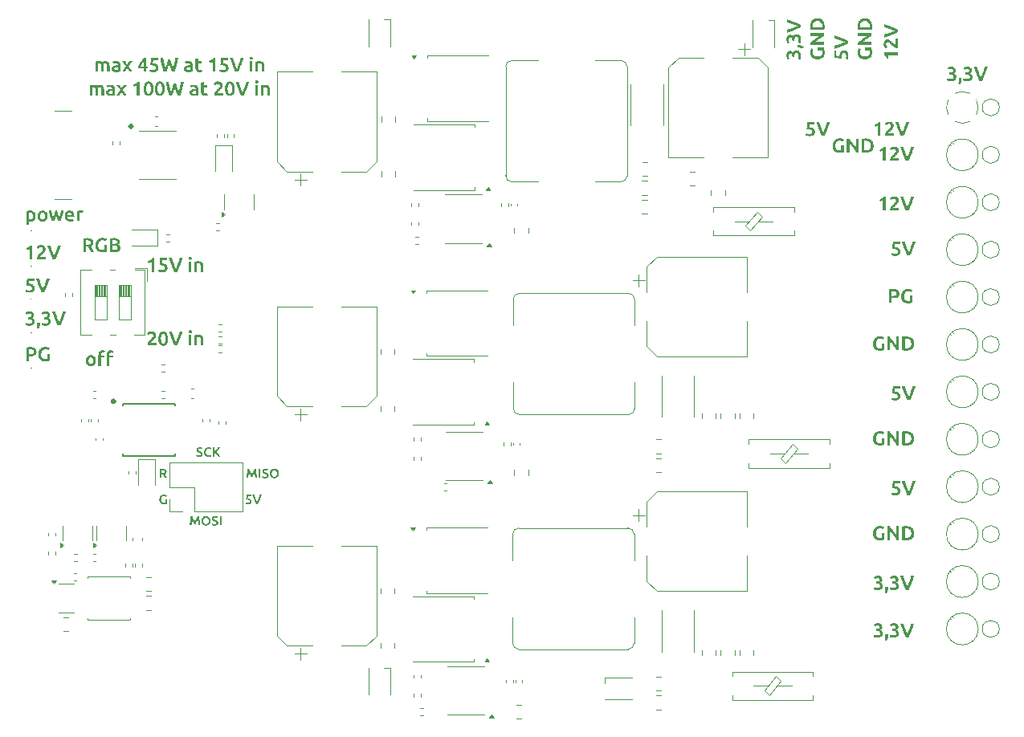
<source format=gbr>
%TF.GenerationSoftware,KiCad,Pcbnew,8.0.5-8.0.5-0~ubuntu24.04.1*%
%TF.CreationDate,2024-10-13T20:58:15+02:00*%
%TF.ProjectId,PD_PSU,50445f50-5355-42e6-9b69-6361645f7063,rev?*%
%TF.SameCoordinates,Original*%
%TF.FileFunction,Legend,Top*%
%TF.FilePolarity,Positive*%
%FSLAX46Y46*%
G04 Gerber Fmt 4.6, Leading zero omitted, Abs format (unit mm)*
G04 Created by KiCad (PCBNEW 8.0.5-8.0.5-0~ubuntu24.04.1) date 2024-10-13 20:58:15*
%MOMM*%
%LPD*%
G01*
G04 APERTURE LIST*
%ADD10C,0.200000*%
%ADD11C,0.120000*%
%ADD12C,0.100000*%
%ADD13C,0.150000*%
%ADD14C,0.300000*%
G04 APERTURE END LIST*
D10*
G36*
X139364970Y-52181818D02*
G01*
X139438169Y-52187228D01*
X139522985Y-52199061D01*
X139600378Y-52216530D01*
X139670346Y-52239633D01*
X139744510Y-52274796D01*
X139777582Y-52295420D01*
X139835104Y-52343423D01*
X139880725Y-52400881D01*
X139914445Y-52467793D01*
X139936264Y-52544158D01*
X139946181Y-52629978D01*
X139946842Y-52660685D01*
X139941942Y-52742773D01*
X139927242Y-52816848D01*
X139898990Y-52890602D01*
X139868440Y-52940954D01*
X139818836Y-52996904D01*
X139757814Y-53043581D01*
X139685374Y-53080985D01*
X139640196Y-53097757D01*
X139561244Y-53119236D01*
X139485550Y-53132995D01*
X139403684Y-53142056D01*
X139328603Y-53146083D01*
X139276029Y-53146850D01*
X139152198Y-53146850D01*
X139152198Y-53650968D01*
X138865335Y-53650968D01*
X138865335Y-52432806D01*
X139152198Y-52432806D01*
X139152198Y-52902485D01*
X139272366Y-52902485D01*
X139352033Y-52899931D01*
X139428772Y-52891319D01*
X139479362Y-52880870D01*
X139549869Y-52853763D01*
X139607589Y-52806498D01*
X139641321Y-52738553D01*
X139650778Y-52664742D01*
X139650820Y-52658853D01*
X139642195Y-52585813D01*
X139608530Y-52518806D01*
X139605757Y-52515605D01*
X139544925Y-52468348D01*
X139483025Y-52444896D01*
X139410577Y-52431122D01*
X139335266Y-52425238D01*
X139304239Y-52424746D01*
X139229587Y-52426990D01*
X139219609Y-52427677D01*
X139152198Y-52432806D01*
X138865335Y-52432806D01*
X138865335Y-52218117D01*
X138942787Y-52204206D01*
X139017586Y-52194533D01*
X139081490Y-52188808D01*
X139158009Y-52183802D01*
X139234473Y-52180710D01*
X139287020Y-52180015D01*
X139364970Y-52181818D01*
G37*
G36*
X140842603Y-53678811D02*
G01*
X140764885Y-53675681D01*
X140690825Y-53666292D01*
X140609045Y-53647426D01*
X140532244Y-53620040D01*
X140470377Y-53589785D01*
X140403734Y-53547014D01*
X140343893Y-53496599D01*
X140290853Y-53438541D01*
X140244616Y-53372840D01*
X140221249Y-53331864D01*
X140186703Y-53254412D01*
X140163845Y-53182610D01*
X140147221Y-53105811D01*
X140136832Y-53024014D01*
X140132676Y-52937220D01*
X140132589Y-52922269D01*
X140134950Y-52847959D01*
X140144018Y-52763603D01*
X140159886Y-52684503D01*
X140182555Y-52610658D01*
X140212024Y-52542067D01*
X140229309Y-52509743D01*
X140274815Y-52439531D01*
X140326702Y-52376997D01*
X140384970Y-52322142D01*
X140449620Y-52274966D01*
X140489428Y-52251456D01*
X140562598Y-52216767D01*
X140639133Y-52190598D01*
X140719035Y-52172949D01*
X140802303Y-52163821D01*
X140851396Y-52162429D01*
X140930286Y-52164469D01*
X141008883Y-52171423D01*
X141078908Y-52183312D01*
X141151154Y-52201066D01*
X141224301Y-52225074D01*
X141236078Y-52229840D01*
X141304345Y-52261448D01*
X141320342Y-52271240D01*
X141236445Y-52502782D01*
X141169753Y-52470244D01*
X141097485Y-52444378D01*
X141080740Y-52439401D01*
X141004852Y-52422322D01*
X140930080Y-52414285D01*
X140884369Y-52413023D01*
X140803936Y-52417833D01*
X140731213Y-52432265D01*
X140659450Y-52459585D01*
X140633409Y-52473839D01*
X140570031Y-52521676D01*
X140518428Y-52582067D01*
X140481734Y-52647862D01*
X140454879Y-52723461D01*
X140439214Y-52799391D01*
X140432053Y-52873162D01*
X140430810Y-52922269D01*
X140433832Y-52996183D01*
X140444458Y-53073862D01*
X140462735Y-53145745D01*
X140479170Y-53190448D01*
X140514239Y-53257724D01*
X140563477Y-53319992D01*
X140623884Y-53369966D01*
X140695755Y-53406260D01*
X140770859Y-53426181D01*
X140846407Y-53433464D01*
X140864219Y-53433713D01*
X140938922Y-53431996D01*
X140976326Y-53429317D01*
X141049261Y-53418370D01*
X141051064Y-53417960D01*
X141051064Y-52900287D01*
X141337561Y-52900287D01*
X141337561Y-53604806D01*
X141265296Y-53627520D01*
X141186934Y-53645999D01*
X141156211Y-53652433D01*
X141079858Y-53665184D01*
X141004204Y-53673015D01*
X140921223Y-53677549D01*
X140842603Y-53678811D01*
G37*
G36*
X137879762Y-78678811D02*
G01*
X137802045Y-78675681D01*
X137727985Y-78666292D01*
X137646205Y-78647426D01*
X137569403Y-78620040D01*
X137507536Y-78589785D01*
X137440893Y-78547014D01*
X137381052Y-78496599D01*
X137328013Y-78438541D01*
X137281776Y-78372840D01*
X137258409Y-78331864D01*
X137223862Y-78254412D01*
X137201005Y-78182610D01*
X137184381Y-78105811D01*
X137173991Y-78024014D01*
X137169835Y-77937220D01*
X137169749Y-77922269D01*
X137172110Y-77847959D01*
X137181177Y-77763603D01*
X137197046Y-77684503D01*
X137219714Y-77610658D01*
X137249184Y-77542067D01*
X137266469Y-77509743D01*
X137311974Y-77439531D01*
X137363861Y-77376997D01*
X137422130Y-77322142D01*
X137486780Y-77274966D01*
X137526587Y-77251456D01*
X137599757Y-77216767D01*
X137676293Y-77190598D01*
X137756195Y-77172949D01*
X137839462Y-77163821D01*
X137888555Y-77162429D01*
X137967445Y-77164469D01*
X138046042Y-77171423D01*
X138116067Y-77183312D01*
X138188313Y-77201066D01*
X138261460Y-77225074D01*
X138273238Y-77229840D01*
X138341505Y-77261448D01*
X138357501Y-77271240D01*
X138273604Y-77502782D01*
X138206913Y-77470244D01*
X138134644Y-77444378D01*
X138117899Y-77439401D01*
X138042012Y-77422322D01*
X137967239Y-77414285D01*
X137921528Y-77413023D01*
X137841096Y-77417833D01*
X137768372Y-77432265D01*
X137696609Y-77459585D01*
X137670568Y-77473839D01*
X137607190Y-77521676D01*
X137555587Y-77582067D01*
X137518894Y-77647862D01*
X137492039Y-77723461D01*
X137476374Y-77799391D01*
X137469212Y-77873162D01*
X137467969Y-77922269D01*
X137470992Y-77996183D01*
X137481618Y-78073862D01*
X137499894Y-78145745D01*
X137516329Y-78190448D01*
X137551398Y-78257724D01*
X137600636Y-78319992D01*
X137661043Y-78369966D01*
X137732914Y-78406260D01*
X137808019Y-78426181D01*
X137883566Y-78433464D01*
X137901378Y-78433713D01*
X137976082Y-78431996D01*
X138013485Y-78429317D01*
X138086421Y-78418370D01*
X138088224Y-78417960D01*
X138088224Y-77900287D01*
X138374721Y-77900287D01*
X138374721Y-78604806D01*
X138302455Y-78627520D01*
X138224093Y-78645999D01*
X138193370Y-78652433D01*
X138117018Y-78665184D01*
X138041363Y-78673015D01*
X137958382Y-78677549D01*
X137879762Y-78678811D01*
G37*
G36*
X138683932Y-78650968D02*
G01*
X138683932Y-77195769D01*
X138916573Y-77195769D01*
X138969577Y-77251903D01*
X139020651Y-77309837D01*
X139051395Y-77346344D01*
X139100735Y-77406668D01*
X139151028Y-77469763D01*
X139197575Y-77529526D01*
X139244673Y-77590814D01*
X139291627Y-77653318D01*
X139338439Y-77717038D01*
X139347784Y-77729928D01*
X139394116Y-77794056D01*
X139439232Y-77857755D01*
X139483131Y-77921024D01*
X139491765Y-77933626D01*
X139534004Y-77995579D01*
X139578071Y-78061909D01*
X139619626Y-78126334D01*
X139619626Y-77195769D01*
X139904291Y-77195769D01*
X139904291Y-78650968D01*
X139663590Y-78650968D01*
X139624978Y-78582981D01*
X139584202Y-78513522D01*
X139545254Y-78449101D01*
X139504733Y-78383713D01*
X139462851Y-78317610D01*
X139419610Y-78250792D01*
X139410799Y-78237342D01*
X139366441Y-78170116D01*
X139321297Y-78103533D01*
X139275366Y-78037595D01*
X139266085Y-78024485D01*
X139219459Y-77959641D01*
X139172547Y-77896085D01*
X139125349Y-77833818D01*
X139115876Y-77821519D01*
X139068921Y-77761333D01*
X139022395Y-77703509D01*
X138971713Y-77642630D01*
X138967132Y-77637238D01*
X138967132Y-78650968D01*
X138683932Y-78650968D01*
G37*
G36*
X140752956Y-77181893D02*
G01*
X140839681Y-77189106D01*
X140922002Y-77201728D01*
X140999917Y-77219760D01*
X141073427Y-77243202D01*
X141108531Y-77256951D01*
X141174889Y-77288855D01*
X141245013Y-77333792D01*
X141307283Y-77387039D01*
X141361700Y-77448596D01*
X141395760Y-77497653D01*
X141430747Y-77562478D01*
X141458495Y-77634129D01*
X141479004Y-77712607D01*
X141492274Y-77797911D01*
X141497804Y-77874213D01*
X141498709Y-77922269D01*
X141496222Y-77998610D01*
X141486674Y-78084717D01*
X141469964Y-78164822D01*
X141446093Y-78238925D01*
X141415061Y-78307026D01*
X141396859Y-78338825D01*
X141348268Y-78407277D01*
X141291613Y-78467734D01*
X141226893Y-78520197D01*
X141154109Y-78564666D01*
X141108897Y-78586487D01*
X141036735Y-78614252D01*
X140959833Y-78636273D01*
X140878191Y-78652549D01*
X140791809Y-78663080D01*
X140716203Y-78667469D01*
X140669260Y-78668187D01*
X140593470Y-78666917D01*
X140516319Y-78663491D01*
X140468126Y-78660493D01*
X140391501Y-78653637D01*
X140316780Y-78643145D01*
X140250506Y-78630451D01*
X140250506Y-77432806D01*
X140537369Y-77432806D01*
X140537369Y-78415395D01*
X140593056Y-78419792D01*
X140668317Y-78421936D01*
X140685746Y-78421990D01*
X140764112Y-78418743D01*
X140849532Y-78406275D01*
X140925550Y-78384456D01*
X140992165Y-78353287D01*
X141058000Y-78305104D01*
X141074459Y-78289000D01*
X141124137Y-78225995D01*
X141161614Y-78153349D01*
X141184025Y-78083406D01*
X141197471Y-78006380D01*
X141201954Y-77922269D01*
X141197613Y-77835724D01*
X141184591Y-77757165D01*
X141162889Y-77686591D01*
X141126597Y-77614348D01*
X141078489Y-77552974D01*
X141018024Y-77503010D01*
X140944341Y-77465318D01*
X140870663Y-77442778D01*
X140787274Y-77429254D01*
X140710364Y-77424872D01*
X140694173Y-77424746D01*
X140618918Y-77426197D01*
X140603681Y-77426944D01*
X140537369Y-77432806D01*
X140250506Y-77432806D01*
X140250506Y-77216651D01*
X140323971Y-77203853D01*
X140400293Y-77194171D01*
X140472156Y-77188075D01*
X140549293Y-77183486D01*
X140625542Y-77180653D01*
X140677320Y-77180015D01*
X140752956Y-77181893D01*
G37*
G36*
X48213259Y-56054975D02*
G01*
X48138850Y-56051916D01*
X48063314Y-56042739D01*
X48053157Y-56041053D01*
X47980208Y-56026955D01*
X47905513Y-56008447D01*
X47835674Y-55986064D01*
X47805861Y-55974008D01*
X47861549Y-55744298D01*
X47931892Y-55771598D01*
X47994905Y-55792658D01*
X48070556Y-55809974D01*
X48144863Y-55817731D01*
X48204832Y-55819403D01*
X48283380Y-55814928D01*
X48358385Y-55798646D01*
X48375558Y-55792292D01*
X48439327Y-55754257D01*
X48473377Y-55714256D01*
X48500139Y-55643416D01*
X48504518Y-55594455D01*
X48494375Y-55520819D01*
X48458356Y-55457801D01*
X48396803Y-55411497D01*
X48335624Y-55387825D01*
X48259895Y-55372573D01*
X48182097Y-55366763D01*
X48164532Y-55366576D01*
X48065247Y-55366576D01*
X48065247Y-55145659D01*
X48183949Y-55145659D01*
X48259758Y-55139588D01*
X48309246Y-55128440D01*
X48375621Y-55096440D01*
X48407065Y-55067623D01*
X48439809Y-54999846D01*
X48445167Y-54945990D01*
X48431914Y-54873689D01*
X48414392Y-54844507D01*
X48356146Y-54796476D01*
X48335991Y-54787354D01*
X48263930Y-54770148D01*
X48233775Y-54768670D01*
X48160125Y-54773386D01*
X48088518Y-54789014D01*
X48064881Y-54797246D01*
X47995180Y-54827746D01*
X47933356Y-54862825D01*
X47833705Y-54660592D01*
X47901411Y-54622774D01*
X47969486Y-54591475D01*
X48001500Y-54578160D01*
X48077625Y-54553547D01*
X48152616Y-54540038D01*
X48233116Y-54534972D01*
X48241469Y-54534929D01*
X48320993Y-54538204D01*
X48401315Y-54549715D01*
X48471959Y-54569515D01*
X48513677Y-54587320D01*
X48579767Y-54627840D01*
X48637152Y-54682314D01*
X48670115Y-54730202D01*
X48701147Y-54801351D01*
X48717857Y-54879610D01*
X48721039Y-54935732D01*
X48712333Y-55010592D01*
X48686212Y-55080977D01*
X48668283Y-55111953D01*
X48619735Y-55171027D01*
X48559819Y-55216678D01*
X48528332Y-55233220D01*
X48595587Y-55264051D01*
X48658098Y-55308118D01*
X48661688Y-55311255D01*
X48712705Y-55366943D01*
X48750715Y-55433621D01*
X48773330Y-55505690D01*
X48781945Y-55581524D01*
X48782222Y-55598851D01*
X48776355Y-55678142D01*
X48758752Y-55752066D01*
X48729414Y-55820623D01*
X48722138Y-55833691D01*
X48678182Y-55893933D01*
X48621417Y-55945518D01*
X48559377Y-55984541D01*
X48536392Y-55995990D01*
X48460174Y-56024503D01*
X48382791Y-56042014D01*
X48307643Y-56051288D01*
X48225552Y-56054917D01*
X48213259Y-56054975D01*
G37*
G36*
X49183757Y-56363820D02*
G01*
X48970167Y-56306301D01*
X48994874Y-56235664D01*
X49016956Y-56158741D01*
X49033385Y-56083465D01*
X49037212Y-56061203D01*
X49048267Y-55983865D01*
X49055093Y-55908088D01*
X49056629Y-55857138D01*
X49055530Y-55814640D01*
X49052965Y-55764814D01*
X49050767Y-55731109D01*
X49340195Y-55731109D01*
X49344591Y-55793757D01*
X49345324Y-55827096D01*
X49341174Y-55907704D01*
X49330342Y-55983003D01*
X49312786Y-56060911D01*
X49302826Y-56096374D01*
X49279447Y-56166808D01*
X49251810Y-56234860D01*
X49215627Y-56308572D01*
X49183757Y-56363820D01*
G37*
G36*
X49913189Y-56054975D02*
G01*
X49838780Y-56051916D01*
X49763244Y-56042739D01*
X49753088Y-56041053D01*
X49680138Y-56026955D01*
X49605443Y-56008447D01*
X49535605Y-55986064D01*
X49505792Y-55974008D01*
X49561479Y-55744298D01*
X49631822Y-55771598D01*
X49694836Y-55792658D01*
X49770486Y-55809974D01*
X49844793Y-55817731D01*
X49904762Y-55819403D01*
X49983310Y-55814928D01*
X50058315Y-55798646D01*
X50075488Y-55792292D01*
X50139257Y-55754257D01*
X50173307Y-55714256D01*
X50200069Y-55643416D01*
X50204448Y-55594455D01*
X50194305Y-55520819D01*
X50158286Y-55457801D01*
X50096733Y-55411497D01*
X50035554Y-55387825D01*
X49959825Y-55372573D01*
X49882027Y-55366763D01*
X49864462Y-55366576D01*
X49765178Y-55366576D01*
X49765178Y-55145659D01*
X49883880Y-55145659D01*
X49959688Y-55139588D01*
X50009176Y-55128440D01*
X50075551Y-55096440D01*
X50106995Y-55067623D01*
X50139739Y-54999846D01*
X50145097Y-54945990D01*
X50131844Y-54873689D01*
X50114323Y-54844507D01*
X50056077Y-54796476D01*
X50035921Y-54787354D01*
X49963860Y-54770148D01*
X49933705Y-54768670D01*
X49860055Y-54773386D01*
X49788448Y-54789014D01*
X49764811Y-54797246D01*
X49695110Y-54827746D01*
X49633286Y-54862825D01*
X49533635Y-54660592D01*
X49601341Y-54622774D01*
X49669416Y-54591475D01*
X49701430Y-54578160D01*
X49777556Y-54553547D01*
X49852546Y-54540038D01*
X49933046Y-54534972D01*
X49941399Y-54534929D01*
X50020923Y-54538204D01*
X50101246Y-54549715D01*
X50171889Y-54569515D01*
X50213607Y-54587320D01*
X50279697Y-54627840D01*
X50337082Y-54682314D01*
X50370045Y-54730202D01*
X50401077Y-54801351D01*
X50417787Y-54879610D01*
X50420970Y-54935732D01*
X50412263Y-55010592D01*
X50386142Y-55080977D01*
X50368213Y-55111953D01*
X50319665Y-55171027D01*
X50259749Y-55216678D01*
X50228262Y-55233220D01*
X50295517Y-55264051D01*
X50358028Y-55308118D01*
X50361619Y-55311255D01*
X50412635Y-55366943D01*
X50450645Y-55433621D01*
X50473260Y-55505690D01*
X50481876Y-55581524D01*
X50482152Y-55598851D01*
X50476285Y-55678142D01*
X50458682Y-55752066D01*
X50429344Y-55820623D01*
X50422069Y-55833691D01*
X50378112Y-55893933D01*
X50321347Y-55945518D01*
X50259307Y-55984541D01*
X50236322Y-55995990D01*
X50160105Y-56024503D01*
X50082722Y-56042014D01*
X50007573Y-56051288D01*
X49925483Y-56054917D01*
X49913189Y-56054975D01*
G37*
G36*
X51218178Y-56023468D02*
G01*
X51182735Y-55946699D01*
X51147573Y-55868983D01*
X51117657Y-55801617D01*
X51087947Y-55733555D01*
X51058443Y-55664797D01*
X51029197Y-55595412D01*
X51000260Y-55525744D01*
X50971632Y-55455793D01*
X50943313Y-55385559D01*
X50915304Y-55315041D01*
X50906036Y-55291472D01*
X50878529Y-55220924D01*
X50851511Y-55150788D01*
X50824982Y-55081064D01*
X50798943Y-55011753D01*
X50773393Y-54942853D01*
X50764986Y-54919978D01*
X50736235Y-54840663D01*
X50708325Y-54762679D01*
X50681257Y-54686028D01*
X50655031Y-54610710D01*
X50640422Y-54568269D01*
X50956961Y-54568269D01*
X50980683Y-54638404D01*
X51004954Y-54709960D01*
X51029775Y-54782935D01*
X51055146Y-54857330D01*
X51080975Y-54932183D01*
X51106804Y-55006898D01*
X51132632Y-55081476D01*
X51158461Y-55155917D01*
X51184290Y-55229487D01*
X51210118Y-55301455D01*
X51235947Y-55371820D01*
X51261776Y-55440582D01*
X51290485Y-55514745D01*
X51318499Y-55584735D01*
X51348810Y-55657607D01*
X51360694Y-55685313D01*
X51389853Y-55614888D01*
X51420085Y-55539168D01*
X51448212Y-55466493D01*
X51457780Y-55441315D01*
X51483678Y-55372690D01*
X51509713Y-55302371D01*
X51535885Y-55230358D01*
X51562194Y-55156650D01*
X51588481Y-55082026D01*
X51614584Y-55007265D01*
X51640505Y-54932366D01*
X51666242Y-54857330D01*
X51691727Y-54782935D01*
X51716525Y-54709960D01*
X51740637Y-54638404D01*
X51764061Y-54568269D01*
X52069242Y-54568269D01*
X52043051Y-54642826D01*
X52016088Y-54718716D01*
X51988354Y-54795938D01*
X51959848Y-54874492D01*
X51943213Y-54919978D01*
X51913726Y-55000206D01*
X51887949Y-55069363D01*
X51861708Y-55138880D01*
X51835003Y-55208759D01*
X51807835Y-55278997D01*
X51803262Y-55290739D01*
X51775604Y-55361128D01*
X51747586Y-55431337D01*
X51719207Y-55501365D01*
X51690468Y-55571214D01*
X51661367Y-55640882D01*
X51651587Y-55664064D01*
X51622208Y-55733071D01*
X51592597Y-55801331D01*
X51562754Y-55868843D01*
X51527644Y-55946664D01*
X51492219Y-56023468D01*
X51218178Y-56023468D01*
G37*
G36*
X137634299Y-88932475D02*
G01*
X137559890Y-88929416D01*
X137484354Y-88920239D01*
X137474197Y-88918553D01*
X137401248Y-88904455D01*
X137326553Y-88885947D01*
X137256714Y-88863564D01*
X137226901Y-88851508D01*
X137282589Y-88621798D01*
X137352932Y-88649098D01*
X137415945Y-88670158D01*
X137491596Y-88687474D01*
X137565903Y-88695231D01*
X137625872Y-88696903D01*
X137704420Y-88692428D01*
X137779425Y-88676146D01*
X137796598Y-88669792D01*
X137860367Y-88631757D01*
X137894417Y-88591756D01*
X137921179Y-88520916D01*
X137925558Y-88471955D01*
X137915415Y-88398319D01*
X137879396Y-88335301D01*
X137817843Y-88288997D01*
X137756664Y-88265325D01*
X137680935Y-88250073D01*
X137603137Y-88244263D01*
X137585572Y-88244076D01*
X137486287Y-88244076D01*
X137486287Y-88023159D01*
X137604989Y-88023159D01*
X137680798Y-88017088D01*
X137730286Y-88005940D01*
X137796661Y-87973940D01*
X137828105Y-87945123D01*
X137860849Y-87877346D01*
X137866207Y-87823490D01*
X137852954Y-87751189D01*
X137835432Y-87722007D01*
X137777186Y-87673976D01*
X137757031Y-87664854D01*
X137684970Y-87647648D01*
X137654815Y-87646170D01*
X137581165Y-87650886D01*
X137509558Y-87666514D01*
X137485921Y-87674746D01*
X137416220Y-87705246D01*
X137354396Y-87740325D01*
X137254745Y-87538092D01*
X137322451Y-87500274D01*
X137390526Y-87468975D01*
X137422540Y-87455660D01*
X137498665Y-87431047D01*
X137573656Y-87417538D01*
X137654156Y-87412472D01*
X137662509Y-87412429D01*
X137742033Y-87415704D01*
X137822355Y-87427215D01*
X137892999Y-87447015D01*
X137934717Y-87464820D01*
X138000807Y-87505340D01*
X138058192Y-87559814D01*
X138091155Y-87607702D01*
X138122187Y-87678851D01*
X138138897Y-87757110D01*
X138142079Y-87813232D01*
X138133373Y-87888092D01*
X138107252Y-87958477D01*
X138089323Y-87989453D01*
X138040775Y-88048527D01*
X137980859Y-88094178D01*
X137949372Y-88110720D01*
X138016627Y-88141551D01*
X138079138Y-88185618D01*
X138082728Y-88188755D01*
X138133745Y-88244443D01*
X138171755Y-88311121D01*
X138194370Y-88383190D01*
X138202985Y-88459024D01*
X138203262Y-88476351D01*
X138197395Y-88555642D01*
X138179792Y-88629566D01*
X138150454Y-88698123D01*
X138143178Y-88711191D01*
X138099222Y-88771433D01*
X138042457Y-88823018D01*
X137980417Y-88862041D01*
X137957432Y-88873490D01*
X137881214Y-88902003D01*
X137803831Y-88919514D01*
X137728683Y-88928788D01*
X137646592Y-88932417D01*
X137634299Y-88932475D01*
G37*
G36*
X138604797Y-89241320D02*
G01*
X138391207Y-89183801D01*
X138415914Y-89113164D01*
X138437996Y-89036241D01*
X138454425Y-88960965D01*
X138458252Y-88938703D01*
X138469307Y-88861365D01*
X138476133Y-88785588D01*
X138477669Y-88734638D01*
X138476570Y-88692140D01*
X138474005Y-88642314D01*
X138471807Y-88608609D01*
X138761235Y-88608609D01*
X138765631Y-88671257D01*
X138766364Y-88704596D01*
X138762214Y-88785204D01*
X138751382Y-88860503D01*
X138733826Y-88938411D01*
X138723866Y-88973874D01*
X138700487Y-89044308D01*
X138672850Y-89112360D01*
X138636667Y-89186072D01*
X138604797Y-89241320D01*
G37*
G36*
X139334229Y-88932475D02*
G01*
X139259820Y-88929416D01*
X139184284Y-88920239D01*
X139174128Y-88918553D01*
X139101178Y-88904455D01*
X139026483Y-88885947D01*
X138956645Y-88863564D01*
X138926832Y-88851508D01*
X138982519Y-88621798D01*
X139052862Y-88649098D01*
X139115876Y-88670158D01*
X139191526Y-88687474D01*
X139265833Y-88695231D01*
X139325802Y-88696903D01*
X139404350Y-88692428D01*
X139479355Y-88676146D01*
X139496528Y-88669792D01*
X139560297Y-88631757D01*
X139594347Y-88591756D01*
X139621109Y-88520916D01*
X139625488Y-88471955D01*
X139615345Y-88398319D01*
X139579326Y-88335301D01*
X139517773Y-88288997D01*
X139456594Y-88265325D01*
X139380865Y-88250073D01*
X139303067Y-88244263D01*
X139285502Y-88244076D01*
X139186218Y-88244076D01*
X139186218Y-88023159D01*
X139304920Y-88023159D01*
X139380728Y-88017088D01*
X139430216Y-88005940D01*
X139496591Y-87973940D01*
X139528035Y-87945123D01*
X139560779Y-87877346D01*
X139566137Y-87823490D01*
X139552884Y-87751189D01*
X139535363Y-87722007D01*
X139477117Y-87673976D01*
X139456961Y-87664854D01*
X139384900Y-87647648D01*
X139354745Y-87646170D01*
X139281095Y-87650886D01*
X139209488Y-87666514D01*
X139185851Y-87674746D01*
X139116150Y-87705246D01*
X139054326Y-87740325D01*
X138954675Y-87538092D01*
X139022381Y-87500274D01*
X139090456Y-87468975D01*
X139122470Y-87455660D01*
X139198596Y-87431047D01*
X139273586Y-87417538D01*
X139354086Y-87412472D01*
X139362439Y-87412429D01*
X139441963Y-87415704D01*
X139522286Y-87427215D01*
X139592929Y-87447015D01*
X139634647Y-87464820D01*
X139700737Y-87505340D01*
X139758122Y-87559814D01*
X139791085Y-87607702D01*
X139822117Y-87678851D01*
X139838827Y-87757110D01*
X139842010Y-87813232D01*
X139833303Y-87888092D01*
X139807182Y-87958477D01*
X139789253Y-87989453D01*
X139740705Y-88048527D01*
X139680789Y-88094178D01*
X139649302Y-88110720D01*
X139716557Y-88141551D01*
X139779068Y-88185618D01*
X139782659Y-88188755D01*
X139833675Y-88244443D01*
X139871685Y-88311121D01*
X139894300Y-88383190D01*
X139902916Y-88459024D01*
X139903192Y-88476351D01*
X139897325Y-88555642D01*
X139879722Y-88629566D01*
X139850384Y-88698123D01*
X139843109Y-88711191D01*
X139799152Y-88771433D01*
X139742387Y-88823018D01*
X139680347Y-88862041D01*
X139657362Y-88873490D01*
X139581145Y-88902003D01*
X139503762Y-88919514D01*
X139428613Y-88928788D01*
X139346523Y-88932417D01*
X139334229Y-88932475D01*
G37*
G36*
X140639218Y-88900968D02*
G01*
X140603775Y-88824199D01*
X140568613Y-88746483D01*
X140538697Y-88679117D01*
X140508987Y-88611055D01*
X140479483Y-88542297D01*
X140450237Y-88472912D01*
X140421300Y-88403244D01*
X140392672Y-88333293D01*
X140364353Y-88263059D01*
X140336344Y-88192541D01*
X140327076Y-88168972D01*
X140299569Y-88098424D01*
X140272551Y-88028288D01*
X140246022Y-87958564D01*
X140219983Y-87889253D01*
X140194433Y-87820353D01*
X140186026Y-87797478D01*
X140157275Y-87718163D01*
X140129365Y-87640179D01*
X140102297Y-87563528D01*
X140076071Y-87488210D01*
X140061462Y-87445769D01*
X140378001Y-87445769D01*
X140401723Y-87515904D01*
X140425994Y-87587460D01*
X140450815Y-87660435D01*
X140476186Y-87734830D01*
X140502015Y-87809683D01*
X140527844Y-87884398D01*
X140553672Y-87958976D01*
X140579501Y-88033417D01*
X140605330Y-88106987D01*
X140631158Y-88178955D01*
X140656987Y-88249320D01*
X140682816Y-88318082D01*
X140711525Y-88392245D01*
X140739539Y-88462235D01*
X140769850Y-88535107D01*
X140781734Y-88562813D01*
X140810893Y-88492388D01*
X140841125Y-88416668D01*
X140869252Y-88343993D01*
X140878820Y-88318815D01*
X140904718Y-88250190D01*
X140930753Y-88179871D01*
X140956925Y-88107858D01*
X140983234Y-88034150D01*
X141009521Y-87959526D01*
X141035624Y-87884765D01*
X141061545Y-87809866D01*
X141087282Y-87734830D01*
X141112767Y-87660435D01*
X141137565Y-87587460D01*
X141161677Y-87515904D01*
X141185101Y-87445769D01*
X141490282Y-87445769D01*
X141464091Y-87520326D01*
X141437128Y-87596216D01*
X141409394Y-87673438D01*
X141380888Y-87751992D01*
X141364253Y-87797478D01*
X141334766Y-87877706D01*
X141308989Y-87946863D01*
X141282748Y-88016380D01*
X141256043Y-88086259D01*
X141228875Y-88156497D01*
X141224302Y-88168239D01*
X141196644Y-88238628D01*
X141168626Y-88308837D01*
X141140247Y-88378865D01*
X141111508Y-88448714D01*
X141082407Y-88518382D01*
X141072627Y-88541564D01*
X141043248Y-88610571D01*
X141013637Y-88678831D01*
X140983794Y-88746343D01*
X140948684Y-88824164D01*
X140913259Y-88900968D01*
X140639218Y-88900968D01*
G37*
G36*
X48407712Y-58304318D02*
G01*
X48480911Y-58309728D01*
X48565727Y-58321561D01*
X48643120Y-58339030D01*
X48713088Y-58362133D01*
X48787252Y-58397296D01*
X48820324Y-58417920D01*
X48877846Y-58465923D01*
X48923467Y-58523381D01*
X48957187Y-58590293D01*
X48979006Y-58666658D01*
X48988923Y-58752478D01*
X48989584Y-58783185D01*
X48984684Y-58865273D01*
X48969984Y-58939348D01*
X48941732Y-59013102D01*
X48911182Y-59063454D01*
X48861578Y-59119404D01*
X48800556Y-59166081D01*
X48728116Y-59203485D01*
X48682938Y-59220257D01*
X48603986Y-59241736D01*
X48528292Y-59255495D01*
X48446426Y-59264556D01*
X48371345Y-59268583D01*
X48318771Y-59269350D01*
X48194940Y-59269350D01*
X48194940Y-59773468D01*
X47908077Y-59773468D01*
X47908077Y-58555306D01*
X48194940Y-58555306D01*
X48194940Y-59024985D01*
X48315108Y-59024985D01*
X48394775Y-59022431D01*
X48471514Y-59013819D01*
X48522104Y-59003370D01*
X48592611Y-58976263D01*
X48650331Y-58928998D01*
X48684063Y-58861053D01*
X48693520Y-58787242D01*
X48693562Y-58781353D01*
X48684937Y-58708313D01*
X48651272Y-58641306D01*
X48648499Y-58638105D01*
X48587667Y-58590848D01*
X48525767Y-58567396D01*
X48453319Y-58553622D01*
X48378008Y-58547738D01*
X48346981Y-58547246D01*
X48272329Y-58549490D01*
X48262351Y-58550177D01*
X48194940Y-58555306D01*
X47908077Y-58555306D01*
X47908077Y-58340617D01*
X47985529Y-58326706D01*
X48060328Y-58317033D01*
X48124232Y-58311308D01*
X48200751Y-58306302D01*
X48277215Y-58303210D01*
X48329762Y-58302515D01*
X48407712Y-58304318D01*
G37*
G36*
X49885345Y-59801311D02*
G01*
X49807627Y-59798181D01*
X49733567Y-59788792D01*
X49651787Y-59769926D01*
X49574986Y-59742540D01*
X49513119Y-59712285D01*
X49446476Y-59669514D01*
X49386635Y-59619099D01*
X49333595Y-59561041D01*
X49287358Y-59495340D01*
X49263991Y-59454364D01*
X49229445Y-59376912D01*
X49206587Y-59305110D01*
X49189963Y-59228311D01*
X49179574Y-59146514D01*
X49175418Y-59059720D01*
X49175331Y-59044769D01*
X49177692Y-58970459D01*
X49186760Y-58886103D01*
X49202628Y-58807003D01*
X49225297Y-58733158D01*
X49254766Y-58664567D01*
X49272051Y-58632243D01*
X49317557Y-58562031D01*
X49369444Y-58499497D01*
X49427712Y-58444642D01*
X49492362Y-58397466D01*
X49532170Y-58373956D01*
X49605340Y-58339267D01*
X49681875Y-58313098D01*
X49761777Y-58295449D01*
X49845045Y-58286321D01*
X49894138Y-58284929D01*
X49973028Y-58286969D01*
X50051625Y-58293923D01*
X50121650Y-58305812D01*
X50193896Y-58323566D01*
X50267043Y-58347574D01*
X50278820Y-58352340D01*
X50347087Y-58383948D01*
X50363084Y-58393740D01*
X50279187Y-58625282D01*
X50212495Y-58592744D01*
X50140227Y-58566878D01*
X50123482Y-58561901D01*
X50047594Y-58544822D01*
X49972822Y-58536785D01*
X49927111Y-58535523D01*
X49846678Y-58540333D01*
X49773955Y-58554765D01*
X49702192Y-58582085D01*
X49676151Y-58596339D01*
X49612773Y-58644176D01*
X49561170Y-58704567D01*
X49524476Y-58770362D01*
X49497621Y-58845961D01*
X49481956Y-58921891D01*
X49474795Y-58995662D01*
X49473552Y-59044769D01*
X49476574Y-59118683D01*
X49487200Y-59196362D01*
X49505477Y-59268245D01*
X49521912Y-59312948D01*
X49556981Y-59380224D01*
X49606219Y-59442492D01*
X49666626Y-59492466D01*
X49738497Y-59528760D01*
X49813601Y-59548681D01*
X49889149Y-59555964D01*
X49906961Y-59556213D01*
X49981664Y-59554496D01*
X50019068Y-59551817D01*
X50092003Y-59540870D01*
X50093806Y-59540460D01*
X50093806Y-59022787D01*
X50380303Y-59022787D01*
X50380303Y-59727306D01*
X50308038Y-59750020D01*
X50229676Y-59768499D01*
X50198953Y-59774933D01*
X50122600Y-59787684D01*
X50046946Y-59795515D01*
X49963965Y-59800049D01*
X49885345Y-59801311D01*
G37*
G36*
X145384299Y-30244975D02*
G01*
X145309890Y-30241916D01*
X145234354Y-30232739D01*
X145224197Y-30231053D01*
X145151248Y-30216955D01*
X145076553Y-30198447D01*
X145006714Y-30176064D01*
X144976901Y-30164008D01*
X145032589Y-29934298D01*
X145102932Y-29961598D01*
X145165945Y-29982658D01*
X145241596Y-29999974D01*
X145315903Y-30007731D01*
X145375872Y-30009403D01*
X145454420Y-30004928D01*
X145529425Y-29988646D01*
X145546598Y-29982292D01*
X145610367Y-29944257D01*
X145644417Y-29904256D01*
X145671179Y-29833416D01*
X145675558Y-29784455D01*
X145665415Y-29710819D01*
X145629396Y-29647801D01*
X145567843Y-29601497D01*
X145506664Y-29577825D01*
X145430935Y-29562573D01*
X145353137Y-29556763D01*
X145335572Y-29556576D01*
X145236287Y-29556576D01*
X145236287Y-29335659D01*
X145354989Y-29335659D01*
X145430798Y-29329588D01*
X145480286Y-29318440D01*
X145546661Y-29286440D01*
X145578105Y-29257623D01*
X145610849Y-29189846D01*
X145616207Y-29135990D01*
X145602954Y-29063689D01*
X145585432Y-29034507D01*
X145527186Y-28986476D01*
X145507031Y-28977354D01*
X145434970Y-28960148D01*
X145404815Y-28958670D01*
X145331165Y-28963386D01*
X145259558Y-28979014D01*
X145235921Y-28987246D01*
X145166220Y-29017746D01*
X145104396Y-29052825D01*
X145004745Y-28850592D01*
X145072451Y-28812774D01*
X145140526Y-28781475D01*
X145172540Y-28768160D01*
X145248665Y-28743547D01*
X145323656Y-28730038D01*
X145404156Y-28724972D01*
X145412509Y-28724929D01*
X145492033Y-28728204D01*
X145572355Y-28739715D01*
X145642999Y-28759515D01*
X145684717Y-28777320D01*
X145750807Y-28817840D01*
X145808192Y-28872314D01*
X145841155Y-28920202D01*
X145872187Y-28991351D01*
X145888897Y-29069610D01*
X145892079Y-29125732D01*
X145883373Y-29200592D01*
X145857252Y-29270977D01*
X145839323Y-29301953D01*
X145790775Y-29361027D01*
X145730859Y-29406678D01*
X145699372Y-29423220D01*
X145766627Y-29454051D01*
X145829138Y-29498118D01*
X145832728Y-29501255D01*
X145883745Y-29556943D01*
X145921755Y-29623621D01*
X145944370Y-29695690D01*
X145952985Y-29771524D01*
X145953262Y-29788851D01*
X145947395Y-29868142D01*
X145929792Y-29942066D01*
X145900454Y-30010623D01*
X145893178Y-30023691D01*
X145849222Y-30083933D01*
X145792457Y-30135518D01*
X145730417Y-30174541D01*
X145707432Y-30185990D01*
X145631214Y-30214503D01*
X145553831Y-30232014D01*
X145478683Y-30241288D01*
X145396592Y-30244917D01*
X145384299Y-30244975D01*
G37*
G36*
X146354797Y-30553820D02*
G01*
X146141207Y-30496301D01*
X146165914Y-30425664D01*
X146187996Y-30348741D01*
X146204425Y-30273465D01*
X146208252Y-30251203D01*
X146219307Y-30173865D01*
X146226133Y-30098088D01*
X146227669Y-30047138D01*
X146226570Y-30004640D01*
X146224005Y-29954814D01*
X146221807Y-29921109D01*
X146511235Y-29921109D01*
X146515631Y-29983757D01*
X146516364Y-30017096D01*
X146512214Y-30097704D01*
X146501382Y-30173003D01*
X146483826Y-30250911D01*
X146473866Y-30286374D01*
X146450487Y-30356808D01*
X146422850Y-30424860D01*
X146386667Y-30498572D01*
X146354797Y-30553820D01*
G37*
G36*
X147084229Y-30244975D02*
G01*
X147009820Y-30241916D01*
X146934284Y-30232739D01*
X146924128Y-30231053D01*
X146851178Y-30216955D01*
X146776483Y-30198447D01*
X146706645Y-30176064D01*
X146676832Y-30164008D01*
X146732519Y-29934298D01*
X146802862Y-29961598D01*
X146865876Y-29982658D01*
X146941526Y-29999974D01*
X147015833Y-30007731D01*
X147075802Y-30009403D01*
X147154350Y-30004928D01*
X147229355Y-29988646D01*
X147246528Y-29982292D01*
X147310297Y-29944257D01*
X147344347Y-29904256D01*
X147371109Y-29833416D01*
X147375488Y-29784455D01*
X147365345Y-29710819D01*
X147329326Y-29647801D01*
X147267773Y-29601497D01*
X147206594Y-29577825D01*
X147130865Y-29562573D01*
X147053067Y-29556763D01*
X147035502Y-29556576D01*
X146936218Y-29556576D01*
X146936218Y-29335659D01*
X147054920Y-29335659D01*
X147130728Y-29329588D01*
X147180216Y-29318440D01*
X147246591Y-29286440D01*
X147278035Y-29257623D01*
X147310779Y-29189846D01*
X147316137Y-29135990D01*
X147302884Y-29063689D01*
X147285363Y-29034507D01*
X147227117Y-28986476D01*
X147206961Y-28977354D01*
X147134900Y-28960148D01*
X147104745Y-28958670D01*
X147031095Y-28963386D01*
X146959488Y-28979014D01*
X146935851Y-28987246D01*
X146866150Y-29017746D01*
X146804326Y-29052825D01*
X146704675Y-28850592D01*
X146772381Y-28812774D01*
X146840456Y-28781475D01*
X146872470Y-28768160D01*
X146948596Y-28743547D01*
X147023586Y-28730038D01*
X147104086Y-28724972D01*
X147112439Y-28724929D01*
X147191963Y-28728204D01*
X147272286Y-28739715D01*
X147342929Y-28759515D01*
X147384647Y-28777320D01*
X147450737Y-28817840D01*
X147508122Y-28872314D01*
X147541085Y-28920202D01*
X147572117Y-28991351D01*
X147588827Y-29069610D01*
X147592010Y-29125732D01*
X147583303Y-29200592D01*
X147557182Y-29270977D01*
X147539253Y-29301953D01*
X147490705Y-29361027D01*
X147430789Y-29406678D01*
X147399302Y-29423220D01*
X147466557Y-29454051D01*
X147529068Y-29498118D01*
X147532659Y-29501255D01*
X147583675Y-29556943D01*
X147621685Y-29623621D01*
X147644300Y-29695690D01*
X147652916Y-29771524D01*
X147653192Y-29788851D01*
X147647325Y-29868142D01*
X147629722Y-29942066D01*
X147600384Y-30010623D01*
X147593109Y-30023691D01*
X147549152Y-30083933D01*
X147492387Y-30135518D01*
X147430347Y-30174541D01*
X147407362Y-30185990D01*
X147331145Y-30214503D01*
X147253762Y-30232014D01*
X147178613Y-30241288D01*
X147096523Y-30244917D01*
X147084229Y-30244975D01*
G37*
G36*
X148389218Y-30213468D02*
G01*
X148353775Y-30136699D01*
X148318613Y-30058983D01*
X148288697Y-29991617D01*
X148258987Y-29923555D01*
X148229483Y-29854797D01*
X148200237Y-29785412D01*
X148171300Y-29715744D01*
X148142672Y-29645793D01*
X148114353Y-29575559D01*
X148086344Y-29505041D01*
X148077076Y-29481472D01*
X148049569Y-29410924D01*
X148022551Y-29340788D01*
X147996022Y-29271064D01*
X147969983Y-29201753D01*
X147944433Y-29132853D01*
X147936026Y-29109978D01*
X147907275Y-29030663D01*
X147879365Y-28952679D01*
X147852297Y-28876028D01*
X147826071Y-28800710D01*
X147811462Y-28758269D01*
X148128001Y-28758269D01*
X148151723Y-28828404D01*
X148175994Y-28899960D01*
X148200815Y-28972935D01*
X148226186Y-29047330D01*
X148252015Y-29122183D01*
X148277844Y-29196898D01*
X148303672Y-29271476D01*
X148329501Y-29345917D01*
X148355330Y-29419487D01*
X148381158Y-29491455D01*
X148406987Y-29561820D01*
X148432816Y-29630582D01*
X148461525Y-29704745D01*
X148489539Y-29774735D01*
X148519850Y-29847607D01*
X148531734Y-29875313D01*
X148560893Y-29804888D01*
X148591125Y-29729168D01*
X148619252Y-29656493D01*
X148628820Y-29631315D01*
X148654718Y-29562690D01*
X148680753Y-29492371D01*
X148706925Y-29420358D01*
X148733234Y-29346650D01*
X148759521Y-29272026D01*
X148785624Y-29197265D01*
X148811545Y-29122366D01*
X148837282Y-29047330D01*
X148862767Y-28972935D01*
X148887565Y-28899960D01*
X148911677Y-28828404D01*
X148935101Y-28758269D01*
X149240282Y-28758269D01*
X149214091Y-28832826D01*
X149187128Y-28908716D01*
X149159394Y-28985938D01*
X149130888Y-29064492D01*
X149114253Y-29109978D01*
X149084766Y-29190206D01*
X149058989Y-29259363D01*
X149032748Y-29328880D01*
X149006043Y-29398759D01*
X148978875Y-29468997D01*
X148974302Y-29480739D01*
X148946644Y-29551128D01*
X148918626Y-29621337D01*
X148890247Y-29691365D01*
X148861508Y-29761214D01*
X148832407Y-29830882D01*
X148822627Y-29854064D01*
X148793248Y-29923071D01*
X148763637Y-29991331D01*
X148733794Y-30058843D01*
X148698684Y-30136664D01*
X148663259Y-30213468D01*
X148389218Y-30213468D01*
G37*
G36*
X62396510Y-74877030D02*
G01*
X62344699Y-74874943D01*
X62295325Y-74868684D01*
X62240805Y-74856106D01*
X62189604Y-74837849D01*
X62148360Y-74817679D01*
X62103931Y-74789165D01*
X62064037Y-74755555D01*
X62028677Y-74716850D01*
X61997853Y-74673049D01*
X61982275Y-74645732D01*
X61959244Y-74594097D01*
X61944005Y-74546229D01*
X61932923Y-74495030D01*
X61925996Y-74440499D01*
X61923226Y-74382636D01*
X61923168Y-74372668D01*
X61924742Y-74323128D01*
X61930787Y-74266891D01*
X61941366Y-74214158D01*
X61956478Y-74164928D01*
X61976125Y-74119201D01*
X61987648Y-74097651D01*
X62017985Y-74050843D01*
X62052576Y-74009154D01*
X62091422Y-73972584D01*
X62134522Y-73941133D01*
X62161060Y-73925460D01*
X62209840Y-73902334D01*
X62260864Y-73884888D01*
X62314132Y-73873122D01*
X62369644Y-73867036D01*
X62402372Y-73866109D01*
X62454966Y-73867468D01*
X62507364Y-73872104D01*
X62554047Y-73880031D01*
X62602211Y-73891866D01*
X62650976Y-73907872D01*
X62658827Y-73911049D01*
X62704339Y-73932121D01*
X62715003Y-73938649D01*
X62659072Y-74093010D01*
X62614611Y-74071318D01*
X62566432Y-74054074D01*
X62555268Y-74050756D01*
X62504677Y-74039370D01*
X62454828Y-74034012D01*
X62424354Y-74033171D01*
X62370733Y-74036378D01*
X62322250Y-74045999D01*
X62274408Y-74064213D01*
X62257048Y-74073715D01*
X62214796Y-74105606D01*
X62180394Y-74145867D01*
X62155931Y-74189731D01*
X62138028Y-74240130D01*
X62127585Y-74290750D01*
X62122810Y-74339931D01*
X62121982Y-74372668D01*
X62123997Y-74421944D01*
X62131081Y-74473731D01*
X62143265Y-74521653D01*
X62154222Y-74551454D01*
X62177601Y-74596305D01*
X62210426Y-74637817D01*
X62250697Y-74671133D01*
X62298612Y-74695329D01*
X62348681Y-74708610D01*
X62399046Y-74713465D01*
X62410921Y-74713631D01*
X62460723Y-74712487D01*
X62485659Y-74710701D01*
X62534283Y-74703403D01*
X62535485Y-74703129D01*
X62535485Y-74358014D01*
X62726483Y-74358014D01*
X62726483Y-74827693D01*
X62678306Y-74842836D01*
X62626064Y-74855155D01*
X62605582Y-74859444D01*
X62554681Y-74867945D01*
X62504244Y-74873166D01*
X62448923Y-74876188D01*
X62396510Y-74877030D01*
G37*
G36*
X139498918Y-63932475D02*
G01*
X139420791Y-63929178D01*
X139345384Y-63920097D01*
X139340282Y-63919286D01*
X139267655Y-63905874D01*
X139194103Y-63888145D01*
X139123823Y-63866153D01*
X139098848Y-63856271D01*
X139150872Y-63628392D01*
X139220379Y-63654530D01*
X139283862Y-63673455D01*
X139359433Y-63688637D01*
X139438637Y-63695781D01*
X139489026Y-63696903D01*
X139563112Y-63692678D01*
X139639201Y-63675515D01*
X139660485Y-63666861D01*
X139722193Y-63626508D01*
X139754640Y-63586627D01*
X139780486Y-63517279D01*
X139783949Y-63478183D01*
X139772599Y-63401102D01*
X139738548Y-63336095D01*
X139732292Y-63328340D01*
X139672686Y-63280345D01*
X139605192Y-63250407D01*
X139552774Y-63234917D01*
X139472477Y-63219155D01*
X139398443Y-63210462D01*
X139314276Y-63204890D01*
X139234068Y-63202597D01*
X139191172Y-63202311D01*
X139200274Y-63127435D01*
X139208345Y-63053384D01*
X139213154Y-63004474D01*
X139220233Y-62925540D01*
X139226586Y-62847695D01*
X139229274Y-62812133D01*
X139234804Y-62735520D01*
X139239488Y-62659874D01*
X139241364Y-62625287D01*
X139245290Y-62551121D01*
X139248976Y-62473142D01*
X139250157Y-62445769D01*
X140008164Y-62445769D01*
X140008164Y-62676578D01*
X139480600Y-62676578D01*
X139476156Y-62752248D01*
X139475837Y-62757545D01*
X139470868Y-62831275D01*
X139469975Y-62841808D01*
X139463750Y-62916577D01*
X139463381Y-62921309D01*
X139456420Y-62986889D01*
X139531439Y-62993031D01*
X139618015Y-63005362D01*
X139696596Y-63022862D01*
X139767180Y-63045533D01*
X139841326Y-63079562D01*
X139903957Y-63121036D01*
X139913276Y-63128672D01*
X139970520Y-63187301D01*
X140013704Y-63254835D01*
X140042828Y-63331276D01*
X140056601Y-63403885D01*
X140060188Y-63469390D01*
X140054213Y-63549175D01*
X140036289Y-63623664D01*
X140006414Y-63692858D01*
X139999005Y-63706062D01*
X139954541Y-63767256D01*
X139897625Y-63819864D01*
X139835756Y-63859869D01*
X139812892Y-63871658D01*
X139737548Y-63901057D01*
X139662059Y-63919112D01*
X139578557Y-63929565D01*
X139498918Y-63932475D01*
G37*
G36*
X140789253Y-63900968D02*
G01*
X140753810Y-63824199D01*
X140718648Y-63746483D01*
X140688732Y-63679117D01*
X140659022Y-63611055D01*
X140629518Y-63542297D01*
X140600272Y-63472912D01*
X140571335Y-63403244D01*
X140542707Y-63333293D01*
X140514388Y-63263059D01*
X140486379Y-63192541D01*
X140477111Y-63168972D01*
X140449603Y-63098424D01*
X140422585Y-63028288D01*
X140396057Y-62958564D01*
X140370018Y-62889253D01*
X140344468Y-62820353D01*
X140336060Y-62797478D01*
X140307309Y-62718163D01*
X140279400Y-62640179D01*
X140252332Y-62563528D01*
X140226105Y-62488210D01*
X140211497Y-62445769D01*
X140528035Y-62445769D01*
X140551757Y-62515904D01*
X140576029Y-62587460D01*
X140600850Y-62660435D01*
X140626221Y-62734830D01*
X140652050Y-62809683D01*
X140677878Y-62884398D01*
X140703707Y-62958976D01*
X140729536Y-63033417D01*
X140755364Y-63106987D01*
X140781193Y-63178955D01*
X140807022Y-63249320D01*
X140832850Y-63318082D01*
X140861560Y-63392245D01*
X140889574Y-63462235D01*
X140919885Y-63535107D01*
X140931769Y-63562813D01*
X140960928Y-63492388D01*
X140991160Y-63416668D01*
X141019287Y-63343993D01*
X141028855Y-63318815D01*
X141054753Y-63250190D01*
X141080787Y-63179871D01*
X141106960Y-63107858D01*
X141133269Y-63034150D01*
X141159556Y-62959526D01*
X141185659Y-62884765D01*
X141211579Y-62809866D01*
X141237317Y-62734830D01*
X141262802Y-62660435D01*
X141287600Y-62587460D01*
X141311711Y-62515904D01*
X141335136Y-62445769D01*
X141640317Y-62445769D01*
X141614126Y-62520326D01*
X141587163Y-62596216D01*
X141559429Y-62673438D01*
X141530923Y-62751992D01*
X141514288Y-62797478D01*
X141484801Y-62877706D01*
X141459023Y-62946863D01*
X141432783Y-63016380D01*
X141406078Y-63086259D01*
X141378910Y-63156497D01*
X141374337Y-63168239D01*
X141346679Y-63238628D01*
X141318661Y-63308837D01*
X141290282Y-63378865D01*
X141261542Y-63448714D01*
X141232442Y-63518382D01*
X141222662Y-63541564D01*
X141193283Y-63610571D01*
X141163672Y-63678831D01*
X141133829Y-63746343D01*
X141098719Y-63824164D01*
X141063294Y-63900968D01*
X140789253Y-63900968D01*
G37*
G36*
X48227913Y-52554975D02*
G01*
X48149786Y-52551678D01*
X48074379Y-52542597D01*
X48069277Y-52541786D01*
X47996650Y-52528374D01*
X47923098Y-52510645D01*
X47852818Y-52488653D01*
X47827843Y-52478771D01*
X47879867Y-52250892D01*
X47949374Y-52277030D01*
X48012857Y-52295955D01*
X48088428Y-52311137D01*
X48167632Y-52318281D01*
X48218021Y-52319403D01*
X48292107Y-52315178D01*
X48368196Y-52298015D01*
X48389480Y-52289361D01*
X48451188Y-52249008D01*
X48483635Y-52209127D01*
X48509481Y-52139779D01*
X48512944Y-52100683D01*
X48501594Y-52023602D01*
X48467543Y-51958595D01*
X48461287Y-51950840D01*
X48401681Y-51902845D01*
X48334187Y-51872907D01*
X48281769Y-51857417D01*
X48201472Y-51841655D01*
X48127438Y-51832962D01*
X48043271Y-51827390D01*
X47963063Y-51825097D01*
X47920167Y-51824811D01*
X47929269Y-51749935D01*
X47937340Y-51675884D01*
X47942149Y-51626974D01*
X47949228Y-51548040D01*
X47955581Y-51470195D01*
X47958269Y-51434633D01*
X47963799Y-51358020D01*
X47968483Y-51282374D01*
X47970359Y-51247787D01*
X47974285Y-51173621D01*
X47977971Y-51095642D01*
X47979152Y-51068269D01*
X48737159Y-51068269D01*
X48737159Y-51299078D01*
X48209595Y-51299078D01*
X48205151Y-51374748D01*
X48204832Y-51380045D01*
X48199863Y-51453775D01*
X48198970Y-51464308D01*
X48192745Y-51539077D01*
X48192376Y-51543809D01*
X48185415Y-51609389D01*
X48260434Y-51615531D01*
X48347010Y-51627862D01*
X48425591Y-51645362D01*
X48496175Y-51668033D01*
X48570321Y-51702062D01*
X48632952Y-51743536D01*
X48642271Y-51751172D01*
X48699515Y-51809801D01*
X48742699Y-51877335D01*
X48771823Y-51953776D01*
X48785596Y-52026385D01*
X48789183Y-52091890D01*
X48783208Y-52171675D01*
X48765284Y-52246164D01*
X48735409Y-52315358D01*
X48728000Y-52328562D01*
X48683536Y-52389756D01*
X48626620Y-52442364D01*
X48564751Y-52482369D01*
X48541887Y-52494158D01*
X48466543Y-52523557D01*
X48391054Y-52541612D01*
X48307552Y-52552065D01*
X48227913Y-52554975D01*
G37*
G36*
X49518248Y-52523468D02*
G01*
X49482805Y-52446699D01*
X49447643Y-52368983D01*
X49417727Y-52301617D01*
X49388017Y-52233555D01*
X49358513Y-52164797D01*
X49329267Y-52095412D01*
X49300330Y-52025744D01*
X49271702Y-51955793D01*
X49243383Y-51885559D01*
X49215374Y-51815041D01*
X49206106Y-51791472D01*
X49178598Y-51720924D01*
X49151580Y-51650788D01*
X49125052Y-51581064D01*
X49099013Y-51511753D01*
X49073463Y-51442853D01*
X49065055Y-51419978D01*
X49036304Y-51340663D01*
X49008395Y-51262679D01*
X48981327Y-51186028D01*
X48955100Y-51110710D01*
X48940492Y-51068269D01*
X49257030Y-51068269D01*
X49280752Y-51138404D01*
X49305024Y-51209960D01*
X49329845Y-51282935D01*
X49355216Y-51357330D01*
X49381045Y-51432183D01*
X49406873Y-51506898D01*
X49432702Y-51581476D01*
X49458531Y-51655917D01*
X49484359Y-51729487D01*
X49510188Y-51801455D01*
X49536017Y-51871820D01*
X49561845Y-51940582D01*
X49590555Y-52014745D01*
X49618569Y-52084735D01*
X49648880Y-52157607D01*
X49660764Y-52185313D01*
X49689923Y-52114888D01*
X49720155Y-52039168D01*
X49748282Y-51966493D01*
X49757850Y-51941315D01*
X49783748Y-51872690D01*
X49809782Y-51802371D01*
X49835955Y-51730358D01*
X49862264Y-51656650D01*
X49888551Y-51582026D01*
X49914654Y-51507265D01*
X49940574Y-51432366D01*
X49966312Y-51357330D01*
X49991797Y-51282935D01*
X50016595Y-51209960D01*
X50040706Y-51138404D01*
X50064131Y-51068269D01*
X50369312Y-51068269D01*
X50343121Y-51142826D01*
X50316158Y-51218716D01*
X50288424Y-51295938D01*
X50259918Y-51374492D01*
X50243283Y-51419978D01*
X50213796Y-51500206D01*
X50188018Y-51569363D01*
X50161778Y-51638880D01*
X50135073Y-51708759D01*
X50107905Y-51778997D01*
X50103332Y-51790739D01*
X50075674Y-51861128D01*
X50047656Y-51931337D01*
X50019277Y-52001365D01*
X49990537Y-52071214D01*
X49961437Y-52140882D01*
X49951657Y-52164064D01*
X49922278Y-52233071D01*
X49892667Y-52301331D01*
X49862824Y-52368843D01*
X49827714Y-52446664D01*
X49792289Y-52523468D01*
X49518248Y-52523468D01*
G37*
G36*
X137879762Y-58678811D02*
G01*
X137802045Y-58675681D01*
X137727985Y-58666292D01*
X137646205Y-58647426D01*
X137569403Y-58620040D01*
X137507536Y-58589785D01*
X137440893Y-58547014D01*
X137381052Y-58496599D01*
X137328013Y-58438541D01*
X137281776Y-58372840D01*
X137258409Y-58331864D01*
X137223862Y-58254412D01*
X137201005Y-58182610D01*
X137184381Y-58105811D01*
X137173991Y-58024014D01*
X137169835Y-57937220D01*
X137169749Y-57922269D01*
X137172110Y-57847959D01*
X137181177Y-57763603D01*
X137197046Y-57684503D01*
X137219714Y-57610658D01*
X137249184Y-57542067D01*
X137266469Y-57509743D01*
X137311974Y-57439531D01*
X137363861Y-57376997D01*
X137422130Y-57322142D01*
X137486780Y-57274966D01*
X137526587Y-57251456D01*
X137599757Y-57216767D01*
X137676293Y-57190598D01*
X137756195Y-57172949D01*
X137839462Y-57163821D01*
X137888555Y-57162429D01*
X137967445Y-57164469D01*
X138046042Y-57171423D01*
X138116067Y-57183312D01*
X138188313Y-57201066D01*
X138261460Y-57225074D01*
X138273238Y-57229840D01*
X138341505Y-57261448D01*
X138357501Y-57271240D01*
X138273604Y-57502782D01*
X138206913Y-57470244D01*
X138134644Y-57444378D01*
X138117899Y-57439401D01*
X138042012Y-57422322D01*
X137967239Y-57414285D01*
X137921528Y-57413023D01*
X137841096Y-57417833D01*
X137768372Y-57432265D01*
X137696609Y-57459585D01*
X137670568Y-57473839D01*
X137607190Y-57521676D01*
X137555587Y-57582067D01*
X137518894Y-57647862D01*
X137492039Y-57723461D01*
X137476374Y-57799391D01*
X137469212Y-57873162D01*
X137467969Y-57922269D01*
X137470992Y-57996183D01*
X137481618Y-58073862D01*
X137499894Y-58145745D01*
X137516329Y-58190448D01*
X137551398Y-58257724D01*
X137600636Y-58319992D01*
X137661043Y-58369966D01*
X137732914Y-58406260D01*
X137808019Y-58426181D01*
X137883566Y-58433464D01*
X137901378Y-58433713D01*
X137976082Y-58431996D01*
X138013485Y-58429317D01*
X138086421Y-58418370D01*
X138088224Y-58417960D01*
X138088224Y-57900287D01*
X138374721Y-57900287D01*
X138374721Y-58604806D01*
X138302455Y-58627520D01*
X138224093Y-58645999D01*
X138193370Y-58652433D01*
X138117018Y-58665184D01*
X138041363Y-58673015D01*
X137958382Y-58677549D01*
X137879762Y-58678811D01*
G37*
G36*
X138683932Y-58650968D02*
G01*
X138683932Y-57195769D01*
X138916573Y-57195769D01*
X138969577Y-57251903D01*
X139020651Y-57309837D01*
X139051395Y-57346344D01*
X139100735Y-57406668D01*
X139151028Y-57469763D01*
X139197575Y-57529526D01*
X139244673Y-57590814D01*
X139291627Y-57653318D01*
X139338439Y-57717038D01*
X139347784Y-57729928D01*
X139394116Y-57794056D01*
X139439232Y-57857755D01*
X139483131Y-57921024D01*
X139491765Y-57933626D01*
X139534004Y-57995579D01*
X139578071Y-58061909D01*
X139619626Y-58126334D01*
X139619626Y-57195769D01*
X139904291Y-57195769D01*
X139904291Y-58650968D01*
X139663590Y-58650968D01*
X139624978Y-58582981D01*
X139584202Y-58513522D01*
X139545254Y-58449101D01*
X139504733Y-58383713D01*
X139462851Y-58317610D01*
X139419610Y-58250792D01*
X139410799Y-58237342D01*
X139366441Y-58170116D01*
X139321297Y-58103533D01*
X139275366Y-58037595D01*
X139266085Y-58024485D01*
X139219459Y-57959641D01*
X139172547Y-57896085D01*
X139125349Y-57833818D01*
X139115876Y-57821519D01*
X139068921Y-57761333D01*
X139022395Y-57703509D01*
X138971713Y-57642630D01*
X138967132Y-57637238D01*
X138967132Y-58650968D01*
X138683932Y-58650968D01*
G37*
G36*
X140752956Y-57181893D02*
G01*
X140839681Y-57189106D01*
X140922002Y-57201728D01*
X140999917Y-57219760D01*
X141073427Y-57243202D01*
X141108531Y-57256951D01*
X141174889Y-57288855D01*
X141245013Y-57333792D01*
X141307283Y-57387039D01*
X141361700Y-57448596D01*
X141395760Y-57497653D01*
X141430747Y-57562478D01*
X141458495Y-57634129D01*
X141479004Y-57712607D01*
X141492274Y-57797911D01*
X141497804Y-57874213D01*
X141498709Y-57922269D01*
X141496222Y-57998610D01*
X141486674Y-58084717D01*
X141469964Y-58164822D01*
X141446093Y-58238925D01*
X141415061Y-58307026D01*
X141396859Y-58338825D01*
X141348268Y-58407277D01*
X141291613Y-58467734D01*
X141226893Y-58520197D01*
X141154109Y-58564666D01*
X141108897Y-58586487D01*
X141036735Y-58614252D01*
X140959833Y-58636273D01*
X140878191Y-58652549D01*
X140791809Y-58663080D01*
X140716203Y-58667469D01*
X140669260Y-58668187D01*
X140593470Y-58666917D01*
X140516319Y-58663491D01*
X140468126Y-58660493D01*
X140391501Y-58653637D01*
X140316780Y-58643145D01*
X140250506Y-58630451D01*
X140250506Y-57432806D01*
X140537369Y-57432806D01*
X140537369Y-58415395D01*
X140593056Y-58419792D01*
X140668317Y-58421936D01*
X140685746Y-58421990D01*
X140764112Y-58418743D01*
X140849532Y-58406275D01*
X140925550Y-58384456D01*
X140992165Y-58353287D01*
X141058000Y-58305104D01*
X141074459Y-58289000D01*
X141124137Y-58225995D01*
X141161614Y-58153349D01*
X141184025Y-58083406D01*
X141197471Y-58006380D01*
X141201954Y-57922269D01*
X141197613Y-57835724D01*
X141184591Y-57757165D01*
X141162889Y-57686591D01*
X141126597Y-57614348D01*
X141078489Y-57552974D01*
X141018024Y-57503010D01*
X140944341Y-57465318D01*
X140870663Y-57442778D01*
X140787274Y-57429254D01*
X140710364Y-57424872D01*
X140694173Y-57424746D01*
X140618918Y-57426197D01*
X140603681Y-57426944D01*
X140537369Y-57432806D01*
X140250506Y-57432806D01*
X140250506Y-57216651D01*
X140323971Y-57203853D01*
X140400293Y-57194171D01*
X140472156Y-57188075D01*
X140549293Y-57183486D01*
X140625542Y-57180653D01*
X140677320Y-57180015D01*
X140752956Y-57181893D01*
G37*
G36*
X60684996Y-58123468D02*
G01*
X60681333Y-58074008D01*
X60681333Y-58027480D01*
X60685796Y-57953665D01*
X60701223Y-57877358D01*
X60727670Y-57807062D01*
X60737753Y-57787145D01*
X60776071Y-57723074D01*
X60820042Y-57662295D01*
X60869665Y-57604807D01*
X60880269Y-57593705D01*
X60934007Y-57539058D01*
X60987602Y-57485484D01*
X61041054Y-57432984D01*
X61051727Y-57422613D01*
X61105336Y-57370720D01*
X61158470Y-57317947D01*
X61176291Y-57299881D01*
X61226666Y-57242453D01*
X61265684Y-57185209D01*
X61293521Y-57114580D01*
X61299023Y-57063576D01*
X61289409Y-56988777D01*
X61251181Y-56924274D01*
X61240771Y-56915564D01*
X61170710Y-56881547D01*
X61095324Y-56871967D01*
X61021868Y-56878928D01*
X60954640Y-56899811D01*
X60888888Y-56933337D01*
X60846563Y-56962459D01*
X60790110Y-57009977D01*
X60783548Y-57016315D01*
X60646528Y-56825805D01*
X60703864Y-56777079D01*
X60765269Y-56734725D01*
X60769626Y-56732016D01*
X60838529Y-56695109D01*
X60908794Y-56667200D01*
X60924599Y-56662040D01*
X61001114Y-56643508D01*
X61075430Y-56635591D01*
X61104850Y-56634929D01*
X61178575Y-56637613D01*
X61258569Y-56647917D01*
X61340206Y-56669705D01*
X61409256Y-56702013D01*
X61465719Y-56744839D01*
X61515888Y-56804716D01*
X61551723Y-56874806D01*
X61573224Y-56955109D01*
X61580279Y-57033751D01*
X61580391Y-57045624D01*
X61572972Y-57123865D01*
X61550715Y-57199222D01*
X61527634Y-57247857D01*
X61488031Y-57312341D01*
X61441760Y-57374314D01*
X61393911Y-57428474D01*
X61338152Y-57486217D01*
X61281701Y-57542574D01*
X61229780Y-57592606D01*
X61175001Y-57646599D01*
X61129030Y-57693722D01*
X61078105Y-57749135D01*
X61033775Y-57803265D01*
X60994136Y-57868170D01*
X60986881Y-57892292D01*
X61625820Y-57892292D01*
X61625820Y-58123468D01*
X60684996Y-58123468D01*
G37*
G36*
X62423146Y-56641833D02*
G01*
X62502358Y-56662544D01*
X62574202Y-56697063D01*
X62638680Y-56745388D01*
X62695790Y-56807521D01*
X62713189Y-56831301D01*
X62752346Y-56896808D01*
X62784866Y-56970598D01*
X62810750Y-57052670D01*
X62826678Y-57124292D01*
X62838359Y-57201214D01*
X62845792Y-57283437D01*
X62848977Y-57370961D01*
X62849110Y-57393670D01*
X62846986Y-57482777D01*
X62840615Y-57566548D01*
X62829996Y-57644984D01*
X62815130Y-57718085D01*
X62790574Y-57801959D01*
X62759381Y-57877497D01*
X62721551Y-57944698D01*
X62713189Y-57957138D01*
X62658535Y-58023874D01*
X62596513Y-58076802D01*
X62527125Y-58115923D01*
X62450368Y-58141236D01*
X62366245Y-58152742D01*
X62336566Y-58153509D01*
X62259355Y-58147991D01*
X62187823Y-58131436D01*
X62114136Y-58099619D01*
X62061793Y-58065216D01*
X62001492Y-58009175D01*
X61954947Y-57948656D01*
X61915042Y-57878062D01*
X61885572Y-57808028D01*
X61861732Y-57730348D01*
X61845959Y-57657988D01*
X61834487Y-57580296D01*
X61827317Y-57497271D01*
X61824628Y-57424011D01*
X61824389Y-57393670D01*
X62105757Y-57393670D01*
X62107438Y-57475493D01*
X62112480Y-57552390D01*
X62122026Y-57632053D01*
X62127006Y-57662215D01*
X62145078Y-57737640D01*
X62172693Y-57806393D01*
X62198814Y-57848694D01*
X62254444Y-57897343D01*
X62325853Y-57916207D01*
X62336566Y-57916472D01*
X62411598Y-57901579D01*
X62472288Y-57852864D01*
X62475419Y-57848694D01*
X62513546Y-57779461D01*
X62537520Y-57704826D01*
X62546493Y-57662215D01*
X62557699Y-57584985D01*
X62564235Y-57510278D01*
X62567410Y-57430644D01*
X62567742Y-57393670D01*
X62566062Y-57311756D01*
X62561019Y-57235001D01*
X62551473Y-57155768D01*
X62546493Y-57125858D01*
X62528508Y-57050685D01*
X62501185Y-56982206D01*
X62475419Y-56940111D01*
X62420276Y-56891199D01*
X62347585Y-56872233D01*
X62336566Y-56871967D01*
X62263054Y-56886940D01*
X62202031Y-56935918D01*
X62198814Y-56940111D01*
X62160185Y-57009023D01*
X62136005Y-57083384D01*
X62127006Y-57125858D01*
X62115801Y-57202544D01*
X62109264Y-57277006D01*
X62106089Y-57356627D01*
X62105757Y-57393670D01*
X61824389Y-57393670D01*
X61825919Y-57319254D01*
X61831792Y-57234796D01*
X61842070Y-57155618D01*
X61856753Y-57081721D01*
X61879451Y-57002182D01*
X61887038Y-56980777D01*
X61916953Y-56910600D01*
X61957282Y-56839886D01*
X62004159Y-56779293D01*
X62057585Y-56728821D01*
X62064724Y-56723223D01*
X62132737Y-56680542D01*
X62207357Y-56651829D01*
X62288585Y-56637085D01*
X62336566Y-56634929D01*
X62423146Y-56641833D01*
G37*
G36*
X63527250Y-58123468D02*
G01*
X63491807Y-58046699D01*
X63456645Y-57968983D01*
X63426729Y-57901617D01*
X63397019Y-57833555D01*
X63367516Y-57764797D01*
X63338269Y-57695412D01*
X63309332Y-57625744D01*
X63280704Y-57555793D01*
X63252386Y-57485559D01*
X63224376Y-57415041D01*
X63215108Y-57391472D01*
X63187601Y-57320924D01*
X63160583Y-57250788D01*
X63134054Y-57181064D01*
X63108015Y-57111753D01*
X63082466Y-57042853D01*
X63074058Y-57019978D01*
X63045307Y-56940663D01*
X63017397Y-56862679D01*
X62990329Y-56786028D01*
X62964103Y-56710710D01*
X62949494Y-56668269D01*
X63266033Y-56668269D01*
X63289755Y-56738404D01*
X63314026Y-56809960D01*
X63338848Y-56882935D01*
X63364218Y-56957330D01*
X63390047Y-57032183D01*
X63415876Y-57106898D01*
X63441704Y-57181476D01*
X63467533Y-57255917D01*
X63493362Y-57329487D01*
X63519190Y-57401455D01*
X63545019Y-57471820D01*
X63570848Y-57540582D01*
X63599557Y-57614745D01*
X63627571Y-57684735D01*
X63657882Y-57757607D01*
X63669766Y-57785313D01*
X63698925Y-57714888D01*
X63729157Y-57639168D01*
X63757284Y-57566493D01*
X63766853Y-57541315D01*
X63792750Y-57472690D01*
X63818785Y-57402371D01*
X63844957Y-57330358D01*
X63871266Y-57256650D01*
X63897553Y-57182026D01*
X63923657Y-57107265D01*
X63949577Y-57032366D01*
X63975314Y-56957330D01*
X64000799Y-56882935D01*
X64025597Y-56809960D01*
X64049709Y-56738404D01*
X64073133Y-56668269D01*
X64378315Y-56668269D01*
X64352123Y-56742826D01*
X64325160Y-56818716D01*
X64297426Y-56895938D01*
X64268920Y-56974492D01*
X64252285Y-57019978D01*
X64222798Y-57100206D01*
X64197021Y-57169363D01*
X64170780Y-57238880D01*
X64144075Y-57308759D01*
X64116907Y-57378997D01*
X64112334Y-57390739D01*
X64084676Y-57461128D01*
X64056658Y-57531337D01*
X64028279Y-57601365D01*
X63999540Y-57671214D01*
X63970440Y-57740882D01*
X63960659Y-57764064D01*
X63931280Y-57833071D01*
X63901669Y-57901331D01*
X63871826Y-57968843D01*
X63836716Y-58046664D01*
X63801291Y-58123468D01*
X63527250Y-58123468D01*
G37*
G36*
X65049494Y-58123468D02*
G01*
X65049494Y-57022909D01*
X65323534Y-57022909D01*
X65323534Y-58123468D01*
X65049494Y-58123468D01*
G37*
G36*
X65187247Y-56848153D02*
G01*
X65112655Y-56832396D01*
X65068911Y-56803457D01*
X65027309Y-56738450D01*
X65019086Y-56680725D01*
X65033148Y-56607793D01*
X65068911Y-56558726D01*
X65134843Y-56521100D01*
X65187247Y-56513663D01*
X65261710Y-56529549D01*
X65305216Y-56558726D01*
X65347124Y-56623298D01*
X65355408Y-56680725D01*
X65341243Y-56754046D01*
X65305216Y-56803457D01*
X65239590Y-56840777D01*
X65187247Y-56848153D01*
G37*
G36*
X65632746Y-58123468D02*
G01*
X65632746Y-57061011D01*
X65707909Y-57042378D01*
X65785842Y-57026853D01*
X65829483Y-57019246D01*
X65906978Y-57008620D01*
X65980027Y-57002421D01*
X66056206Y-56999410D01*
X66091068Y-56999096D01*
X66167764Y-57002146D01*
X66245799Y-57013103D01*
X66321327Y-57034953D01*
X66377564Y-57062843D01*
X66435667Y-57107515D01*
X66485696Y-57167812D01*
X66521179Y-57239797D01*
X66543011Y-57314043D01*
X66555746Y-57387227D01*
X66561931Y-57466439D01*
X66562578Y-57503579D01*
X66562578Y-58123468D01*
X66288538Y-58123468D01*
X66288538Y-57542780D01*
X66285807Y-57464487D01*
X66275719Y-57389163D01*
X66269121Y-57362163D01*
X66236376Y-57294851D01*
X66202809Y-57263977D01*
X66133947Y-57238587D01*
X66071650Y-57233569D01*
X65996302Y-57236955D01*
X65979326Y-57238698D01*
X65906786Y-57248223D01*
X65906786Y-58123468D01*
X65632746Y-58123468D01*
G37*
G36*
X138210362Y-43900968D02*
G01*
X138210362Y-42808836D01*
X138148481Y-42849536D01*
X138120969Y-42865256D01*
X138053034Y-42900065D01*
X138016189Y-42916913D01*
X137945346Y-42945644D01*
X137908112Y-42958679D01*
X137825680Y-42746920D01*
X137895805Y-42717396D01*
X137966046Y-42683641D01*
X138036403Y-42645654D01*
X138075540Y-42622723D01*
X138143530Y-42578064D01*
X138206130Y-42529407D01*
X138263340Y-42476750D01*
X138292794Y-42445769D01*
X138484403Y-42445769D01*
X138484403Y-43900968D01*
X138210362Y-43900968D01*
G37*
G36*
X138973133Y-43900968D02*
G01*
X138969469Y-43851508D01*
X138969469Y-43804980D01*
X138973932Y-43731165D01*
X138989359Y-43654858D01*
X139015806Y-43584562D01*
X139025889Y-43564645D01*
X139064207Y-43500574D01*
X139108178Y-43439795D01*
X139157802Y-43382307D01*
X139168405Y-43371205D01*
X139222143Y-43316558D01*
X139275738Y-43262984D01*
X139329190Y-43210484D01*
X139339863Y-43200113D01*
X139393472Y-43148220D01*
X139446606Y-43095447D01*
X139464427Y-43077381D01*
X139514802Y-43019953D01*
X139553820Y-42962709D01*
X139581657Y-42892080D01*
X139587159Y-42841076D01*
X139577545Y-42766277D01*
X139539318Y-42701774D01*
X139528907Y-42693064D01*
X139458846Y-42659047D01*
X139383461Y-42649467D01*
X139310005Y-42656428D01*
X139242777Y-42677311D01*
X139177024Y-42710837D01*
X139134699Y-42739959D01*
X139078246Y-42787477D01*
X139071685Y-42793815D01*
X138934664Y-42603305D01*
X138992000Y-42554579D01*
X139053406Y-42512225D01*
X139057763Y-42509516D01*
X139126665Y-42472609D01*
X139196930Y-42444700D01*
X139212735Y-42439540D01*
X139289251Y-42421008D01*
X139363566Y-42413091D01*
X139392986Y-42412429D01*
X139466712Y-42415113D01*
X139546705Y-42425417D01*
X139628342Y-42447205D01*
X139697392Y-42479513D01*
X139753855Y-42522339D01*
X139804024Y-42582216D01*
X139839859Y-42652306D01*
X139861360Y-42732609D01*
X139868415Y-42811251D01*
X139868527Y-42823124D01*
X139861108Y-42901365D01*
X139838851Y-42976722D01*
X139815770Y-43025357D01*
X139776167Y-43089841D01*
X139729897Y-43151814D01*
X139682048Y-43205974D01*
X139626289Y-43263717D01*
X139569837Y-43320074D01*
X139517916Y-43370106D01*
X139463138Y-43424099D01*
X139417166Y-43471222D01*
X139366242Y-43526635D01*
X139321911Y-43580765D01*
X139282273Y-43645670D01*
X139275017Y-43669792D01*
X139913956Y-43669792D01*
X139913956Y-43900968D01*
X138973133Y-43900968D01*
G37*
G36*
X140631297Y-43900968D02*
G01*
X140595854Y-43824199D01*
X140560692Y-43746483D01*
X140530776Y-43679117D01*
X140501066Y-43611055D01*
X140471563Y-43542297D01*
X140442316Y-43472912D01*
X140413379Y-43403244D01*
X140384751Y-43333293D01*
X140356433Y-43263059D01*
X140328423Y-43192541D01*
X140319155Y-43168972D01*
X140291648Y-43098424D01*
X140264630Y-43028288D01*
X140238101Y-42958564D01*
X140212062Y-42889253D01*
X140186513Y-42820353D01*
X140178105Y-42797478D01*
X140149354Y-42718163D01*
X140121444Y-42640179D01*
X140094376Y-42563528D01*
X140068150Y-42488210D01*
X140053541Y-42445769D01*
X140370080Y-42445769D01*
X140393802Y-42515904D01*
X140418073Y-42587460D01*
X140442895Y-42660435D01*
X140468265Y-42734830D01*
X140494094Y-42809683D01*
X140519923Y-42884398D01*
X140545751Y-42958976D01*
X140571580Y-43033417D01*
X140597409Y-43106987D01*
X140623237Y-43178955D01*
X140649066Y-43249320D01*
X140674895Y-43318082D01*
X140703604Y-43392245D01*
X140731618Y-43462235D01*
X140761929Y-43535107D01*
X140773813Y-43562813D01*
X140802972Y-43492388D01*
X140833204Y-43416668D01*
X140861331Y-43343993D01*
X140870900Y-43318815D01*
X140896797Y-43250190D01*
X140922832Y-43179871D01*
X140949004Y-43107858D01*
X140975313Y-43034150D01*
X141001600Y-42959526D01*
X141027704Y-42884765D01*
X141053624Y-42809866D01*
X141079361Y-42734830D01*
X141104846Y-42660435D01*
X141129644Y-42587460D01*
X141153756Y-42515904D01*
X141177180Y-42445769D01*
X141482362Y-42445769D01*
X141456170Y-42520326D01*
X141429207Y-42596216D01*
X141401473Y-42673438D01*
X141372967Y-42751992D01*
X141356332Y-42797478D01*
X141326845Y-42877706D01*
X141301068Y-42946863D01*
X141274827Y-43016380D01*
X141248122Y-43086259D01*
X141220954Y-43156497D01*
X141216381Y-43168239D01*
X141188723Y-43238628D01*
X141160705Y-43308837D01*
X141132326Y-43378865D01*
X141103587Y-43448714D01*
X141074487Y-43518382D01*
X141064706Y-43541564D01*
X141035327Y-43610571D01*
X141005716Y-43678831D01*
X140975873Y-43746343D01*
X140940763Y-43824164D01*
X140905338Y-43900968D01*
X140631297Y-43900968D01*
G37*
G36*
X130478918Y-36054975D02*
G01*
X130400791Y-36051678D01*
X130325384Y-36042597D01*
X130320282Y-36041786D01*
X130247655Y-36028374D01*
X130174103Y-36010645D01*
X130103823Y-35988653D01*
X130078848Y-35978771D01*
X130130872Y-35750892D01*
X130200379Y-35777030D01*
X130263862Y-35795955D01*
X130339433Y-35811137D01*
X130418637Y-35818281D01*
X130469026Y-35819403D01*
X130543112Y-35815178D01*
X130619201Y-35798015D01*
X130640485Y-35789361D01*
X130702193Y-35749008D01*
X130734640Y-35709127D01*
X130760486Y-35639779D01*
X130763949Y-35600683D01*
X130752599Y-35523602D01*
X130718548Y-35458595D01*
X130712292Y-35450840D01*
X130652686Y-35402845D01*
X130585192Y-35372907D01*
X130532774Y-35357417D01*
X130452477Y-35341655D01*
X130378443Y-35332962D01*
X130294276Y-35327390D01*
X130214068Y-35325097D01*
X130171172Y-35324811D01*
X130180274Y-35249935D01*
X130188345Y-35175884D01*
X130193154Y-35126974D01*
X130200233Y-35048040D01*
X130206586Y-34970195D01*
X130209274Y-34934633D01*
X130214804Y-34858020D01*
X130219488Y-34782374D01*
X130221364Y-34747787D01*
X130225290Y-34673621D01*
X130228976Y-34595642D01*
X130230157Y-34568269D01*
X130988164Y-34568269D01*
X130988164Y-34799078D01*
X130460600Y-34799078D01*
X130456156Y-34874748D01*
X130455837Y-34880045D01*
X130450868Y-34953775D01*
X130449975Y-34964308D01*
X130443750Y-35039077D01*
X130443381Y-35043809D01*
X130436420Y-35109389D01*
X130511439Y-35115531D01*
X130598015Y-35127862D01*
X130676596Y-35145362D01*
X130747180Y-35168033D01*
X130821326Y-35202062D01*
X130883957Y-35243536D01*
X130893276Y-35251172D01*
X130950520Y-35309801D01*
X130993704Y-35377335D01*
X131022828Y-35453776D01*
X131036601Y-35526385D01*
X131040188Y-35591890D01*
X131034213Y-35671675D01*
X131016289Y-35746164D01*
X130986414Y-35815358D01*
X130979005Y-35828562D01*
X130934541Y-35889756D01*
X130877625Y-35942364D01*
X130815756Y-35982369D01*
X130792892Y-35994158D01*
X130717548Y-36023557D01*
X130642059Y-36041612D01*
X130558557Y-36052065D01*
X130478918Y-36054975D01*
G37*
G36*
X131769253Y-36023468D02*
G01*
X131733810Y-35946699D01*
X131698648Y-35868983D01*
X131668732Y-35801617D01*
X131639022Y-35733555D01*
X131609518Y-35664797D01*
X131580272Y-35595412D01*
X131551335Y-35525744D01*
X131522707Y-35455793D01*
X131494388Y-35385559D01*
X131466379Y-35315041D01*
X131457111Y-35291472D01*
X131429603Y-35220924D01*
X131402585Y-35150788D01*
X131376057Y-35081064D01*
X131350018Y-35011753D01*
X131324468Y-34942853D01*
X131316060Y-34919978D01*
X131287309Y-34840663D01*
X131259400Y-34762679D01*
X131232332Y-34686028D01*
X131206105Y-34610710D01*
X131191497Y-34568269D01*
X131508035Y-34568269D01*
X131531757Y-34638404D01*
X131556029Y-34709960D01*
X131580850Y-34782935D01*
X131606221Y-34857330D01*
X131632050Y-34932183D01*
X131657878Y-35006898D01*
X131683707Y-35081476D01*
X131709536Y-35155917D01*
X131735364Y-35229487D01*
X131761193Y-35301455D01*
X131787022Y-35371820D01*
X131812850Y-35440582D01*
X131841560Y-35514745D01*
X131869574Y-35584735D01*
X131899885Y-35657607D01*
X131911769Y-35685313D01*
X131940928Y-35614888D01*
X131971160Y-35539168D01*
X131999287Y-35466493D01*
X132008855Y-35441315D01*
X132034753Y-35372690D01*
X132060787Y-35302371D01*
X132086960Y-35230358D01*
X132113269Y-35156650D01*
X132139556Y-35082026D01*
X132165659Y-35007265D01*
X132191579Y-34932366D01*
X132217317Y-34857330D01*
X132242802Y-34782935D01*
X132267600Y-34709960D01*
X132291711Y-34638404D01*
X132315136Y-34568269D01*
X132620317Y-34568269D01*
X132594126Y-34642826D01*
X132567163Y-34718716D01*
X132539429Y-34795938D01*
X132510923Y-34874492D01*
X132494288Y-34919978D01*
X132464801Y-35000206D01*
X132439023Y-35069363D01*
X132412783Y-35138880D01*
X132386078Y-35208759D01*
X132358910Y-35278997D01*
X132354337Y-35290739D01*
X132326679Y-35361128D01*
X132298661Y-35431337D01*
X132270282Y-35501365D01*
X132241542Y-35571214D01*
X132212442Y-35640882D01*
X132202662Y-35664064D01*
X132173283Y-35733071D01*
X132143672Y-35801331D01*
X132113829Y-35868843D01*
X132078719Y-35946664D01*
X132043294Y-36023468D01*
X131769253Y-36023468D01*
G37*
G36*
X48403947Y-43902444D02*
G01*
X48483975Y-43914471D01*
X48557591Y-43935245D01*
X48624796Y-43964766D01*
X48632746Y-43969071D01*
X48699235Y-44012950D01*
X48756509Y-44066276D01*
X48804568Y-44129050D01*
X48827285Y-44168007D01*
X48857098Y-44235624D01*
X48878393Y-44309149D01*
X48891170Y-44388581D01*
X48895362Y-44462931D01*
X48895429Y-44473921D01*
X48891903Y-44555872D01*
X48881324Y-44632832D01*
X48863692Y-44704799D01*
X48839009Y-44771775D01*
X48803392Y-44839852D01*
X48759604Y-44899004D01*
X48701364Y-44954259D01*
X48675244Y-44973276D01*
X48610715Y-45008164D01*
X48538304Y-45031635D01*
X48458010Y-45043687D01*
X48409996Y-45045449D01*
X48334881Y-45040796D01*
X48274441Y-45028963D01*
X48202371Y-45005350D01*
X48163799Y-44988297D01*
X48163799Y-45411814D01*
X47889759Y-45411814D01*
X47889759Y-44148223D01*
X48163799Y-44148223D01*
X48163799Y-44756388D01*
X48232521Y-44789019D01*
X48248796Y-44794490D01*
X48321532Y-44809674D01*
X48361270Y-44811709D01*
X48436718Y-44803122D01*
X48474843Y-44789727D01*
X48534642Y-44747003D01*
X48553611Y-44724514D01*
X48588968Y-44656760D01*
X48599773Y-44620467D01*
X48611622Y-44546072D01*
X48614427Y-44480516D01*
X48609688Y-44404627D01*
X48593855Y-44331600D01*
X48580722Y-44296234D01*
X48542522Y-44231148D01*
X48487224Y-44178757D01*
X48483269Y-44176067D01*
X48412286Y-44144193D01*
X48338305Y-44133735D01*
X48326831Y-44133569D01*
X48252162Y-44136248D01*
X48230478Y-44138331D01*
X48163799Y-44148223D01*
X47889759Y-44148223D01*
X47889759Y-43961011D01*
X47963461Y-43941405D01*
X48014689Y-43930603D01*
X48089061Y-43917780D01*
X48162778Y-43908421D01*
X48167829Y-43907888D01*
X48243494Y-43901577D01*
X48318676Y-43899130D01*
X48328663Y-43899096D01*
X48403947Y-43902444D01*
G37*
G36*
X49701041Y-43899210D02*
G01*
X49780610Y-43915069D01*
X49854558Y-43942345D01*
X49900732Y-43966873D01*
X49964182Y-44012021D01*
X50019344Y-44066268D01*
X50066218Y-44129615D01*
X50088677Y-44168740D01*
X50118490Y-44236174D01*
X50139785Y-44309149D01*
X50152562Y-44387665D01*
X50156754Y-44460913D01*
X50156821Y-44471723D01*
X50153630Y-44545629D01*
X50142170Y-44625027D01*
X50122375Y-44699021D01*
X50094245Y-44767611D01*
X50090143Y-44775805D01*
X50048698Y-44844620D01*
X49998965Y-44904335D01*
X49940944Y-44954950D01*
X49905129Y-44979137D01*
X49835116Y-45014203D01*
X49758207Y-45037793D01*
X49684052Y-45049127D01*
X49624860Y-45051678D01*
X49548404Y-45047144D01*
X49467921Y-45031205D01*
X49393291Y-45003790D01*
X49346790Y-44979137D01*
X49283368Y-44933578D01*
X49228294Y-44878918D01*
X49181565Y-44815159D01*
X49159211Y-44775805D01*
X49129879Y-44707890D01*
X49108928Y-44634572D01*
X49096357Y-44555849D01*
X49092232Y-44482534D01*
X49092166Y-44471723D01*
X49372435Y-44471723D01*
X49376608Y-44546616D01*
X49390548Y-44618796D01*
X49402111Y-44653806D01*
X49438839Y-44721858D01*
X49488939Y-44772874D01*
X49555478Y-44805749D01*
X49624494Y-44815006D01*
X49698591Y-44804473D01*
X49760415Y-44772874D01*
X49812345Y-44718183D01*
X49846144Y-44653440D01*
X49866931Y-44580610D01*
X49875810Y-44503690D01*
X49876552Y-44471723D01*
X49872276Y-44396933D01*
X49856478Y-44319967D01*
X49846144Y-44290373D01*
X49809691Y-44222870D01*
X49760415Y-44172770D01*
X49694319Y-44140467D01*
X49624494Y-44131371D01*
X49551221Y-44141812D01*
X49488939Y-44173136D01*
X49436151Y-44226945D01*
X49402111Y-44290739D01*
X49381825Y-44362707D01*
X49373160Y-44439580D01*
X49372435Y-44471723D01*
X49092166Y-44471723D01*
X49095445Y-44397887D01*
X49107220Y-44318741D01*
X49127559Y-44245182D01*
X49156462Y-44177210D01*
X49160677Y-44169106D01*
X49203387Y-44100852D01*
X49254443Y-44041581D01*
X49313845Y-43991294D01*
X49350453Y-43967239D01*
X49421393Y-43932174D01*
X49497375Y-43908584D01*
X49578400Y-43896470D01*
X49625593Y-43894699D01*
X49701041Y-43899210D01*
G37*
G36*
X50628698Y-45023468D02*
G01*
X50600012Y-44955072D01*
X50570373Y-44880355D01*
X50542603Y-44806946D01*
X50517023Y-44736876D01*
X50490980Y-44663502D01*
X50464472Y-44586824D01*
X50449546Y-44542798D01*
X50425778Y-44470624D01*
X50402102Y-44396618D01*
X50378517Y-44320781D01*
X50355024Y-44243112D01*
X50331920Y-44164160D01*
X50309137Y-44084476D01*
X50286674Y-44004059D01*
X50267282Y-43933093D01*
X50264532Y-43922909D01*
X50553227Y-43922909D01*
X50570167Y-43998804D01*
X50587530Y-44074301D01*
X50594626Y-44104626D01*
X50612349Y-44178557D01*
X50630896Y-44253622D01*
X50643719Y-44304294D01*
X50663486Y-44380372D01*
X50683767Y-44455832D01*
X50697575Y-44505795D01*
X50718354Y-44578455D01*
X50740633Y-44653101D01*
X50752529Y-44691541D01*
X50775584Y-44619159D01*
X50798176Y-44545444D01*
X50820304Y-44470395D01*
X50832397Y-44428126D01*
X50853806Y-44352134D01*
X50874347Y-44277069D01*
X50894018Y-44202932D01*
X50904570Y-44162145D01*
X50922718Y-44090639D01*
X50940979Y-44015062D01*
X50957237Y-43943563D01*
X50961723Y-43922909D01*
X51164323Y-43922909D01*
X51181812Y-43999645D01*
X51199215Y-44074062D01*
X51218048Y-44152917D01*
X51220010Y-44161046D01*
X51238432Y-44234755D01*
X51257839Y-44309565D01*
X51278231Y-44385477D01*
X51289986Y-44428126D01*
X51311563Y-44504269D01*
X51333430Y-44578963D01*
X51355587Y-44652208D01*
X51368021Y-44692274D01*
X51390584Y-44619670D01*
X51411303Y-44549002D01*
X51423342Y-44506161D01*
X51443847Y-44431114D01*
X51464146Y-44355448D01*
X51477564Y-44304661D01*
X51497107Y-44228617D01*
X51515620Y-44153810D01*
X51527390Y-44104626D01*
X51544082Y-44033047D01*
X51560770Y-43960155D01*
X51569155Y-43922909D01*
X51852355Y-43922909D01*
X51832803Y-43993920D01*
X51810071Y-44074303D01*
X51786927Y-44153861D01*
X51763371Y-44232595D01*
X51760397Y-44242379D01*
X51736584Y-44319728D01*
X51712770Y-44395336D01*
X51688956Y-44469204D01*
X51665143Y-44541332D01*
X51641627Y-44611331D01*
X51615445Y-44687068D01*
X51589553Y-44759618D01*
X51572453Y-44806213D01*
X51544646Y-44880009D01*
X51517555Y-44948437D01*
X51488582Y-45017510D01*
X51485991Y-45023468D01*
X51268004Y-45023468D01*
X51243521Y-44950616D01*
X51218432Y-44876640D01*
X51195097Y-44808412D01*
X51169622Y-44732034D01*
X51146839Y-44661624D01*
X51124414Y-44590283D01*
X51122191Y-44583098D01*
X51100531Y-44510877D01*
X51079515Y-44438012D01*
X51059143Y-44364503D01*
X51055146Y-44349724D01*
X51035905Y-44423361D01*
X51015733Y-44496355D01*
X50994632Y-44568705D01*
X50990300Y-44583098D01*
X50968597Y-44654532D01*
X50946536Y-44725035D01*
X50921856Y-44801515D01*
X50919591Y-44808412D01*
X50894821Y-44883412D01*
X50869877Y-44957286D01*
X50847051Y-45023468D01*
X50628698Y-45023468D01*
G37*
G36*
X52549088Y-43898615D02*
G01*
X52625479Y-43912380D01*
X52695147Y-43936057D01*
X52737857Y-43957347D01*
X52801685Y-44002320D01*
X52855781Y-44059386D01*
X52896147Y-44121084D01*
X52907850Y-44143827D01*
X52937072Y-44218557D01*
X52955018Y-44293158D01*
X52965408Y-44375452D01*
X52968300Y-44453771D01*
X52966102Y-44507627D01*
X52962439Y-44560017D01*
X52240335Y-44560017D01*
X52255915Y-44635650D01*
X52292366Y-44704532D01*
X52333025Y-44746862D01*
X52397784Y-44785451D01*
X52470256Y-44806631D01*
X52546554Y-44814375D01*
X52564933Y-44814640D01*
X52642441Y-44811414D01*
X52715320Y-44801737D01*
X52735293Y-44797787D01*
X52806642Y-44779927D01*
X52861688Y-44760052D01*
X52899790Y-44983534D01*
X52830431Y-45009268D01*
X52757125Y-45027565D01*
X52750680Y-45028963D01*
X52677971Y-45041687D01*
X52602404Y-45049129D01*
X52531228Y-45051311D01*
X52448236Y-45047717D01*
X52372045Y-45036936D01*
X52293300Y-45015812D01*
X52223439Y-44985301D01*
X52207362Y-44976207D01*
X52141423Y-44929642D01*
X52085800Y-44874442D01*
X52040495Y-44810605D01*
X52019783Y-44771409D01*
X51990208Y-44695877D01*
X51972044Y-44624408D01*
X51961528Y-44548862D01*
X51958600Y-44479417D01*
X51962177Y-44397551D01*
X51966464Y-44367309D01*
X52241434Y-44367309D01*
X52701587Y-44367309D01*
X52691227Y-44292438D01*
X52675209Y-44245676D01*
X52633217Y-44182376D01*
X52603035Y-44156650D01*
X52532338Y-44127369D01*
X52479204Y-44122578D01*
X52405396Y-44132504D01*
X52352808Y-44157749D01*
X52299714Y-44209412D01*
X52276238Y-44248241D01*
X52250106Y-44320684D01*
X52241434Y-44367309D01*
X51966464Y-44367309D01*
X51972906Y-44321857D01*
X51993926Y-44242906D01*
X52024288Y-44172014D01*
X52033339Y-44155551D01*
X52078799Y-44087522D01*
X52131098Y-44029752D01*
X52190236Y-43982241D01*
X52226046Y-43960278D01*
X52293624Y-43928578D01*
X52371090Y-43905522D01*
X52451061Y-43895276D01*
X52475540Y-43894699D01*
X52549088Y-43898615D01*
G37*
G36*
X53222557Y-45023468D02*
G01*
X53222557Y-43979696D01*
X53296118Y-43955753D01*
X53369104Y-43935901D01*
X53409037Y-43926207D01*
X53488019Y-43911606D01*
X53565757Y-43903591D01*
X53640554Y-43900661D01*
X53657798Y-43900561D01*
X53732865Y-43904773D01*
X53741695Y-43905690D01*
X53815120Y-43915717D01*
X53835118Y-43919246D01*
X53906817Y-43938222D01*
X53910589Y-43939762D01*
X53863328Y-44167274D01*
X53791571Y-44150474D01*
X53771371Y-44146391D01*
X53696467Y-44136631D01*
X53646441Y-44135034D01*
X53571307Y-44140364D01*
X53560345Y-44141995D01*
X53496598Y-44155551D01*
X53496598Y-45023468D01*
X53222557Y-45023468D01*
G37*
G36*
X66140474Y-69878495D02*
G01*
X66088103Y-69877268D01*
X66033717Y-69872860D01*
X65985163Y-69865247D01*
X65937509Y-69852850D01*
X65888965Y-69835628D01*
X65841708Y-69815379D01*
X65824180Y-69805955D01*
X65879135Y-69652571D01*
X65924991Y-69674247D01*
X65971152Y-69691050D01*
X65982938Y-69694825D01*
X66030534Y-69706227D01*
X66079765Y-69712486D01*
X66128925Y-69714774D01*
X66140474Y-69714853D01*
X66190438Y-69712380D01*
X66239068Y-69702641D01*
X66276518Y-69683590D01*
X66307201Y-69643633D01*
X66315841Y-69597616D01*
X66304989Y-69547881D01*
X66292882Y-69529472D01*
X66255215Y-69496977D01*
X66224006Y-69479403D01*
X66179059Y-69459414D01*
X66132943Y-69441760D01*
X66107257Y-69432752D01*
X66057924Y-69413198D01*
X66010308Y-69391170D01*
X65979518Y-69375111D01*
X65937284Y-69347382D01*
X65901437Y-69314020D01*
X65881089Y-69288649D01*
X65858168Y-69243930D01*
X65846450Y-69194851D01*
X65843475Y-69148942D01*
X65847625Y-69096291D01*
X65860076Y-69048554D01*
X65883359Y-69001719D01*
X65885973Y-68997756D01*
X65919347Y-68957700D01*
X65961032Y-68924512D01*
X66006141Y-68900303D01*
X66052110Y-68883773D01*
X66102638Y-68872654D01*
X66151380Y-68867311D01*
X66190300Y-68866109D01*
X66241240Y-68867770D01*
X66293581Y-68873514D01*
X66341437Y-68883360D01*
X66354920Y-68887114D01*
X66404299Y-68903268D01*
X66452444Y-68923591D01*
X66469958Y-68932787D01*
X66413538Y-69084706D01*
X66367289Y-69062242D01*
X66321214Y-69045627D01*
X66272588Y-69034441D01*
X66221491Y-69029663D01*
X66200314Y-69029263D01*
X66149414Y-69032265D01*
X66101762Y-69043551D01*
X66079170Y-69054664D01*
X66046781Y-69092360D01*
X66039114Y-69134287D01*
X66050312Y-69181892D01*
X66062805Y-69199256D01*
X66101374Y-69229650D01*
X66127285Y-69243220D01*
X66173328Y-69263011D01*
X66218876Y-69280589D01*
X66264733Y-69298251D01*
X66311797Y-69318595D01*
X66358470Y-69341788D01*
X66379588Y-69353618D01*
X66420867Y-69381867D01*
X66457406Y-69417753D01*
X66478995Y-69448140D01*
X66499832Y-69495607D01*
X66510484Y-69548170D01*
X66513189Y-69597616D01*
X66509087Y-69650911D01*
X66496779Y-69699053D01*
X66473764Y-69746059D01*
X66471179Y-69750024D01*
X66437478Y-69789768D01*
X66398475Y-69819687D01*
X66351506Y-69843692D01*
X66346371Y-69845767D01*
X66296708Y-69861588D01*
X66247146Y-69871304D01*
X66192485Y-69876929D01*
X66140474Y-69878495D01*
G37*
G36*
X67117446Y-69878495D02*
G01*
X67062895Y-69876426D01*
X67011349Y-69870218D01*
X66962809Y-69859871D01*
X66909977Y-69842569D01*
X66861235Y-69819633D01*
X66816958Y-69791286D01*
X66777520Y-69757750D01*
X66742920Y-69719024D01*
X66713159Y-69675110D01*
X66698325Y-69647686D01*
X66676531Y-69595791D01*
X66662112Y-69547625D01*
X66651624Y-69496059D01*
X66645070Y-69441093D01*
X66642448Y-69382727D01*
X66642394Y-69372668D01*
X66644158Y-69321132D01*
X66649453Y-69272097D01*
X66659825Y-69219119D01*
X66674808Y-69169408D01*
X66679274Y-69157491D01*
X66699653Y-69112077D01*
X66726922Y-69065402D01*
X66758790Y-69023402D01*
X66782589Y-68998000D01*
X66821678Y-68963947D01*
X66864205Y-68934879D01*
X66910172Y-68910796D01*
X66937195Y-68899570D01*
X66987912Y-68883395D01*
X67040870Y-68872514D01*
X67089825Y-68867285D01*
X67127704Y-68866109D01*
X67180553Y-68867783D01*
X67232743Y-68873427D01*
X67268144Y-68880275D01*
X67316556Y-68893064D01*
X67364156Y-68910228D01*
X67366574Y-68911294D01*
X67411545Y-68932863D01*
X67420796Y-68938405D01*
X67364864Y-69093743D01*
X67318519Y-69072006D01*
X67271255Y-69055389D01*
X67263992Y-69053199D01*
X67213620Y-69041813D01*
X67161900Y-69036455D01*
X67129414Y-69035613D01*
X67076625Y-69039856D01*
X67027068Y-69052583D01*
X66984822Y-69071517D01*
X66942937Y-69100703D01*
X66907286Y-69138894D01*
X66880286Y-69181426D01*
X66859678Y-69231534D01*
X66847657Y-69283484D01*
X66842161Y-69335110D01*
X66841207Y-69369982D01*
X66843603Y-69423374D01*
X66850790Y-69473365D01*
X66864395Y-69524923D01*
X66871493Y-69544371D01*
X66893785Y-69589003D01*
X66926075Y-69630825D01*
X66966504Y-69665027D01*
X67010725Y-69688211D01*
X67062484Y-69702808D01*
X67115511Y-69708604D01*
X67134543Y-69708991D01*
X67185286Y-69707523D01*
X67234688Y-69702447D01*
X67284273Y-69691570D01*
X67287927Y-69690428D01*
X67334303Y-69674467D01*
X67380740Y-69654769D01*
X67433252Y-69809130D01*
X67386347Y-69831599D01*
X67335686Y-69848955D01*
X67311130Y-69856025D01*
X67262828Y-69866887D01*
X67209696Y-69874194D01*
X67158413Y-69877705D01*
X67117446Y-69878495D01*
G37*
G36*
X67577599Y-69858468D02*
G01*
X67577599Y-68888335D01*
X67768842Y-68888335D01*
X67768842Y-69273994D01*
X67805564Y-69236277D01*
X67840534Y-69200030D01*
X67861410Y-69178251D01*
X67897428Y-69140413D01*
X67933309Y-69102368D01*
X67957153Y-69076890D01*
X67992255Y-69039017D01*
X68026121Y-69001969D01*
X68048011Y-68977728D01*
X68082129Y-68939762D01*
X68116616Y-68901401D01*
X68128367Y-68888335D01*
X68355024Y-68888335D01*
X68321680Y-68926515D01*
X68287469Y-68965157D01*
X68255618Y-69000687D01*
X68220066Y-69039869D01*
X68183938Y-69079167D01*
X68150593Y-69114992D01*
X68117043Y-69150722D01*
X68083255Y-69186166D01*
X68049228Y-69221324D01*
X68042394Y-69228321D01*
X68004867Y-69266289D01*
X67967513Y-69303621D01*
X67933705Y-69337009D01*
X67974538Y-69369858D01*
X68011709Y-69402525D01*
X68048927Y-69437864D01*
X68052652Y-69441545D01*
X68089837Y-69479193D01*
X68126592Y-69518558D01*
X68159305Y-69555455D01*
X68170133Y-69568063D01*
X68202189Y-69606503D01*
X68233511Y-69645987D01*
X68264099Y-69686514D01*
X68280775Y-69709479D01*
X68310047Y-69751086D01*
X68338237Y-69792925D01*
X68365345Y-69834995D01*
X68379937Y-69858468D01*
X68154501Y-69858468D01*
X68125658Y-69814400D01*
X68095742Y-69772291D01*
X68076832Y-69747093D01*
X68045602Y-69707129D01*
X68012698Y-69667164D01*
X67981333Y-69630833D01*
X67945753Y-69591625D01*
X67909538Y-69554263D01*
X67876064Y-69521901D01*
X67839041Y-69488446D01*
X67798850Y-69455307D01*
X67768842Y-69432752D01*
X67768842Y-69858468D01*
X67577599Y-69858468D01*
G37*
G36*
X139788496Y-27506974D02*
G01*
X138696364Y-27506974D01*
X138737064Y-27568855D01*
X138752784Y-27596367D01*
X138787593Y-27664302D01*
X138804441Y-27701147D01*
X138833172Y-27771990D01*
X138846207Y-27809224D01*
X138634448Y-27891656D01*
X138604924Y-27821531D01*
X138571169Y-27751290D01*
X138533182Y-27680933D01*
X138510251Y-27641796D01*
X138465592Y-27573806D01*
X138416935Y-27511206D01*
X138364278Y-27453996D01*
X138333297Y-27424542D01*
X138333297Y-27232933D01*
X139788496Y-27232933D01*
X139788496Y-27506974D01*
G37*
G36*
X139788496Y-26744203D02*
G01*
X139739036Y-26747867D01*
X139692508Y-26747867D01*
X139618693Y-26743404D01*
X139542386Y-26727977D01*
X139472090Y-26701530D01*
X139452173Y-26691447D01*
X139388102Y-26653129D01*
X139327323Y-26609158D01*
X139269835Y-26559534D01*
X139258733Y-26548931D01*
X139204086Y-26495193D01*
X139150512Y-26441598D01*
X139098012Y-26388146D01*
X139087641Y-26377473D01*
X139035748Y-26323864D01*
X138982975Y-26270730D01*
X138964909Y-26252909D01*
X138907481Y-26202534D01*
X138850237Y-26163516D01*
X138779608Y-26135679D01*
X138728604Y-26130177D01*
X138653805Y-26139791D01*
X138589302Y-26178018D01*
X138580592Y-26188429D01*
X138546575Y-26258490D01*
X138536995Y-26333875D01*
X138543956Y-26407331D01*
X138564839Y-26474559D01*
X138598365Y-26540312D01*
X138627487Y-26582637D01*
X138675005Y-26639090D01*
X138681343Y-26645651D01*
X138490833Y-26782672D01*
X138442107Y-26725336D01*
X138399753Y-26663930D01*
X138397044Y-26659573D01*
X138360137Y-26590671D01*
X138332228Y-26520406D01*
X138327068Y-26504601D01*
X138308536Y-26428085D01*
X138300619Y-26353770D01*
X138299957Y-26324350D01*
X138302641Y-26250624D01*
X138312945Y-26170631D01*
X138334733Y-26088994D01*
X138367041Y-26019944D01*
X138409867Y-25963481D01*
X138469744Y-25913312D01*
X138539834Y-25877477D01*
X138620137Y-25855976D01*
X138698779Y-25848921D01*
X138710652Y-25848809D01*
X138788893Y-25856228D01*
X138864250Y-25878485D01*
X138912885Y-25901566D01*
X138977369Y-25941169D01*
X139039342Y-25987439D01*
X139093502Y-26035288D01*
X139151245Y-26091047D01*
X139207602Y-26147499D01*
X139257634Y-26199420D01*
X139311627Y-26254198D01*
X139358750Y-26300170D01*
X139414163Y-26351094D01*
X139468293Y-26395425D01*
X139533198Y-26435063D01*
X139557320Y-26442319D01*
X139557320Y-25803380D01*
X139788496Y-25803380D01*
X139788496Y-26744203D01*
G37*
G36*
X139788496Y-25086039D02*
G01*
X139711727Y-25121482D01*
X139634011Y-25156644D01*
X139566645Y-25186560D01*
X139498583Y-25216270D01*
X139429825Y-25245773D01*
X139360440Y-25275020D01*
X139290772Y-25303957D01*
X139220821Y-25332585D01*
X139150587Y-25360903D01*
X139080069Y-25388913D01*
X139056500Y-25398181D01*
X138985952Y-25425688D01*
X138915816Y-25452706D01*
X138846092Y-25479235D01*
X138776781Y-25505274D01*
X138707881Y-25530823D01*
X138685006Y-25539231D01*
X138605691Y-25567982D01*
X138527707Y-25595892D01*
X138451056Y-25622960D01*
X138375738Y-25649186D01*
X138333297Y-25663795D01*
X138333297Y-25347256D01*
X138403432Y-25323534D01*
X138474988Y-25299263D01*
X138547963Y-25274441D01*
X138622358Y-25249071D01*
X138697211Y-25223242D01*
X138771926Y-25197413D01*
X138846504Y-25171585D01*
X138920945Y-25145756D01*
X138994515Y-25119927D01*
X139066483Y-25094099D01*
X139136848Y-25068270D01*
X139205610Y-25042441D01*
X139279773Y-25013732D01*
X139349763Y-24985718D01*
X139422635Y-24955407D01*
X139450341Y-24943523D01*
X139379916Y-24914364D01*
X139304196Y-24884132D01*
X139231521Y-24856005D01*
X139206343Y-24846436D01*
X139137718Y-24820539D01*
X139067399Y-24794504D01*
X138995386Y-24768332D01*
X138921678Y-24742023D01*
X138847054Y-24715736D01*
X138772293Y-24689632D01*
X138697394Y-24663712D01*
X138622358Y-24637975D01*
X138547963Y-24612490D01*
X138474988Y-24587692D01*
X138403432Y-24563580D01*
X138333297Y-24540156D01*
X138333297Y-24234974D01*
X138407854Y-24261166D01*
X138483744Y-24288129D01*
X138560966Y-24315863D01*
X138639520Y-24344369D01*
X138685006Y-24361004D01*
X138765234Y-24390491D01*
X138834391Y-24416268D01*
X138903908Y-24442509D01*
X138973787Y-24469214D01*
X139044025Y-24496382D01*
X139055767Y-24500955D01*
X139126156Y-24528613D01*
X139196365Y-24556631D01*
X139266393Y-24585010D01*
X139336242Y-24613749D01*
X139405910Y-24642849D01*
X139429092Y-24652630D01*
X139498099Y-24682009D01*
X139566359Y-24711620D01*
X139633871Y-24741463D01*
X139711692Y-24776573D01*
X139788496Y-24811998D01*
X139788496Y-25086039D01*
G37*
G36*
X133609762Y-37801311D02*
G01*
X133532045Y-37798181D01*
X133457985Y-37788792D01*
X133376205Y-37769926D01*
X133299403Y-37742540D01*
X133237536Y-37712285D01*
X133170893Y-37669514D01*
X133111052Y-37619099D01*
X133058013Y-37561041D01*
X133011776Y-37495340D01*
X132988409Y-37454364D01*
X132953862Y-37376912D01*
X132931005Y-37305110D01*
X132914381Y-37228311D01*
X132903991Y-37146514D01*
X132899835Y-37059720D01*
X132899749Y-37044769D01*
X132902110Y-36970459D01*
X132911177Y-36886103D01*
X132927046Y-36807003D01*
X132949714Y-36733158D01*
X132979184Y-36664567D01*
X132996469Y-36632243D01*
X133041974Y-36562031D01*
X133093861Y-36499497D01*
X133152130Y-36444642D01*
X133216780Y-36397466D01*
X133256587Y-36373956D01*
X133329757Y-36339267D01*
X133406293Y-36313098D01*
X133486195Y-36295449D01*
X133569462Y-36286321D01*
X133618555Y-36284929D01*
X133697445Y-36286969D01*
X133776042Y-36293923D01*
X133846067Y-36305812D01*
X133918313Y-36323566D01*
X133991460Y-36347574D01*
X134003238Y-36352340D01*
X134071505Y-36383948D01*
X134087501Y-36393740D01*
X134003604Y-36625282D01*
X133936913Y-36592744D01*
X133864644Y-36566878D01*
X133847899Y-36561901D01*
X133772012Y-36544822D01*
X133697239Y-36536785D01*
X133651528Y-36535523D01*
X133571096Y-36540333D01*
X133498372Y-36554765D01*
X133426609Y-36582085D01*
X133400568Y-36596339D01*
X133337190Y-36644176D01*
X133285587Y-36704567D01*
X133248894Y-36770362D01*
X133222039Y-36845961D01*
X133206374Y-36921891D01*
X133199212Y-36995662D01*
X133197969Y-37044769D01*
X133200992Y-37118683D01*
X133211618Y-37196362D01*
X133229894Y-37268245D01*
X133246329Y-37312948D01*
X133281398Y-37380224D01*
X133330636Y-37442492D01*
X133391043Y-37492466D01*
X133462914Y-37528760D01*
X133538019Y-37548681D01*
X133613566Y-37555964D01*
X133631378Y-37556213D01*
X133706082Y-37554496D01*
X133743485Y-37551817D01*
X133816421Y-37540870D01*
X133818224Y-37540460D01*
X133818224Y-37022787D01*
X134104721Y-37022787D01*
X134104721Y-37727306D01*
X134032455Y-37750020D01*
X133954093Y-37768499D01*
X133923370Y-37774933D01*
X133847018Y-37787684D01*
X133771363Y-37795515D01*
X133688382Y-37800049D01*
X133609762Y-37801311D01*
G37*
G36*
X134413932Y-37773468D02*
G01*
X134413932Y-36318269D01*
X134646573Y-36318269D01*
X134699577Y-36374403D01*
X134750651Y-36432337D01*
X134781395Y-36468844D01*
X134830735Y-36529168D01*
X134881028Y-36592263D01*
X134927575Y-36652026D01*
X134974673Y-36713314D01*
X135021627Y-36775818D01*
X135068439Y-36839538D01*
X135077784Y-36852428D01*
X135124116Y-36916556D01*
X135169232Y-36980255D01*
X135213131Y-37043524D01*
X135221765Y-37056126D01*
X135264004Y-37118079D01*
X135308071Y-37184409D01*
X135349626Y-37248834D01*
X135349626Y-36318269D01*
X135634291Y-36318269D01*
X135634291Y-37773468D01*
X135393590Y-37773468D01*
X135354978Y-37705481D01*
X135314202Y-37636022D01*
X135275254Y-37571601D01*
X135234733Y-37506213D01*
X135192851Y-37440110D01*
X135149610Y-37373292D01*
X135140799Y-37359842D01*
X135096441Y-37292616D01*
X135051297Y-37226033D01*
X135005366Y-37160095D01*
X134996085Y-37146985D01*
X134949459Y-37082141D01*
X134902547Y-37018585D01*
X134855349Y-36956318D01*
X134845876Y-36944019D01*
X134798921Y-36883833D01*
X134752395Y-36826009D01*
X134701713Y-36765130D01*
X134697132Y-36759738D01*
X134697132Y-37773468D01*
X134413932Y-37773468D01*
G37*
G36*
X136482956Y-36304393D02*
G01*
X136569681Y-36311606D01*
X136652002Y-36324228D01*
X136729917Y-36342260D01*
X136803427Y-36365702D01*
X136838531Y-36379451D01*
X136904889Y-36411355D01*
X136975013Y-36456292D01*
X137037283Y-36509539D01*
X137091700Y-36571096D01*
X137125760Y-36620153D01*
X137160747Y-36684978D01*
X137188495Y-36756629D01*
X137209004Y-36835107D01*
X137222274Y-36920411D01*
X137227804Y-36996713D01*
X137228709Y-37044769D01*
X137226222Y-37121110D01*
X137216674Y-37207217D01*
X137199964Y-37287322D01*
X137176093Y-37361425D01*
X137145061Y-37429526D01*
X137126859Y-37461325D01*
X137078268Y-37529777D01*
X137021613Y-37590234D01*
X136956893Y-37642697D01*
X136884109Y-37687166D01*
X136838897Y-37708987D01*
X136766735Y-37736752D01*
X136689833Y-37758773D01*
X136608191Y-37775049D01*
X136521809Y-37785580D01*
X136446203Y-37789969D01*
X136399260Y-37790687D01*
X136323470Y-37789417D01*
X136246319Y-37785991D01*
X136198126Y-37782993D01*
X136121501Y-37776137D01*
X136046780Y-37765645D01*
X135980506Y-37752951D01*
X135980506Y-36555306D01*
X136267369Y-36555306D01*
X136267369Y-37537895D01*
X136323056Y-37542292D01*
X136398317Y-37544436D01*
X136415746Y-37544490D01*
X136494112Y-37541243D01*
X136579532Y-37528775D01*
X136655550Y-37506956D01*
X136722165Y-37475787D01*
X136788000Y-37427604D01*
X136804459Y-37411500D01*
X136854137Y-37348495D01*
X136891614Y-37275849D01*
X136914025Y-37205906D01*
X136927471Y-37128880D01*
X136931954Y-37044769D01*
X136927613Y-36958224D01*
X136914591Y-36879665D01*
X136892889Y-36809091D01*
X136856597Y-36736848D01*
X136808489Y-36675474D01*
X136748024Y-36625510D01*
X136674341Y-36587818D01*
X136600663Y-36565278D01*
X136517274Y-36551754D01*
X136440364Y-36547372D01*
X136424173Y-36547246D01*
X136348918Y-36548697D01*
X136333681Y-36549444D01*
X136267369Y-36555306D01*
X135980506Y-36555306D01*
X135980506Y-36339151D01*
X136053971Y-36326353D01*
X136130293Y-36316671D01*
X136202156Y-36310575D01*
X136279293Y-36305986D01*
X136355542Y-36303153D01*
X136407320Y-36302515D01*
X136482956Y-36304393D01*
G37*
G36*
X132066339Y-27232201D02*
G01*
X132063209Y-27309918D01*
X132053820Y-27383978D01*
X132034954Y-27465758D01*
X132007568Y-27542560D01*
X131977313Y-27604427D01*
X131934542Y-27671070D01*
X131884127Y-27730911D01*
X131826069Y-27783950D01*
X131760368Y-27830187D01*
X131719392Y-27853554D01*
X131641940Y-27888101D01*
X131570138Y-27910958D01*
X131493339Y-27927582D01*
X131411542Y-27937972D01*
X131324748Y-27942128D01*
X131309797Y-27942214D01*
X131235487Y-27939853D01*
X131151131Y-27930786D01*
X131072031Y-27914917D01*
X130998186Y-27892249D01*
X130929595Y-27862779D01*
X130897271Y-27845494D01*
X130827059Y-27799989D01*
X130764525Y-27748102D01*
X130709670Y-27689833D01*
X130662494Y-27625183D01*
X130638984Y-27585376D01*
X130604295Y-27512206D01*
X130578126Y-27435670D01*
X130560477Y-27355768D01*
X130551349Y-27272501D01*
X130549957Y-27223408D01*
X130551997Y-27144518D01*
X130558951Y-27065921D01*
X130570840Y-26995896D01*
X130588594Y-26923650D01*
X130612602Y-26850503D01*
X130617368Y-26838725D01*
X130648976Y-26770458D01*
X130658768Y-26754462D01*
X130890310Y-26838359D01*
X130857772Y-26905050D01*
X130831906Y-26977319D01*
X130826929Y-26994064D01*
X130809850Y-27069951D01*
X130801813Y-27144724D01*
X130800551Y-27190435D01*
X130805361Y-27270867D01*
X130819793Y-27343591D01*
X130847113Y-27415354D01*
X130861367Y-27441395D01*
X130909204Y-27504773D01*
X130969595Y-27556376D01*
X131035390Y-27593069D01*
X131110989Y-27619924D01*
X131186919Y-27635589D01*
X131260690Y-27642751D01*
X131309797Y-27643994D01*
X131383711Y-27640971D01*
X131461390Y-27630345D01*
X131533273Y-27612069D01*
X131577976Y-27595634D01*
X131645252Y-27560565D01*
X131707520Y-27511327D01*
X131757494Y-27450920D01*
X131793788Y-27379049D01*
X131813709Y-27303944D01*
X131820992Y-27228397D01*
X131821241Y-27210585D01*
X131819524Y-27135881D01*
X131816845Y-27098478D01*
X131805898Y-27025542D01*
X131805488Y-27023739D01*
X131287815Y-27023739D01*
X131287815Y-26737242D01*
X131992334Y-26737242D01*
X132015048Y-26809508D01*
X132033527Y-26887870D01*
X132039961Y-26918593D01*
X132052712Y-26994945D01*
X132060543Y-27070600D01*
X132065077Y-27153581D01*
X132066339Y-27232201D01*
G37*
G36*
X132038496Y-26428031D02*
G01*
X130583297Y-26428031D01*
X130583297Y-26195390D01*
X130639431Y-26142386D01*
X130697365Y-26091312D01*
X130733872Y-26060568D01*
X130794196Y-26011228D01*
X130857291Y-25960935D01*
X130917054Y-25914388D01*
X130978342Y-25867290D01*
X131040846Y-25820336D01*
X131104566Y-25773524D01*
X131117456Y-25764179D01*
X131181584Y-25717847D01*
X131245283Y-25672731D01*
X131308552Y-25628832D01*
X131321154Y-25620198D01*
X131383107Y-25577959D01*
X131449437Y-25533892D01*
X131513862Y-25492337D01*
X130583297Y-25492337D01*
X130583297Y-25207672D01*
X132038496Y-25207672D01*
X132038496Y-25448373D01*
X131970509Y-25486985D01*
X131901050Y-25527761D01*
X131836629Y-25566709D01*
X131771241Y-25607230D01*
X131705138Y-25649112D01*
X131638320Y-25692353D01*
X131624870Y-25701164D01*
X131557644Y-25745522D01*
X131491061Y-25790666D01*
X131425123Y-25836597D01*
X131412013Y-25845878D01*
X131347169Y-25892504D01*
X131283613Y-25939416D01*
X131221346Y-25986614D01*
X131209047Y-25996087D01*
X131148861Y-26043042D01*
X131091037Y-26089568D01*
X131030158Y-26140250D01*
X131024766Y-26144831D01*
X132038496Y-26144831D01*
X132038496Y-26428031D01*
G37*
G36*
X131386138Y-23615741D02*
G01*
X131472245Y-23625289D01*
X131552350Y-23641999D01*
X131626453Y-23665870D01*
X131694554Y-23696902D01*
X131726353Y-23715104D01*
X131794805Y-23763695D01*
X131855262Y-23820350D01*
X131907725Y-23885070D01*
X131952194Y-23957854D01*
X131974015Y-24003066D01*
X132001780Y-24075228D01*
X132023801Y-24152130D01*
X132040077Y-24233772D01*
X132050608Y-24320154D01*
X132054997Y-24395760D01*
X132055715Y-24442703D01*
X132054445Y-24518493D01*
X132051019Y-24595644D01*
X132048021Y-24643837D01*
X132041165Y-24720462D01*
X132030673Y-24795183D01*
X132017979Y-24861457D01*
X130604179Y-24861457D01*
X130591381Y-24787992D01*
X130581699Y-24711670D01*
X130575603Y-24639807D01*
X130571014Y-24562670D01*
X130568181Y-24486421D01*
X130567543Y-24434643D01*
X130567961Y-24417790D01*
X130812274Y-24417790D01*
X130813725Y-24493045D01*
X130814472Y-24508282D01*
X130820334Y-24574594D01*
X131802923Y-24574594D01*
X131807320Y-24518907D01*
X131809464Y-24443646D01*
X131809518Y-24426217D01*
X131806271Y-24347851D01*
X131793803Y-24262431D01*
X131771984Y-24186413D01*
X131740815Y-24119798D01*
X131692632Y-24053963D01*
X131676528Y-24037504D01*
X131613523Y-23987826D01*
X131540877Y-23950349D01*
X131470934Y-23927938D01*
X131393908Y-23914492D01*
X131309797Y-23910009D01*
X131223252Y-23914350D01*
X131144693Y-23927372D01*
X131074119Y-23949074D01*
X131001876Y-23985366D01*
X130940502Y-24033474D01*
X130890538Y-24093939D01*
X130852846Y-24167622D01*
X130830306Y-24241300D01*
X130816782Y-24324689D01*
X130812400Y-24401599D01*
X130812274Y-24417790D01*
X130567961Y-24417790D01*
X130569421Y-24359007D01*
X130576634Y-24272282D01*
X130589256Y-24189961D01*
X130607288Y-24112046D01*
X130630730Y-24038536D01*
X130644479Y-24003432D01*
X130676383Y-23937074D01*
X130721320Y-23866950D01*
X130774567Y-23804680D01*
X130836124Y-23750263D01*
X130885181Y-23716203D01*
X130950006Y-23681216D01*
X131021657Y-23653468D01*
X131100135Y-23632959D01*
X131185439Y-23619689D01*
X131261741Y-23614159D01*
X131309797Y-23613254D01*
X131386138Y-23615741D01*
G37*
G36*
X55180478Y-29273468D02*
G01*
X55180478Y-28211011D01*
X55256362Y-28192378D01*
X55334020Y-28176853D01*
X55377215Y-28169246D01*
X55452563Y-28158620D01*
X55529772Y-28151929D01*
X55608841Y-28149174D01*
X55624878Y-28149096D01*
X55699578Y-28152645D01*
X55775247Y-28165994D01*
X55815021Y-28179137D01*
X55883073Y-28213209D01*
X55937753Y-28255341D01*
X56000728Y-28216912D01*
X56028978Y-28203317D01*
X56097900Y-28176985D01*
X56142550Y-28164483D01*
X56214818Y-28151635D01*
X56263817Y-28149096D01*
X56345768Y-28153103D01*
X56425866Y-28167190D01*
X56499840Y-28194739D01*
X56530897Y-28213209D01*
X56587990Y-28262880D01*
X56631316Y-28324239D01*
X56658758Y-28390163D01*
X56677112Y-28464531D01*
X56687818Y-28537641D01*
X56693018Y-28616605D01*
X56693562Y-28653579D01*
X56693562Y-29273468D01*
X56419522Y-29273468D01*
X56419522Y-28692780D01*
X56417100Y-28616050D01*
X56408155Y-28541638D01*
X56402303Y-28514727D01*
X56373072Y-28446722D01*
X56342952Y-28415076D01*
X56273927Y-28387292D01*
X56226814Y-28383569D01*
X56160869Y-28391995D01*
X56097121Y-28413977D01*
X56047296Y-28440355D01*
X56064108Y-28511825D01*
X56068545Y-28546601D01*
X56073268Y-28620446D01*
X56074040Y-28667501D01*
X56074040Y-29273468D01*
X55800000Y-29273468D01*
X55800000Y-28692780D01*
X55797578Y-28616050D01*
X55788633Y-28541638D01*
X55782781Y-28514727D01*
X55753421Y-28446722D01*
X55723063Y-28415076D01*
X55653565Y-28387292D01*
X55605827Y-28383569D01*
X55548308Y-28385767D01*
X55497017Y-28391262D01*
X55454518Y-28398223D01*
X55454518Y-29273468D01*
X55180478Y-29273468D01*
G37*
G36*
X57446127Y-28147294D02*
G01*
X57521083Y-28156613D01*
X57594131Y-28175199D01*
X57649040Y-28198921D01*
X57711171Y-28241315D01*
X57763249Y-28299807D01*
X57791556Y-28352061D01*
X57815543Y-28424346D01*
X57828709Y-28497046D01*
X57833647Y-28576401D01*
X57833688Y-28584703D01*
X57833688Y-29243426D01*
X57757942Y-29258721D01*
X57682500Y-29271996D01*
X57653803Y-29276765D01*
X57575743Y-29287198D01*
X57498086Y-29293283D01*
X57423171Y-29296065D01*
X57373534Y-29296548D01*
X57299452Y-29293824D01*
X57223188Y-29284408D01*
X57146653Y-29266280D01*
X57133566Y-29262110D01*
X57062571Y-29230048D01*
X57000312Y-29181244D01*
X56973098Y-29148904D01*
X56938271Y-29082409D01*
X56920466Y-29008420D01*
X56915945Y-28938611D01*
X56916529Y-28931650D01*
X57188887Y-28931650D01*
X57204500Y-29006990D01*
X57244208Y-29049253D01*
X57314360Y-29074694D01*
X57389213Y-29081827D01*
X57395150Y-29081859D01*
X57470919Y-29080210D01*
X57494435Y-29078928D01*
X57567714Y-29071186D01*
X57569539Y-29070868D01*
X57569539Y-28801590D01*
X57509089Y-28789867D01*
X57435318Y-28784096D01*
X57424459Y-28784005D01*
X57351301Y-28788584D01*
X57310153Y-28795728D01*
X57240842Y-28824099D01*
X57222592Y-28838593D01*
X57190500Y-28906159D01*
X57188887Y-28931650D01*
X56916529Y-28931650D01*
X56922207Y-28864007D01*
X56943557Y-28793678D01*
X56980059Y-28735645D01*
X57034293Y-28685069D01*
X57100272Y-28646550D01*
X57150785Y-28627567D01*
X57225734Y-28608795D01*
X57304492Y-28597815D01*
X57379396Y-28594595D01*
X57454950Y-28597435D01*
X57491504Y-28601189D01*
X57564371Y-28614646D01*
X57569539Y-28616210D01*
X57569539Y-28578474D01*
X57560015Y-28503778D01*
X57549389Y-28474061D01*
X57502884Y-28415877D01*
X57480146Y-28401154D01*
X57408158Y-28378518D01*
X57343126Y-28374043D01*
X57268424Y-28376498D01*
X57194766Y-28384574D01*
X57180827Y-28386866D01*
X57105814Y-28403146D01*
X57057728Y-28418373D01*
X57022557Y-28195624D01*
X57093397Y-28176664D01*
X57168370Y-28161918D01*
X57242113Y-28151425D01*
X57319358Y-28145775D01*
X57372802Y-28144699D01*
X57446127Y-28147294D01*
G37*
G36*
X58005513Y-29273468D02*
G01*
X58042182Y-29205845D01*
X58082471Y-29137521D01*
X58108827Y-29095048D01*
X58149020Y-29032709D01*
X58191288Y-28969797D01*
X58235631Y-28906313D01*
X58244749Y-28893548D01*
X58290186Y-28830829D01*
X58334909Y-28770902D01*
X58383277Y-28708204D01*
X58387631Y-28702672D01*
X58016504Y-28172909D01*
X58315457Y-28172909D01*
X58548098Y-28526817D01*
X58781106Y-28172909D01*
X59065405Y-28172909D01*
X58695010Y-28697909D01*
X58743668Y-28759912D01*
X58791181Y-28822273D01*
X58837549Y-28884991D01*
X58846685Y-28897578D01*
X58891107Y-28959781D01*
X58933239Y-29020911D01*
X58976939Y-29086914D01*
X58980774Y-29092850D01*
X59020630Y-29157003D01*
X59059072Y-29224520D01*
X59084456Y-29273468D01*
X58790631Y-29273468D01*
X58754929Y-29208549D01*
X58723953Y-29155498D01*
X58683955Y-29088769D01*
X58643864Y-29024455D01*
X58634927Y-29010418D01*
X58592902Y-28947226D01*
X58547098Y-28885123D01*
X58537840Y-28873398D01*
X58491403Y-28935588D01*
X58447370Y-28999714D01*
X58444417Y-29004190D01*
X58404256Y-29066420D01*
X58363872Y-29132473D01*
X58356123Y-29145606D01*
X58318113Y-29212559D01*
X58285415Y-29273468D01*
X58005513Y-29273468D01*
G37*
G36*
X60566033Y-28708534D02*
G01*
X60727233Y-28708534D01*
X60727233Y-28932749D01*
X60566033Y-28932749D01*
X60566033Y-29273468D01*
X60297854Y-29273468D01*
X60297854Y-28932749D01*
X59663311Y-28932749D01*
X59663311Y-28736011D01*
X59676812Y-28708534D01*
X59926361Y-28708534D01*
X60297854Y-28708534D01*
X60297854Y-28149462D01*
X60249494Y-28209729D01*
X60202160Y-28270555D01*
X60198936Y-28274758D01*
X60154086Y-28334795D01*
X60109938Y-28396935D01*
X60097453Y-28415076D01*
X60054977Y-28478759D01*
X60014746Y-28542863D01*
X60003663Y-28561255D01*
X59967229Y-28625690D01*
X59932705Y-28694726D01*
X59926361Y-28708534D01*
X59676812Y-28708534D01*
X59696480Y-28668508D01*
X59731742Y-28602334D01*
X59771871Y-28531580D01*
X59776151Y-28524253D01*
X59816375Y-28457434D01*
X59859150Y-28389283D01*
X59899313Y-28327585D01*
X59930757Y-28280620D01*
X59974240Y-28217835D01*
X60018959Y-28155873D01*
X60064915Y-28094736D01*
X60112107Y-28034424D01*
X60159964Y-27975988D01*
X60207912Y-27920484D01*
X60261962Y-27861545D01*
X60304082Y-27818269D01*
X60566033Y-27818269D01*
X60566033Y-28708534D01*
G37*
G36*
X61286671Y-29304975D02*
G01*
X61208544Y-29301678D01*
X61133137Y-29292597D01*
X61128035Y-29291786D01*
X61055408Y-29278374D01*
X60981856Y-29260645D01*
X60911576Y-29238653D01*
X60886601Y-29228771D01*
X60938625Y-29000892D01*
X61008132Y-29027030D01*
X61071615Y-29045955D01*
X61147187Y-29061137D01*
X61226390Y-29068281D01*
X61276779Y-29069403D01*
X61350865Y-29065178D01*
X61426954Y-29048015D01*
X61448238Y-29039361D01*
X61509946Y-28999008D01*
X61542393Y-28959127D01*
X61568239Y-28889779D01*
X61571703Y-28850683D01*
X61560352Y-28773602D01*
X61526301Y-28708595D01*
X61520045Y-28700840D01*
X61460439Y-28652845D01*
X61392945Y-28622907D01*
X61340527Y-28607417D01*
X61260230Y-28591655D01*
X61186196Y-28582962D01*
X61102029Y-28577390D01*
X61021821Y-28575097D01*
X60978925Y-28574811D01*
X60988027Y-28499935D01*
X60996098Y-28425884D01*
X61000907Y-28376974D01*
X61007986Y-28298040D01*
X61014339Y-28220195D01*
X61017027Y-28184633D01*
X61022557Y-28108020D01*
X61027241Y-28032374D01*
X61029117Y-27997787D01*
X61033043Y-27923621D01*
X61036729Y-27845642D01*
X61037910Y-27818269D01*
X61795917Y-27818269D01*
X61795917Y-28049078D01*
X61268353Y-28049078D01*
X61263909Y-28124748D01*
X61263590Y-28130045D01*
X61258621Y-28203775D01*
X61257728Y-28214308D01*
X61251503Y-28289077D01*
X61251134Y-28293809D01*
X61244173Y-28359389D01*
X61319192Y-28365531D01*
X61405769Y-28377862D01*
X61484349Y-28395362D01*
X61554933Y-28418033D01*
X61629079Y-28452062D01*
X61691710Y-28493536D01*
X61701029Y-28501172D01*
X61758273Y-28559801D01*
X61801457Y-28627335D01*
X61830581Y-28703776D01*
X61844355Y-28776385D01*
X61847941Y-28841890D01*
X61841966Y-28921675D01*
X61824042Y-28996164D01*
X61794167Y-29065358D01*
X61786758Y-29078562D01*
X61742294Y-29139756D01*
X61685379Y-29192364D01*
X61623509Y-29232369D01*
X61600645Y-29244158D01*
X61525301Y-29273557D01*
X61449812Y-29291612D01*
X61366310Y-29302065D01*
X61286671Y-29304975D01*
G37*
G36*
X62396755Y-29273468D02*
G01*
X62371874Y-29198464D01*
X62347515Y-29122243D01*
X62323677Y-29044806D01*
X62310659Y-29001259D01*
X62287752Y-28922189D01*
X62267682Y-28851320D01*
X62247887Y-28779902D01*
X62230792Y-28716960D01*
X62211626Y-28644351D01*
X62192965Y-28571239D01*
X62174807Y-28497622D01*
X62157153Y-28423502D01*
X62140025Y-28348833D01*
X62123081Y-28273934D01*
X62106320Y-28198807D01*
X62089742Y-28123450D01*
X62073645Y-28047773D01*
X62057960Y-27971684D01*
X62042687Y-27895182D01*
X62027826Y-27818269D01*
X62336305Y-27818269D01*
X62349941Y-27898313D01*
X62364244Y-27979445D01*
X62379213Y-28061663D01*
X62394849Y-28144968D01*
X62404082Y-28193059D01*
X62418362Y-28265063D01*
X62435347Y-28348057D01*
X62452683Y-28429965D01*
X62470369Y-28510786D01*
X62483217Y-28567850D01*
X62501419Y-28645738D01*
X62519481Y-28720401D01*
X62537403Y-28791837D01*
X62557713Y-28869529D01*
X62565282Y-28897578D01*
X62592355Y-28823609D01*
X62616741Y-28753885D01*
X62640913Y-28681800D01*
X62643318Y-28674462D01*
X62667253Y-28600445D01*
X62690974Y-28525855D01*
X62714480Y-28450693D01*
X62719155Y-28435592D01*
X62742347Y-28360302D01*
X62764751Y-28286013D01*
X62786368Y-28212726D01*
X62790596Y-28198188D01*
X62811162Y-28126697D01*
X62832626Y-28051115D01*
X62852878Y-27978736D01*
X63097610Y-27978736D01*
X63118584Y-28049238D01*
X63140474Y-28122626D01*
X63163281Y-28198898D01*
X63187003Y-28278056D01*
X63208513Y-28348563D01*
X63230410Y-28419036D01*
X63252692Y-28489473D01*
X63275359Y-28559876D01*
X63288486Y-28600090D01*
X63314589Y-28678858D01*
X63340143Y-28754696D01*
X63365147Y-28827602D01*
X63389602Y-28897578D01*
X63409477Y-28821649D01*
X63429169Y-28741507D01*
X63446250Y-28667926D01*
X63463190Y-28591120D01*
X63468004Y-28568583D01*
X63484746Y-28488663D01*
X63501313Y-28407587D01*
X63517705Y-28325354D01*
X63533921Y-28241963D01*
X63543109Y-28193792D01*
X63556779Y-28121651D01*
X63572206Y-28038496D01*
X63587072Y-27956428D01*
X63601378Y-27875447D01*
X63611252Y-27818269D01*
X63907275Y-27818269D01*
X63892071Y-27895182D01*
X63876500Y-27971684D01*
X63860563Y-28047773D01*
X63844260Y-28123450D01*
X63827797Y-28198807D01*
X63811013Y-28273934D01*
X63793908Y-28348833D01*
X63776483Y-28423502D01*
X63758829Y-28497622D01*
X63740671Y-28571239D01*
X63722009Y-28644351D01*
X63702844Y-28716960D01*
X63683266Y-28788813D01*
X63663368Y-28860025D01*
X63643149Y-28930596D01*
X63622610Y-29000526D01*
X63599297Y-29078402D01*
X63575520Y-29155408D01*
X63551280Y-29231545D01*
X63537613Y-29273468D01*
X63269801Y-29273468D01*
X63243675Y-29202851D01*
X63217686Y-29131318D01*
X63191834Y-29058870D01*
X63166120Y-28985505D01*
X63140589Y-28911202D01*
X63115287Y-28835937D01*
X63090214Y-28759710D01*
X63065370Y-28682522D01*
X63040709Y-28604395D01*
X63015819Y-28525718D01*
X62990700Y-28446492D01*
X62965352Y-28366716D01*
X62940920Y-28446492D01*
X62916351Y-28525718D01*
X62891644Y-28604395D01*
X62866800Y-28682522D01*
X62842048Y-28759710D01*
X62817249Y-28835937D01*
X62792405Y-28911202D01*
X62767516Y-28985505D01*
X62742511Y-29058870D01*
X62716957Y-29131318D01*
X62690854Y-29202851D01*
X62664201Y-29273468D01*
X62396755Y-29273468D01*
G37*
G36*
X65063573Y-28147294D02*
G01*
X65138529Y-28156613D01*
X65211577Y-28175199D01*
X65266486Y-28198921D01*
X65328617Y-28241315D01*
X65380695Y-28299807D01*
X65409002Y-28352061D01*
X65432989Y-28424346D01*
X65446155Y-28497046D01*
X65451093Y-28576401D01*
X65451134Y-28584703D01*
X65451134Y-29243426D01*
X65375388Y-29258721D01*
X65299946Y-29271996D01*
X65271249Y-29276765D01*
X65193189Y-29287198D01*
X65115532Y-29293283D01*
X65040617Y-29296065D01*
X64990980Y-29296548D01*
X64916898Y-29293824D01*
X64840634Y-29284408D01*
X64764099Y-29266280D01*
X64751012Y-29262110D01*
X64680017Y-29230048D01*
X64617757Y-29181244D01*
X64590544Y-29148904D01*
X64555717Y-29082409D01*
X64537912Y-29008420D01*
X64533391Y-28938611D01*
X64533975Y-28931650D01*
X64806333Y-28931650D01*
X64821946Y-29006990D01*
X64861654Y-29049253D01*
X64931806Y-29074694D01*
X65006659Y-29081827D01*
X65012596Y-29081859D01*
X65088365Y-29080210D01*
X65111881Y-29078928D01*
X65185159Y-29071186D01*
X65186985Y-29070868D01*
X65186985Y-28801590D01*
X65126535Y-28789867D01*
X65052764Y-28784096D01*
X65041905Y-28784005D01*
X64968747Y-28788584D01*
X64927599Y-28795728D01*
X64858288Y-28824099D01*
X64840038Y-28838593D01*
X64807946Y-28906159D01*
X64806333Y-28931650D01*
X64533975Y-28931650D01*
X64539652Y-28864007D01*
X64561003Y-28793678D01*
X64597505Y-28735645D01*
X64651738Y-28685069D01*
X64717718Y-28646550D01*
X64768231Y-28627567D01*
X64843180Y-28608795D01*
X64921938Y-28597815D01*
X64996842Y-28594595D01*
X65072396Y-28597435D01*
X65108950Y-28601189D01*
X65181817Y-28614646D01*
X65186985Y-28616210D01*
X65186985Y-28578474D01*
X65177461Y-28503778D01*
X65166835Y-28474061D01*
X65120330Y-28415877D01*
X65097592Y-28401154D01*
X65025604Y-28378518D01*
X64960572Y-28374043D01*
X64885870Y-28376498D01*
X64812212Y-28384574D01*
X64798273Y-28386866D01*
X64723260Y-28403146D01*
X64675174Y-28418373D01*
X64640003Y-28195624D01*
X64710843Y-28176664D01*
X64785816Y-28161918D01*
X64859559Y-28151425D01*
X64936804Y-28145775D01*
X64990248Y-28144699D01*
X65063573Y-28147294D01*
G37*
G36*
X66156385Y-29298014D02*
G01*
X66079655Y-29294465D01*
X66003898Y-29281987D01*
X65932843Y-29257587D01*
X65902495Y-29241227D01*
X65841529Y-29191717D01*
X65796020Y-29128914D01*
X65774267Y-29079661D01*
X65753617Y-29003287D01*
X65742283Y-28925893D01*
X65738139Y-28849753D01*
X65737997Y-28831999D01*
X65737997Y-27887878D01*
X66012038Y-27843548D01*
X66012038Y-28172909D01*
X66400750Y-28172909D01*
X66400750Y-28401521D01*
X66012038Y-28401521D01*
X66012038Y-28831999D01*
X66017001Y-28907388D01*
X66029623Y-28962058D01*
X66068984Y-29025050D01*
X66087875Y-29039361D01*
X66160906Y-29062640D01*
X66197418Y-29064640D01*
X66271499Y-29059591D01*
X66308793Y-29052916D01*
X66382020Y-29032514D01*
X66403315Y-29024706D01*
X66444714Y-29239396D01*
X66373931Y-29265442D01*
X66324180Y-29279696D01*
X66247243Y-29293434D01*
X66168504Y-29297942D01*
X66156385Y-29298014D01*
G37*
G36*
X67540509Y-29273468D02*
G01*
X67540509Y-28181336D01*
X67478628Y-28222036D01*
X67451116Y-28237756D01*
X67383181Y-28272565D01*
X67346336Y-28289413D01*
X67275493Y-28318144D01*
X67238259Y-28331179D01*
X67155827Y-28119420D01*
X67225952Y-28089896D01*
X67296193Y-28056141D01*
X67366550Y-28018154D01*
X67405687Y-27995223D01*
X67473677Y-27950564D01*
X67536277Y-27901907D01*
X67593487Y-27849250D01*
X67622941Y-27818269D01*
X67814550Y-27818269D01*
X67814550Y-29273468D01*
X67540509Y-29273468D01*
G37*
G36*
X68671109Y-29304975D02*
G01*
X68592982Y-29301678D01*
X68517575Y-29292597D01*
X68512474Y-29291786D01*
X68439847Y-29278374D01*
X68366294Y-29260645D01*
X68296015Y-29238653D01*
X68271040Y-29228771D01*
X68323063Y-29000892D01*
X68392571Y-29027030D01*
X68456054Y-29045955D01*
X68531625Y-29061137D01*
X68610828Y-29068281D01*
X68661218Y-29069403D01*
X68735303Y-29065178D01*
X68811392Y-29048015D01*
X68832676Y-29039361D01*
X68894384Y-28999008D01*
X68926832Y-28959127D01*
X68952678Y-28889779D01*
X68956141Y-28850683D01*
X68944790Y-28773602D01*
X68910739Y-28708595D01*
X68904483Y-28700840D01*
X68844878Y-28652845D01*
X68777383Y-28622907D01*
X68724965Y-28607417D01*
X68644668Y-28591655D01*
X68570634Y-28582962D01*
X68486467Y-28577390D01*
X68406259Y-28575097D01*
X68363363Y-28574811D01*
X68372465Y-28499935D01*
X68380537Y-28425884D01*
X68385345Y-28376974D01*
X68392424Y-28298040D01*
X68398778Y-28220195D01*
X68401465Y-28184633D01*
X68406995Y-28108020D01*
X68411679Y-28032374D01*
X68413555Y-27997787D01*
X68417481Y-27923621D01*
X68421167Y-27845642D01*
X68422348Y-27818269D01*
X69180356Y-27818269D01*
X69180356Y-28049078D01*
X68652791Y-28049078D01*
X68648348Y-28124748D01*
X68648028Y-28130045D01*
X68643060Y-28203775D01*
X68642167Y-28214308D01*
X68635941Y-28289077D01*
X68635572Y-28293809D01*
X68628611Y-28359389D01*
X68703630Y-28365531D01*
X68790207Y-28377862D01*
X68868787Y-28395362D01*
X68939371Y-28418033D01*
X69013517Y-28452062D01*
X69076148Y-28493536D01*
X69085467Y-28501172D01*
X69142711Y-28559801D01*
X69185896Y-28627335D01*
X69215020Y-28703776D01*
X69228793Y-28776385D01*
X69232379Y-28841890D01*
X69226405Y-28921675D01*
X69208480Y-28996164D01*
X69178605Y-29065358D01*
X69171197Y-29078562D01*
X69126732Y-29139756D01*
X69069817Y-29192364D01*
X69007948Y-29232369D01*
X68985084Y-29244158D01*
X68909739Y-29273557D01*
X68834251Y-29291612D01*
X68750748Y-29302065D01*
X68671109Y-29304975D01*
G37*
G36*
X69961444Y-29273468D02*
G01*
X69926001Y-29196699D01*
X69890839Y-29118983D01*
X69860923Y-29051617D01*
X69831213Y-28983555D01*
X69801710Y-28914797D01*
X69772463Y-28845412D01*
X69743526Y-28775744D01*
X69714898Y-28705793D01*
X69686580Y-28635559D01*
X69658570Y-28565041D01*
X69649302Y-28541472D01*
X69621795Y-28470924D01*
X69594777Y-28400788D01*
X69568248Y-28331064D01*
X69542209Y-28261753D01*
X69516660Y-28192853D01*
X69508252Y-28169978D01*
X69479501Y-28090663D01*
X69451591Y-28012679D01*
X69424523Y-27936028D01*
X69398297Y-27860710D01*
X69383688Y-27818269D01*
X69700227Y-27818269D01*
X69723949Y-27888404D01*
X69748220Y-27959960D01*
X69773042Y-28032935D01*
X69798412Y-28107330D01*
X69824241Y-28182183D01*
X69850070Y-28256898D01*
X69875898Y-28331476D01*
X69901727Y-28405917D01*
X69927556Y-28479487D01*
X69953384Y-28551455D01*
X69979213Y-28621820D01*
X70005042Y-28690582D01*
X70033751Y-28764745D01*
X70061765Y-28834735D01*
X70092076Y-28907607D01*
X70103960Y-28935313D01*
X70133119Y-28864888D01*
X70163351Y-28789168D01*
X70191478Y-28716493D01*
X70201047Y-28691315D01*
X70226944Y-28622690D01*
X70252979Y-28552371D01*
X70279151Y-28480358D01*
X70305460Y-28406650D01*
X70331747Y-28332026D01*
X70357851Y-28257265D01*
X70383771Y-28182366D01*
X70409508Y-28107330D01*
X70434993Y-28032935D01*
X70459791Y-27959960D01*
X70483903Y-27888404D01*
X70507327Y-27818269D01*
X70812509Y-27818269D01*
X70786317Y-27892826D01*
X70759354Y-27968716D01*
X70731620Y-28045938D01*
X70703114Y-28124492D01*
X70686479Y-28169978D01*
X70656992Y-28250206D01*
X70631215Y-28319363D01*
X70604974Y-28388880D01*
X70578269Y-28458759D01*
X70551101Y-28528997D01*
X70546528Y-28540739D01*
X70518870Y-28611128D01*
X70490852Y-28681337D01*
X70462473Y-28751365D01*
X70433734Y-28821214D01*
X70404634Y-28890882D01*
X70394853Y-28914064D01*
X70365474Y-28983071D01*
X70335863Y-29051331D01*
X70306020Y-29118843D01*
X70270910Y-29196664D01*
X70235485Y-29273468D01*
X69961444Y-29273468D01*
G37*
G36*
X71483688Y-29273468D02*
G01*
X71483688Y-28172909D01*
X71757728Y-28172909D01*
X71757728Y-29273468D01*
X71483688Y-29273468D01*
G37*
G36*
X71621441Y-27998153D02*
G01*
X71546849Y-27982396D01*
X71503105Y-27953457D01*
X71461503Y-27888450D01*
X71453280Y-27830725D01*
X71467342Y-27757793D01*
X71503105Y-27708726D01*
X71569037Y-27671100D01*
X71621441Y-27663663D01*
X71695904Y-27679549D01*
X71739410Y-27708726D01*
X71781318Y-27773298D01*
X71789602Y-27830725D01*
X71775437Y-27904046D01*
X71739410Y-27953457D01*
X71673784Y-27990777D01*
X71621441Y-27998153D01*
G37*
G36*
X72066940Y-29273468D02*
G01*
X72066940Y-28211011D01*
X72142103Y-28192378D01*
X72220036Y-28176853D01*
X72263677Y-28169246D01*
X72341172Y-28158620D01*
X72414221Y-28152421D01*
X72490400Y-28149410D01*
X72525262Y-28149096D01*
X72601958Y-28152146D01*
X72679993Y-28163103D01*
X72755521Y-28184953D01*
X72811758Y-28212843D01*
X72869861Y-28257515D01*
X72919890Y-28317812D01*
X72955373Y-28389797D01*
X72977205Y-28464043D01*
X72989940Y-28537227D01*
X72996125Y-28616439D01*
X72996772Y-28653579D01*
X72996772Y-29273468D01*
X72722732Y-29273468D01*
X72722732Y-28692780D01*
X72720001Y-28614487D01*
X72709913Y-28539163D01*
X72703315Y-28512163D01*
X72670570Y-28444851D01*
X72637003Y-28413977D01*
X72568141Y-28388587D01*
X72505844Y-28383569D01*
X72430496Y-28386955D01*
X72413520Y-28388698D01*
X72340980Y-28398223D01*
X72340980Y-29273468D01*
X72066940Y-29273468D01*
G37*
G36*
X71140160Y-72108468D02*
G01*
X71142711Y-72056235D01*
X71145450Y-72002974D01*
X71148375Y-71948684D01*
X71151487Y-71893366D01*
X71153349Y-71861294D01*
X71156744Y-71804885D01*
X71160302Y-71748500D01*
X71164023Y-71692139D01*
X71167908Y-71635800D01*
X71170202Y-71603618D01*
X71174428Y-71547677D01*
X71178771Y-71492694D01*
X71183230Y-71438670D01*
X71187807Y-71385604D01*
X71190474Y-71355711D01*
X71195411Y-71304570D01*
X71200606Y-71255440D01*
X71206857Y-71201752D01*
X71213444Y-71150690D01*
X71215143Y-71138335D01*
X71396127Y-71138335D01*
X71420790Y-71183637D01*
X71443296Y-71227636D01*
X71460607Y-71262899D01*
X71483028Y-71309639D01*
X71506021Y-71358573D01*
X71527204Y-71404490D01*
X71534368Y-71420191D01*
X71555861Y-71467647D01*
X71577198Y-71515220D01*
X71598382Y-71562908D01*
X71610083Y-71589451D01*
X71630758Y-71636236D01*
X71650466Y-71681243D01*
X71671232Y-71729166D01*
X71679204Y-71747721D01*
X71699469Y-71700675D01*
X71720878Y-71651436D01*
X71741125Y-71605244D01*
X71748081Y-71589451D01*
X71769277Y-71541699D01*
X71790550Y-71494062D01*
X71811901Y-71446541D01*
X71823796Y-71420191D01*
X71845153Y-71373681D01*
X71866085Y-71328949D01*
X71888845Y-71281331D01*
X71897801Y-71262899D01*
X71921619Y-71215121D01*
X71945628Y-71168925D01*
X71962282Y-71138335D01*
X72134473Y-71138335D01*
X72141144Y-71188741D01*
X72147479Y-71241772D01*
X72153478Y-71297429D01*
X72158452Y-71348282D01*
X72159141Y-71355711D01*
X72163868Y-71408229D01*
X72168431Y-71461706D01*
X72172831Y-71516141D01*
X72177066Y-71571534D01*
X72179413Y-71603618D01*
X72183392Y-71659942D01*
X72187207Y-71716291D01*
X72190859Y-71772662D01*
X72194347Y-71829057D01*
X72196266Y-71861294D01*
X72199580Y-71917200D01*
X72202684Y-71972077D01*
X72205578Y-72025926D01*
X72208261Y-72078746D01*
X72209700Y-72108468D01*
X72022854Y-72108468D01*
X72021053Y-72054459D01*
X72019068Y-71999657D01*
X72016900Y-71944062D01*
X72014853Y-71894764D01*
X72014550Y-71887672D01*
X72012437Y-71837737D01*
X72010162Y-71787521D01*
X72007722Y-71737025D01*
X72005119Y-71686248D01*
X72003559Y-71657107D01*
X72000689Y-71606228D01*
X71997421Y-71555747D01*
X71993756Y-71505663D01*
X71989694Y-71455977D01*
X71987194Y-71427763D01*
X71967105Y-71473497D01*
X71946622Y-71519225D01*
X71943475Y-71526193D01*
X71922511Y-71573045D01*
X71902229Y-71618440D01*
X71889986Y-71645872D01*
X71868840Y-71693247D01*
X71847900Y-71740485D01*
X71834054Y-71771901D01*
X71814053Y-71817696D01*
X71793548Y-71864828D01*
X71783007Y-71889137D01*
X71762568Y-71936672D01*
X71743684Y-71981461D01*
X71605687Y-71981461D01*
X71585551Y-71933737D01*
X71566364Y-71889137D01*
X71546470Y-71843395D01*
X71525285Y-71795073D01*
X71515073Y-71771901D01*
X71494419Y-71724754D01*
X71473491Y-71677470D01*
X71459386Y-71645872D01*
X71438549Y-71599275D01*
X71416905Y-71551120D01*
X71405652Y-71526193D01*
X71384829Y-71479703D01*
X71364465Y-71433099D01*
X71362177Y-71427763D01*
X71358233Y-71477222D01*
X71354523Y-71527079D01*
X71351047Y-71577333D01*
X71347805Y-71627985D01*
X71346057Y-71657107D01*
X71343170Y-71708044D01*
X71340494Y-71758700D01*
X71338028Y-71809076D01*
X71335772Y-71859172D01*
X71334577Y-71887672D01*
X71332594Y-71937056D01*
X71330442Y-71992751D01*
X71328411Y-72047652D01*
X71326503Y-72101760D01*
X71326273Y-72108468D01*
X71140160Y-72108468D01*
G37*
G36*
X72412665Y-72108468D02*
G01*
X72412665Y-71138335D01*
X72603908Y-71138335D01*
X72603908Y-72108468D01*
X72412665Y-72108468D01*
G37*
G36*
X73085799Y-72128495D02*
G01*
X73033427Y-72127268D01*
X72979041Y-72122860D01*
X72930487Y-72115247D01*
X72882833Y-72102850D01*
X72834289Y-72085628D01*
X72787032Y-72065379D01*
X72769504Y-72055955D01*
X72824459Y-71902571D01*
X72870315Y-71924247D01*
X72916476Y-71941050D01*
X72928262Y-71944825D01*
X72975859Y-71956227D01*
X73025089Y-71962486D01*
X73074250Y-71964774D01*
X73085799Y-71964853D01*
X73135762Y-71962380D01*
X73184393Y-71952641D01*
X73221842Y-71933590D01*
X73252525Y-71893633D01*
X73261165Y-71847616D01*
X73250313Y-71797881D01*
X73238206Y-71779472D01*
X73200539Y-71746977D01*
X73169330Y-71729403D01*
X73124383Y-71709414D01*
X73078267Y-71691760D01*
X73052582Y-71682752D01*
X73003248Y-71663198D01*
X72955633Y-71641170D01*
X72924843Y-71625111D01*
X72882608Y-71597382D01*
X72846761Y-71564020D01*
X72826413Y-71538649D01*
X72803492Y-71493930D01*
X72791775Y-71444851D01*
X72788799Y-71398942D01*
X72792950Y-71346291D01*
X72805400Y-71298554D01*
X72828683Y-71251719D01*
X72831298Y-71247756D01*
X72864671Y-71207700D01*
X72906357Y-71174512D01*
X72951465Y-71150303D01*
X72997434Y-71133773D01*
X73047962Y-71122654D01*
X73096704Y-71117311D01*
X73135624Y-71116109D01*
X73186565Y-71117770D01*
X73238905Y-71123514D01*
X73286761Y-71133360D01*
X73300244Y-71137114D01*
X73349623Y-71153268D01*
X73397768Y-71173591D01*
X73415282Y-71182787D01*
X73358862Y-71334706D01*
X73312613Y-71312242D01*
X73266538Y-71295627D01*
X73217912Y-71284441D01*
X73166815Y-71279663D01*
X73145638Y-71279263D01*
X73094738Y-71282265D01*
X73047086Y-71293551D01*
X73024494Y-71304664D01*
X72992105Y-71342360D01*
X72984438Y-71384287D01*
X72995636Y-71431892D01*
X73008129Y-71449256D01*
X73046698Y-71479650D01*
X73072610Y-71493220D01*
X73118652Y-71513011D01*
X73164201Y-71530589D01*
X73210057Y-71548251D01*
X73257121Y-71568595D01*
X73303794Y-71591788D01*
X73324912Y-71603618D01*
X73366191Y-71631867D01*
X73402730Y-71667753D01*
X73424319Y-71698140D01*
X73445156Y-71745607D01*
X73455808Y-71798170D01*
X73458513Y-71847616D01*
X73454411Y-71900911D01*
X73442103Y-71949053D01*
X73419088Y-71996059D01*
X73416504Y-72000024D01*
X73382802Y-72039768D01*
X73343800Y-72069687D01*
X73296830Y-72093692D01*
X73291695Y-72095767D01*
X73242032Y-72111588D01*
X73192470Y-72121304D01*
X73137809Y-72126929D01*
X73085799Y-72128495D01*
G37*
G36*
X74120668Y-71118855D02*
G01*
X74174682Y-71127095D01*
X74226522Y-71140828D01*
X74276189Y-71160053D01*
X74303594Y-71173506D01*
X74348934Y-71201175D01*
X74390067Y-71234174D01*
X74426992Y-71272502D01*
X74459710Y-71316159D01*
X74476517Y-71343499D01*
X74498514Y-71387620D01*
X74515959Y-71435536D01*
X74528853Y-71487248D01*
X74537197Y-71542755D01*
X74540673Y-71591910D01*
X74541242Y-71622668D01*
X74539691Y-71673129D01*
X74533738Y-71730282D01*
X74523320Y-71783726D01*
X74508436Y-71833460D01*
X74489087Y-71879484D01*
X74477739Y-71901105D01*
X74447829Y-71947725D01*
X74413665Y-71989061D01*
X74375247Y-72025115D01*
X74332574Y-72055887D01*
X74306280Y-72071098D01*
X74257894Y-72093463D01*
X74206984Y-72110335D01*
X74153549Y-72121713D01*
X74097590Y-72127599D01*
X74064480Y-72128495D01*
X74008459Y-72125749D01*
X73954518Y-72117509D01*
X73902658Y-72103777D01*
X73852878Y-72084551D01*
X73825366Y-72071098D01*
X73780014Y-72043346D01*
X73738846Y-72010310D01*
X73701862Y-71971993D01*
X73669062Y-71928392D01*
X73652198Y-71901105D01*
X73630285Y-71856936D01*
X73612905Y-71809056D01*
X73600060Y-71757468D01*
X73591748Y-71702170D01*
X73588284Y-71653254D01*
X73587718Y-71622668D01*
X73785554Y-71622668D01*
X73787646Y-71671975D01*
X73794998Y-71723577D01*
X73807644Y-71771082D01*
X73819016Y-71800477D01*
X73842872Y-71844613D01*
X73875561Y-71885448D01*
X73915003Y-71918202D01*
X73960766Y-71941981D01*
X74012416Y-71955889D01*
X74064480Y-71959968D01*
X74116544Y-71955889D01*
X74168194Y-71941981D01*
X74213956Y-71918202D01*
X74253370Y-71885448D01*
X74285972Y-71844613D01*
X74309700Y-71800477D01*
X74327474Y-71750474D01*
X74337842Y-71701148D01*
X74342878Y-71647726D01*
X74343405Y-71622668D01*
X74341299Y-71572935D01*
X74333893Y-71520998D01*
X74321154Y-71473312D01*
X74309700Y-71443883D01*
X74285972Y-71399771D01*
X74253370Y-71359017D01*
X74213956Y-71326402D01*
X74168194Y-71302623D01*
X74116544Y-71288715D01*
X74064480Y-71284636D01*
X74012416Y-71288763D01*
X73960766Y-71302834D01*
X73915003Y-71326890D01*
X73875561Y-71359784D01*
X73842872Y-71400700D01*
X73819016Y-71444860D01*
X73801370Y-71494863D01*
X73791077Y-71544189D01*
X73786077Y-71597611D01*
X73785554Y-71622668D01*
X73587718Y-71622668D01*
X73589529Y-71569609D01*
X73594964Y-71519425D01*
X73605611Y-71465593D01*
X73620991Y-71415515D01*
X73625575Y-71403583D01*
X73646428Y-71358215D01*
X73674193Y-71311701D01*
X73706517Y-71269978D01*
X73730600Y-71244825D01*
X73769731Y-71211223D01*
X73811838Y-71182683D01*
X73856920Y-71159205D01*
X73883252Y-71148349D01*
X73932247Y-71132764D01*
X73982788Y-71122280D01*
X74034875Y-71116896D01*
X74064480Y-71116109D01*
X74120668Y-71118855D01*
G37*
G36*
X65140160Y-77108468D02*
G01*
X65142711Y-77056235D01*
X65145450Y-77002974D01*
X65148375Y-76948684D01*
X65151487Y-76893366D01*
X65153349Y-76861294D01*
X65156744Y-76804885D01*
X65160302Y-76748500D01*
X65164023Y-76692139D01*
X65167908Y-76635800D01*
X65170202Y-76603618D01*
X65174428Y-76547677D01*
X65178771Y-76492694D01*
X65183230Y-76438670D01*
X65187807Y-76385604D01*
X65190474Y-76355711D01*
X65195411Y-76304570D01*
X65200606Y-76255440D01*
X65206857Y-76201752D01*
X65213444Y-76150690D01*
X65215143Y-76138335D01*
X65396127Y-76138335D01*
X65420790Y-76183637D01*
X65443296Y-76227636D01*
X65460607Y-76262899D01*
X65483028Y-76309639D01*
X65506021Y-76358573D01*
X65527204Y-76404490D01*
X65534368Y-76420191D01*
X65555861Y-76467647D01*
X65577198Y-76515220D01*
X65598382Y-76562908D01*
X65610083Y-76589451D01*
X65630758Y-76636236D01*
X65650466Y-76681243D01*
X65671232Y-76729166D01*
X65679204Y-76747721D01*
X65699469Y-76700675D01*
X65720878Y-76651436D01*
X65741125Y-76605244D01*
X65748081Y-76589451D01*
X65769277Y-76541699D01*
X65790550Y-76494062D01*
X65811901Y-76446541D01*
X65823796Y-76420191D01*
X65845153Y-76373681D01*
X65866085Y-76328949D01*
X65888845Y-76281331D01*
X65897801Y-76262899D01*
X65921619Y-76215121D01*
X65945628Y-76168925D01*
X65962282Y-76138335D01*
X66134473Y-76138335D01*
X66141144Y-76188741D01*
X66147479Y-76241772D01*
X66153478Y-76297429D01*
X66158452Y-76348282D01*
X66159141Y-76355711D01*
X66163868Y-76408229D01*
X66168431Y-76461706D01*
X66172831Y-76516141D01*
X66177066Y-76571534D01*
X66179413Y-76603618D01*
X66183392Y-76659942D01*
X66187207Y-76716291D01*
X66190859Y-76772662D01*
X66194347Y-76829057D01*
X66196266Y-76861294D01*
X66199580Y-76917200D01*
X66202684Y-76972077D01*
X66205578Y-77025926D01*
X66208261Y-77078746D01*
X66209700Y-77108468D01*
X66022854Y-77108468D01*
X66021053Y-77054459D01*
X66019068Y-76999657D01*
X66016900Y-76944062D01*
X66014853Y-76894764D01*
X66014550Y-76887672D01*
X66012437Y-76837737D01*
X66010162Y-76787521D01*
X66007722Y-76737025D01*
X66005119Y-76686248D01*
X66003559Y-76657107D01*
X66000689Y-76606228D01*
X65997421Y-76555747D01*
X65993756Y-76505663D01*
X65989694Y-76455977D01*
X65987194Y-76427763D01*
X65967105Y-76473497D01*
X65946622Y-76519225D01*
X65943475Y-76526193D01*
X65922511Y-76573045D01*
X65902229Y-76618440D01*
X65889986Y-76645872D01*
X65868840Y-76693247D01*
X65847900Y-76740485D01*
X65834054Y-76771901D01*
X65814053Y-76817696D01*
X65793548Y-76864828D01*
X65783007Y-76889137D01*
X65762568Y-76936672D01*
X65743684Y-76981461D01*
X65605687Y-76981461D01*
X65585551Y-76933737D01*
X65566364Y-76889137D01*
X65546470Y-76843395D01*
X65525285Y-76795073D01*
X65515073Y-76771901D01*
X65494419Y-76724754D01*
X65473491Y-76677470D01*
X65459386Y-76645872D01*
X65438549Y-76599275D01*
X65416905Y-76551120D01*
X65405652Y-76526193D01*
X65384829Y-76479703D01*
X65364465Y-76433099D01*
X65362177Y-76427763D01*
X65358233Y-76477222D01*
X65354523Y-76527079D01*
X65351047Y-76577333D01*
X65347805Y-76627985D01*
X65346057Y-76657107D01*
X65343170Y-76708044D01*
X65340494Y-76758700D01*
X65338028Y-76809076D01*
X65335772Y-76859172D01*
X65334577Y-76887672D01*
X65332594Y-76937056D01*
X65330442Y-76992751D01*
X65328411Y-77047652D01*
X65326503Y-77101760D01*
X65326273Y-77108468D01*
X65140160Y-77108468D01*
G37*
G36*
X66904338Y-76118855D02*
G01*
X66958353Y-76127095D01*
X67010193Y-76140828D01*
X67059859Y-76160053D01*
X67087264Y-76173506D01*
X67132605Y-76201175D01*
X67173738Y-76234174D01*
X67210663Y-76272502D01*
X67243381Y-76316159D01*
X67260188Y-76343499D01*
X67282184Y-76387620D01*
X67299629Y-76435536D01*
X67312524Y-76487248D01*
X67320867Y-76542755D01*
X67324344Y-76591910D01*
X67324912Y-76622668D01*
X67323362Y-76673129D01*
X67317409Y-76730282D01*
X67306990Y-76783726D01*
X67292107Y-76833460D01*
X67272758Y-76879484D01*
X67261409Y-76901105D01*
X67231500Y-76947725D01*
X67197336Y-76989061D01*
X67158917Y-77025115D01*
X67116245Y-77055887D01*
X67089951Y-77071098D01*
X67041565Y-77093463D01*
X66990655Y-77110335D01*
X66937220Y-77121713D01*
X66881261Y-77127599D01*
X66848150Y-77128495D01*
X66792129Y-77125749D01*
X66738189Y-77117509D01*
X66686328Y-77103777D01*
X66636548Y-77084551D01*
X66609037Y-77071098D01*
X66563685Y-77043346D01*
X66522516Y-77010310D01*
X66485533Y-76971993D01*
X66452733Y-76928392D01*
X66435868Y-76901105D01*
X66413955Y-76856936D01*
X66396576Y-76809056D01*
X66383730Y-76757468D01*
X66375418Y-76702170D01*
X66371955Y-76653254D01*
X66371388Y-76622668D01*
X66569225Y-76622668D01*
X66571316Y-76671975D01*
X66578669Y-76723577D01*
X66591315Y-76771082D01*
X66602686Y-76800477D01*
X66626543Y-76844613D01*
X66659232Y-76885448D01*
X66698674Y-76918202D01*
X66744436Y-76941981D01*
X66796087Y-76955889D01*
X66848150Y-76959968D01*
X66900214Y-76955889D01*
X66951864Y-76941981D01*
X66997627Y-76918202D01*
X67037040Y-76885448D01*
X67069642Y-76844613D01*
X67093370Y-76800477D01*
X67111145Y-76750474D01*
X67121513Y-76701148D01*
X67126549Y-76647726D01*
X67127076Y-76622668D01*
X67124969Y-76572935D01*
X67117563Y-76520998D01*
X67104825Y-76473312D01*
X67093370Y-76443883D01*
X67069642Y-76399771D01*
X67037040Y-76359017D01*
X66997627Y-76326402D01*
X66951864Y-76302623D01*
X66900214Y-76288715D01*
X66848150Y-76284636D01*
X66796087Y-76288763D01*
X66744436Y-76302834D01*
X66698674Y-76326890D01*
X66659232Y-76359784D01*
X66626543Y-76400700D01*
X66602686Y-76444860D01*
X66585041Y-76494863D01*
X66574747Y-76544189D01*
X66569748Y-76597611D01*
X66569225Y-76622668D01*
X66371388Y-76622668D01*
X66373200Y-76569609D01*
X66378635Y-76519425D01*
X66389282Y-76465593D01*
X66404662Y-76415515D01*
X66409246Y-76403583D01*
X66430098Y-76358215D01*
X66457863Y-76311701D01*
X66490188Y-76269978D01*
X66514270Y-76244825D01*
X66553402Y-76211223D01*
X66595509Y-76182683D01*
X66640591Y-76159205D01*
X66666922Y-76148349D01*
X66715918Y-76132764D01*
X66766459Y-76122280D01*
X66818545Y-76116896D01*
X66848150Y-76116109D01*
X66904338Y-76118855D01*
G37*
G36*
X67765771Y-77128495D02*
G01*
X67713400Y-77127268D01*
X67659014Y-77122860D01*
X67610459Y-77115247D01*
X67562805Y-77102850D01*
X67514261Y-77085628D01*
X67467004Y-77065379D01*
X67449476Y-77055955D01*
X67504431Y-76902571D01*
X67550288Y-76924247D01*
X67596448Y-76941050D01*
X67608234Y-76944825D01*
X67655831Y-76956227D01*
X67705061Y-76962486D01*
X67754222Y-76964774D01*
X67765771Y-76964853D01*
X67815734Y-76962380D01*
X67864365Y-76952641D01*
X67901814Y-76933590D01*
X67932497Y-76893633D01*
X67941137Y-76847616D01*
X67930286Y-76797881D01*
X67918178Y-76779472D01*
X67880511Y-76746977D01*
X67849302Y-76729403D01*
X67804355Y-76709414D01*
X67758239Y-76691760D01*
X67732554Y-76682752D01*
X67683221Y-76663198D01*
X67635605Y-76641170D01*
X67604815Y-76625111D01*
X67562580Y-76597382D01*
X67526733Y-76564020D01*
X67506385Y-76538649D01*
X67483464Y-76493930D01*
X67471747Y-76444851D01*
X67468771Y-76398942D01*
X67472922Y-76346291D01*
X67485372Y-76298554D01*
X67508655Y-76251719D01*
X67511270Y-76247756D01*
X67544643Y-76207700D01*
X67586329Y-76174512D01*
X67631437Y-76150303D01*
X67677406Y-76133773D01*
X67727934Y-76122654D01*
X67776676Y-76117311D01*
X67815596Y-76116109D01*
X67866537Y-76117770D01*
X67918877Y-76123514D01*
X67966734Y-76133360D01*
X67980216Y-76137114D01*
X68029595Y-76153268D01*
X68077740Y-76173591D01*
X68095254Y-76182787D01*
X68038834Y-76334706D01*
X67992585Y-76312242D01*
X67946510Y-76295627D01*
X67897884Y-76284441D01*
X67846787Y-76279663D01*
X67825610Y-76279263D01*
X67774710Y-76282265D01*
X67727058Y-76293551D01*
X67704466Y-76304664D01*
X67672077Y-76342360D01*
X67664410Y-76384287D01*
X67675608Y-76431892D01*
X67688102Y-76449256D01*
X67726670Y-76479650D01*
X67752582Y-76493220D01*
X67798624Y-76513011D01*
X67844173Y-76530589D01*
X67890029Y-76548251D01*
X67937093Y-76568595D01*
X67983766Y-76591788D01*
X68004885Y-76603618D01*
X68046163Y-76631867D01*
X68082702Y-76667753D01*
X68104291Y-76698140D01*
X68125128Y-76745607D01*
X68135781Y-76798170D01*
X68138485Y-76847616D01*
X68134383Y-76900911D01*
X68122075Y-76949053D01*
X68099060Y-76996059D01*
X68096476Y-77000024D01*
X68062774Y-77039768D01*
X68023772Y-77069687D01*
X67976803Y-77093692D01*
X67971667Y-77095767D01*
X67922004Y-77111588D01*
X67872442Y-77121304D01*
X67817781Y-77126929D01*
X67765771Y-77128495D01*
G37*
G36*
X68308967Y-77108468D02*
G01*
X68308967Y-76138335D01*
X68500209Y-76138335D01*
X68500209Y-77108468D01*
X68308967Y-77108468D01*
G37*
G36*
X137634299Y-83932475D02*
G01*
X137559890Y-83929416D01*
X137484354Y-83920239D01*
X137474197Y-83918553D01*
X137401248Y-83904455D01*
X137326553Y-83885947D01*
X137256714Y-83863564D01*
X137226901Y-83851508D01*
X137282589Y-83621798D01*
X137352932Y-83649098D01*
X137415945Y-83670158D01*
X137491596Y-83687474D01*
X137565903Y-83695231D01*
X137625872Y-83696903D01*
X137704420Y-83692428D01*
X137779425Y-83676146D01*
X137796598Y-83669792D01*
X137860367Y-83631757D01*
X137894417Y-83591756D01*
X137921179Y-83520916D01*
X137925558Y-83471955D01*
X137915415Y-83398319D01*
X137879396Y-83335301D01*
X137817843Y-83288997D01*
X137756664Y-83265325D01*
X137680935Y-83250073D01*
X137603137Y-83244263D01*
X137585572Y-83244076D01*
X137486287Y-83244076D01*
X137486287Y-83023159D01*
X137604989Y-83023159D01*
X137680798Y-83017088D01*
X137730286Y-83005940D01*
X137796661Y-82973940D01*
X137828105Y-82945123D01*
X137860849Y-82877346D01*
X137866207Y-82823490D01*
X137852954Y-82751189D01*
X137835432Y-82722007D01*
X137777186Y-82673976D01*
X137757031Y-82664854D01*
X137684970Y-82647648D01*
X137654815Y-82646170D01*
X137581165Y-82650886D01*
X137509558Y-82666514D01*
X137485921Y-82674746D01*
X137416220Y-82705246D01*
X137354396Y-82740325D01*
X137254745Y-82538092D01*
X137322451Y-82500274D01*
X137390526Y-82468975D01*
X137422540Y-82455660D01*
X137498665Y-82431047D01*
X137573656Y-82417538D01*
X137654156Y-82412472D01*
X137662509Y-82412429D01*
X137742033Y-82415704D01*
X137822355Y-82427215D01*
X137892999Y-82447015D01*
X137934717Y-82464820D01*
X138000807Y-82505340D01*
X138058192Y-82559814D01*
X138091155Y-82607702D01*
X138122187Y-82678851D01*
X138138897Y-82757110D01*
X138142079Y-82813232D01*
X138133373Y-82888092D01*
X138107252Y-82958477D01*
X138089323Y-82989453D01*
X138040775Y-83048527D01*
X137980859Y-83094178D01*
X137949372Y-83110720D01*
X138016627Y-83141551D01*
X138079138Y-83185618D01*
X138082728Y-83188755D01*
X138133745Y-83244443D01*
X138171755Y-83311121D01*
X138194370Y-83383190D01*
X138202985Y-83459024D01*
X138203262Y-83476351D01*
X138197395Y-83555642D01*
X138179792Y-83629566D01*
X138150454Y-83698123D01*
X138143178Y-83711191D01*
X138099222Y-83771433D01*
X138042457Y-83823018D01*
X137980417Y-83862041D01*
X137957432Y-83873490D01*
X137881214Y-83902003D01*
X137803831Y-83919514D01*
X137728683Y-83928788D01*
X137646592Y-83932417D01*
X137634299Y-83932475D01*
G37*
G36*
X138604797Y-84241320D02*
G01*
X138391207Y-84183801D01*
X138415914Y-84113164D01*
X138437996Y-84036241D01*
X138454425Y-83960965D01*
X138458252Y-83938703D01*
X138469307Y-83861365D01*
X138476133Y-83785588D01*
X138477669Y-83734638D01*
X138476570Y-83692140D01*
X138474005Y-83642314D01*
X138471807Y-83608609D01*
X138761235Y-83608609D01*
X138765631Y-83671257D01*
X138766364Y-83704596D01*
X138762214Y-83785204D01*
X138751382Y-83860503D01*
X138733826Y-83938411D01*
X138723866Y-83973874D01*
X138700487Y-84044308D01*
X138672850Y-84112360D01*
X138636667Y-84186072D01*
X138604797Y-84241320D01*
G37*
G36*
X139334229Y-83932475D02*
G01*
X139259820Y-83929416D01*
X139184284Y-83920239D01*
X139174128Y-83918553D01*
X139101178Y-83904455D01*
X139026483Y-83885947D01*
X138956645Y-83863564D01*
X138926832Y-83851508D01*
X138982519Y-83621798D01*
X139052862Y-83649098D01*
X139115876Y-83670158D01*
X139191526Y-83687474D01*
X139265833Y-83695231D01*
X139325802Y-83696903D01*
X139404350Y-83692428D01*
X139479355Y-83676146D01*
X139496528Y-83669792D01*
X139560297Y-83631757D01*
X139594347Y-83591756D01*
X139621109Y-83520916D01*
X139625488Y-83471955D01*
X139615345Y-83398319D01*
X139579326Y-83335301D01*
X139517773Y-83288997D01*
X139456594Y-83265325D01*
X139380865Y-83250073D01*
X139303067Y-83244263D01*
X139285502Y-83244076D01*
X139186218Y-83244076D01*
X139186218Y-83023159D01*
X139304920Y-83023159D01*
X139380728Y-83017088D01*
X139430216Y-83005940D01*
X139496591Y-82973940D01*
X139528035Y-82945123D01*
X139560779Y-82877346D01*
X139566137Y-82823490D01*
X139552884Y-82751189D01*
X139535363Y-82722007D01*
X139477117Y-82673976D01*
X139456961Y-82664854D01*
X139384900Y-82647648D01*
X139354745Y-82646170D01*
X139281095Y-82650886D01*
X139209488Y-82666514D01*
X139185851Y-82674746D01*
X139116150Y-82705246D01*
X139054326Y-82740325D01*
X138954675Y-82538092D01*
X139022381Y-82500274D01*
X139090456Y-82468975D01*
X139122470Y-82455660D01*
X139198596Y-82431047D01*
X139273586Y-82417538D01*
X139354086Y-82412472D01*
X139362439Y-82412429D01*
X139441963Y-82415704D01*
X139522286Y-82427215D01*
X139592929Y-82447015D01*
X139634647Y-82464820D01*
X139700737Y-82505340D01*
X139758122Y-82559814D01*
X139791085Y-82607702D01*
X139822117Y-82678851D01*
X139838827Y-82757110D01*
X139842010Y-82813232D01*
X139833303Y-82888092D01*
X139807182Y-82958477D01*
X139789253Y-82989453D01*
X139740705Y-83048527D01*
X139680789Y-83094178D01*
X139649302Y-83110720D01*
X139716557Y-83141551D01*
X139779068Y-83185618D01*
X139782659Y-83188755D01*
X139833675Y-83244443D01*
X139871685Y-83311121D01*
X139894300Y-83383190D01*
X139902916Y-83459024D01*
X139903192Y-83476351D01*
X139897325Y-83555642D01*
X139879722Y-83629566D01*
X139850384Y-83698123D01*
X139843109Y-83711191D01*
X139799152Y-83771433D01*
X139742387Y-83823018D01*
X139680347Y-83862041D01*
X139657362Y-83873490D01*
X139581145Y-83902003D01*
X139503762Y-83919514D01*
X139428613Y-83928788D01*
X139346523Y-83932417D01*
X139334229Y-83932475D01*
G37*
G36*
X140639218Y-83900968D02*
G01*
X140603775Y-83824199D01*
X140568613Y-83746483D01*
X140538697Y-83679117D01*
X140508987Y-83611055D01*
X140479483Y-83542297D01*
X140450237Y-83472912D01*
X140421300Y-83403244D01*
X140392672Y-83333293D01*
X140364353Y-83263059D01*
X140336344Y-83192541D01*
X140327076Y-83168972D01*
X140299569Y-83098424D01*
X140272551Y-83028288D01*
X140246022Y-82958564D01*
X140219983Y-82889253D01*
X140194433Y-82820353D01*
X140186026Y-82797478D01*
X140157275Y-82718163D01*
X140129365Y-82640179D01*
X140102297Y-82563528D01*
X140076071Y-82488210D01*
X140061462Y-82445769D01*
X140378001Y-82445769D01*
X140401723Y-82515904D01*
X140425994Y-82587460D01*
X140450815Y-82660435D01*
X140476186Y-82734830D01*
X140502015Y-82809683D01*
X140527844Y-82884398D01*
X140553672Y-82958976D01*
X140579501Y-83033417D01*
X140605330Y-83106987D01*
X140631158Y-83178955D01*
X140656987Y-83249320D01*
X140682816Y-83318082D01*
X140711525Y-83392245D01*
X140739539Y-83462235D01*
X140769850Y-83535107D01*
X140781734Y-83562813D01*
X140810893Y-83492388D01*
X140841125Y-83416668D01*
X140869252Y-83343993D01*
X140878820Y-83318815D01*
X140904718Y-83250190D01*
X140930753Y-83179871D01*
X140956925Y-83107858D01*
X140983234Y-83034150D01*
X141009521Y-82959526D01*
X141035624Y-82884765D01*
X141061545Y-82809866D01*
X141087282Y-82734830D01*
X141112767Y-82660435D01*
X141137565Y-82587460D01*
X141161677Y-82515904D01*
X141185101Y-82445769D01*
X141490282Y-82445769D01*
X141464091Y-82520326D01*
X141437128Y-82596216D01*
X141409394Y-82673438D01*
X141380888Y-82751992D01*
X141364253Y-82797478D01*
X141334766Y-82877706D01*
X141308989Y-82946863D01*
X141282748Y-83016380D01*
X141256043Y-83086259D01*
X141228875Y-83156497D01*
X141224302Y-83168239D01*
X141196644Y-83238628D01*
X141168626Y-83308837D01*
X141140247Y-83378865D01*
X141111508Y-83448714D01*
X141082407Y-83518382D01*
X141072627Y-83541564D01*
X141043248Y-83610571D01*
X141013637Y-83678831D01*
X140983794Y-83746343D01*
X140948684Y-83824164D01*
X140913259Y-83900968D01*
X140639218Y-83900968D01*
G37*
G36*
X61106315Y-50373468D02*
G01*
X61106315Y-49281336D01*
X61044434Y-49322036D01*
X61016922Y-49337756D01*
X60948987Y-49372565D01*
X60912142Y-49389413D01*
X60841299Y-49418144D01*
X60804065Y-49431179D01*
X60721633Y-49219420D01*
X60791758Y-49189896D01*
X60861999Y-49156141D01*
X60932356Y-49118154D01*
X60971493Y-49095223D01*
X61039483Y-49050564D01*
X61102083Y-49001907D01*
X61159293Y-48949250D01*
X61188747Y-48918269D01*
X61380356Y-48918269D01*
X61380356Y-50373468D01*
X61106315Y-50373468D01*
G37*
G36*
X62236915Y-50404975D02*
G01*
X62158788Y-50401678D01*
X62083381Y-50392597D01*
X62078280Y-50391786D01*
X62005653Y-50378374D01*
X61932100Y-50360645D01*
X61861821Y-50338653D01*
X61836846Y-50328771D01*
X61888869Y-50100892D01*
X61958377Y-50127030D01*
X62021860Y-50145955D01*
X62097431Y-50161137D01*
X62176634Y-50168281D01*
X62227024Y-50169403D01*
X62301109Y-50165178D01*
X62377198Y-50148015D01*
X62398482Y-50139361D01*
X62460190Y-50099008D01*
X62492638Y-50059127D01*
X62518484Y-49989779D01*
X62521947Y-49950683D01*
X62510596Y-49873602D01*
X62476545Y-49808595D01*
X62470289Y-49800840D01*
X62410684Y-49752845D01*
X62343189Y-49722907D01*
X62290771Y-49707417D01*
X62210474Y-49691655D01*
X62136440Y-49682962D01*
X62052273Y-49677390D01*
X61972065Y-49675097D01*
X61929169Y-49674811D01*
X61938271Y-49599935D01*
X61946343Y-49525884D01*
X61951151Y-49476974D01*
X61958230Y-49398040D01*
X61964584Y-49320195D01*
X61967271Y-49284633D01*
X61972801Y-49208020D01*
X61977485Y-49132374D01*
X61979361Y-49097787D01*
X61983287Y-49023621D01*
X61986973Y-48945642D01*
X61988154Y-48918269D01*
X62746162Y-48918269D01*
X62746162Y-49149078D01*
X62218597Y-49149078D01*
X62214154Y-49224748D01*
X62213834Y-49230045D01*
X62208866Y-49303775D01*
X62207973Y-49314308D01*
X62201747Y-49389077D01*
X62201378Y-49393809D01*
X62194417Y-49459389D01*
X62269436Y-49465531D01*
X62356013Y-49477862D01*
X62434593Y-49495362D01*
X62505177Y-49518033D01*
X62579323Y-49552062D01*
X62641954Y-49593536D01*
X62651273Y-49601172D01*
X62708517Y-49659801D01*
X62751702Y-49727335D01*
X62780826Y-49803776D01*
X62794599Y-49876385D01*
X62798185Y-49941890D01*
X62792211Y-50021675D01*
X62774286Y-50096164D01*
X62744411Y-50165358D01*
X62737003Y-50178562D01*
X62692538Y-50239756D01*
X62635623Y-50292364D01*
X62573754Y-50332369D01*
X62550890Y-50344158D01*
X62475545Y-50373557D01*
X62400057Y-50391612D01*
X62316554Y-50402065D01*
X62236915Y-50404975D01*
G37*
G36*
X63527250Y-50373468D02*
G01*
X63491807Y-50296699D01*
X63456645Y-50218983D01*
X63426729Y-50151617D01*
X63397019Y-50083555D01*
X63367516Y-50014797D01*
X63338269Y-49945412D01*
X63309332Y-49875744D01*
X63280704Y-49805793D01*
X63252386Y-49735559D01*
X63224376Y-49665041D01*
X63215108Y-49641472D01*
X63187601Y-49570924D01*
X63160583Y-49500788D01*
X63134054Y-49431064D01*
X63108015Y-49361753D01*
X63082466Y-49292853D01*
X63074058Y-49269978D01*
X63045307Y-49190663D01*
X63017397Y-49112679D01*
X62990329Y-49036028D01*
X62964103Y-48960710D01*
X62949494Y-48918269D01*
X63266033Y-48918269D01*
X63289755Y-48988404D01*
X63314026Y-49059960D01*
X63338848Y-49132935D01*
X63364218Y-49207330D01*
X63390047Y-49282183D01*
X63415876Y-49356898D01*
X63441704Y-49431476D01*
X63467533Y-49505917D01*
X63493362Y-49579487D01*
X63519190Y-49651455D01*
X63545019Y-49721820D01*
X63570848Y-49790582D01*
X63599557Y-49864745D01*
X63627571Y-49934735D01*
X63657882Y-50007607D01*
X63669766Y-50035313D01*
X63698925Y-49964888D01*
X63729157Y-49889168D01*
X63757284Y-49816493D01*
X63766853Y-49791315D01*
X63792750Y-49722690D01*
X63818785Y-49652371D01*
X63844957Y-49580358D01*
X63871266Y-49506650D01*
X63897553Y-49432026D01*
X63923657Y-49357265D01*
X63949577Y-49282366D01*
X63975314Y-49207330D01*
X64000799Y-49132935D01*
X64025597Y-49059960D01*
X64049709Y-48988404D01*
X64073133Y-48918269D01*
X64378315Y-48918269D01*
X64352123Y-48992826D01*
X64325160Y-49068716D01*
X64297426Y-49145938D01*
X64268920Y-49224492D01*
X64252285Y-49269978D01*
X64222798Y-49350206D01*
X64197021Y-49419363D01*
X64170780Y-49488880D01*
X64144075Y-49558759D01*
X64116907Y-49628997D01*
X64112334Y-49640739D01*
X64084676Y-49711128D01*
X64056658Y-49781337D01*
X64028279Y-49851365D01*
X63999540Y-49921214D01*
X63970440Y-49990882D01*
X63960659Y-50014064D01*
X63931280Y-50083071D01*
X63901669Y-50151331D01*
X63871826Y-50218843D01*
X63836716Y-50296664D01*
X63801291Y-50373468D01*
X63527250Y-50373468D01*
G37*
G36*
X65049494Y-50373468D02*
G01*
X65049494Y-49272909D01*
X65323534Y-49272909D01*
X65323534Y-50373468D01*
X65049494Y-50373468D01*
G37*
G36*
X65187247Y-49098153D02*
G01*
X65112655Y-49082396D01*
X65068911Y-49053457D01*
X65027309Y-48988450D01*
X65019086Y-48930725D01*
X65033148Y-48857793D01*
X65068911Y-48808726D01*
X65134843Y-48771100D01*
X65187247Y-48763663D01*
X65261710Y-48779549D01*
X65305216Y-48808726D01*
X65347124Y-48873298D01*
X65355408Y-48930725D01*
X65341243Y-49004046D01*
X65305216Y-49053457D01*
X65239590Y-49090777D01*
X65187247Y-49098153D01*
G37*
G36*
X65632746Y-50373468D02*
G01*
X65632746Y-49311011D01*
X65707909Y-49292378D01*
X65785842Y-49276853D01*
X65829483Y-49269246D01*
X65906978Y-49258620D01*
X65980027Y-49252421D01*
X66056206Y-49249410D01*
X66091068Y-49249096D01*
X66167764Y-49252146D01*
X66245799Y-49263103D01*
X66321327Y-49284953D01*
X66377564Y-49312843D01*
X66435667Y-49357515D01*
X66485696Y-49417812D01*
X66521179Y-49489797D01*
X66543011Y-49564043D01*
X66555746Y-49637227D01*
X66561931Y-49716439D01*
X66562578Y-49753579D01*
X66562578Y-50373468D01*
X66288538Y-50373468D01*
X66288538Y-49792780D01*
X66285807Y-49714487D01*
X66275719Y-49639163D01*
X66269121Y-49612163D01*
X66236376Y-49544851D01*
X66202809Y-49513977D01*
X66133947Y-49488587D01*
X66071650Y-49483569D01*
X65996302Y-49486955D01*
X65979326Y-49488698D01*
X65906786Y-49498223D01*
X65906786Y-50373468D01*
X65632746Y-50373468D01*
G37*
G36*
X137066339Y-27232201D02*
G01*
X137063209Y-27309918D01*
X137053820Y-27383978D01*
X137034954Y-27465758D01*
X137007568Y-27542560D01*
X136977313Y-27604427D01*
X136934542Y-27671070D01*
X136884127Y-27730911D01*
X136826069Y-27783950D01*
X136760368Y-27830187D01*
X136719392Y-27853554D01*
X136641940Y-27888101D01*
X136570138Y-27910958D01*
X136493339Y-27927582D01*
X136411542Y-27937972D01*
X136324748Y-27942128D01*
X136309797Y-27942214D01*
X136235487Y-27939853D01*
X136151131Y-27930786D01*
X136072031Y-27914917D01*
X135998186Y-27892249D01*
X135929595Y-27862779D01*
X135897271Y-27845494D01*
X135827059Y-27799989D01*
X135764525Y-27748102D01*
X135709670Y-27689833D01*
X135662494Y-27625183D01*
X135638984Y-27585376D01*
X135604295Y-27512206D01*
X135578126Y-27435670D01*
X135560477Y-27355768D01*
X135551349Y-27272501D01*
X135549957Y-27223408D01*
X135551997Y-27144518D01*
X135558951Y-27065921D01*
X135570840Y-26995896D01*
X135588594Y-26923650D01*
X135612602Y-26850503D01*
X135617368Y-26838725D01*
X135648976Y-26770458D01*
X135658768Y-26754462D01*
X135890310Y-26838359D01*
X135857772Y-26905050D01*
X135831906Y-26977319D01*
X135826929Y-26994064D01*
X135809850Y-27069951D01*
X135801813Y-27144724D01*
X135800551Y-27190435D01*
X135805361Y-27270867D01*
X135819793Y-27343591D01*
X135847113Y-27415354D01*
X135861367Y-27441395D01*
X135909204Y-27504773D01*
X135969595Y-27556376D01*
X136035390Y-27593069D01*
X136110989Y-27619924D01*
X136186919Y-27635589D01*
X136260690Y-27642751D01*
X136309797Y-27643994D01*
X136383711Y-27640971D01*
X136461390Y-27630345D01*
X136533273Y-27612069D01*
X136577976Y-27595634D01*
X136645252Y-27560565D01*
X136707520Y-27511327D01*
X136757494Y-27450920D01*
X136793788Y-27379049D01*
X136813709Y-27303944D01*
X136820992Y-27228397D01*
X136821241Y-27210585D01*
X136819524Y-27135881D01*
X136816845Y-27098478D01*
X136805898Y-27025542D01*
X136805488Y-27023739D01*
X136287815Y-27023739D01*
X136287815Y-26737242D01*
X136992334Y-26737242D01*
X137015048Y-26809508D01*
X137033527Y-26887870D01*
X137039961Y-26918593D01*
X137052712Y-26994945D01*
X137060543Y-27070600D01*
X137065077Y-27153581D01*
X137066339Y-27232201D01*
G37*
G36*
X137038496Y-26428031D02*
G01*
X135583297Y-26428031D01*
X135583297Y-26195390D01*
X135639431Y-26142386D01*
X135697365Y-26091312D01*
X135733872Y-26060568D01*
X135794196Y-26011228D01*
X135857291Y-25960935D01*
X135917054Y-25914388D01*
X135978342Y-25867290D01*
X136040846Y-25820336D01*
X136104566Y-25773524D01*
X136117456Y-25764179D01*
X136181584Y-25717847D01*
X136245283Y-25672731D01*
X136308552Y-25628832D01*
X136321154Y-25620198D01*
X136383107Y-25577959D01*
X136449437Y-25533892D01*
X136513862Y-25492337D01*
X135583297Y-25492337D01*
X135583297Y-25207672D01*
X137038496Y-25207672D01*
X137038496Y-25448373D01*
X136970509Y-25486985D01*
X136901050Y-25527761D01*
X136836629Y-25566709D01*
X136771241Y-25607230D01*
X136705138Y-25649112D01*
X136638320Y-25692353D01*
X136624870Y-25701164D01*
X136557644Y-25745522D01*
X136491061Y-25790666D01*
X136425123Y-25836597D01*
X136412013Y-25845878D01*
X136347169Y-25892504D01*
X136283613Y-25939416D01*
X136221346Y-25986614D01*
X136209047Y-25996087D01*
X136148861Y-26043042D01*
X136091037Y-26089568D01*
X136030158Y-26140250D01*
X136024766Y-26144831D01*
X137038496Y-26144831D01*
X137038496Y-26428031D01*
G37*
G36*
X136386138Y-23615741D02*
G01*
X136472245Y-23625289D01*
X136552350Y-23641999D01*
X136626453Y-23665870D01*
X136694554Y-23696902D01*
X136726353Y-23715104D01*
X136794805Y-23763695D01*
X136855262Y-23820350D01*
X136907725Y-23885070D01*
X136952194Y-23957854D01*
X136974015Y-24003066D01*
X137001780Y-24075228D01*
X137023801Y-24152130D01*
X137040077Y-24233772D01*
X137050608Y-24320154D01*
X137054997Y-24395760D01*
X137055715Y-24442703D01*
X137054445Y-24518493D01*
X137051019Y-24595644D01*
X137048021Y-24643837D01*
X137041165Y-24720462D01*
X137030673Y-24795183D01*
X137017979Y-24861457D01*
X135604179Y-24861457D01*
X135591381Y-24787992D01*
X135581699Y-24711670D01*
X135575603Y-24639807D01*
X135571014Y-24562670D01*
X135568181Y-24486421D01*
X135567543Y-24434643D01*
X135567961Y-24417790D01*
X135812274Y-24417790D01*
X135813725Y-24493045D01*
X135814472Y-24508282D01*
X135820334Y-24574594D01*
X136802923Y-24574594D01*
X136807320Y-24518907D01*
X136809464Y-24443646D01*
X136809518Y-24426217D01*
X136806271Y-24347851D01*
X136793803Y-24262431D01*
X136771984Y-24186413D01*
X136740815Y-24119798D01*
X136692632Y-24053963D01*
X136676528Y-24037504D01*
X136613523Y-23987826D01*
X136540877Y-23950349D01*
X136470934Y-23927938D01*
X136393908Y-23914492D01*
X136309797Y-23910009D01*
X136223252Y-23914350D01*
X136144693Y-23927372D01*
X136074119Y-23949074D01*
X136001876Y-23985366D01*
X135940502Y-24033474D01*
X135890538Y-24093939D01*
X135852846Y-24167622D01*
X135830306Y-24241300D01*
X135816782Y-24324689D01*
X135812400Y-24401599D01*
X135812274Y-24417790D01*
X135567961Y-24417790D01*
X135569421Y-24359007D01*
X135576634Y-24272282D01*
X135589256Y-24189961D01*
X135607288Y-24112046D01*
X135630730Y-24038536D01*
X135644479Y-24003432D01*
X135676383Y-23937074D01*
X135721320Y-23866950D01*
X135774567Y-23804680D01*
X135836124Y-23750263D01*
X135885181Y-23716203D01*
X135950006Y-23681216D01*
X136021657Y-23653468D01*
X136100135Y-23632959D01*
X136185439Y-23619689D01*
X136261741Y-23614159D01*
X136309797Y-23613254D01*
X136386138Y-23615741D01*
G37*
G36*
X138210362Y-38650968D02*
G01*
X138210362Y-37558836D01*
X138148481Y-37599536D01*
X138120969Y-37615256D01*
X138053034Y-37650065D01*
X138016189Y-37666913D01*
X137945346Y-37695644D01*
X137908112Y-37708679D01*
X137825680Y-37496920D01*
X137895805Y-37467396D01*
X137966046Y-37433641D01*
X138036403Y-37395654D01*
X138075540Y-37372723D01*
X138143530Y-37328064D01*
X138206130Y-37279407D01*
X138263340Y-37226750D01*
X138292794Y-37195769D01*
X138484403Y-37195769D01*
X138484403Y-38650968D01*
X138210362Y-38650968D01*
G37*
G36*
X138973133Y-38650968D02*
G01*
X138969469Y-38601508D01*
X138969469Y-38554980D01*
X138973932Y-38481165D01*
X138989359Y-38404858D01*
X139015806Y-38334562D01*
X139025889Y-38314645D01*
X139064207Y-38250574D01*
X139108178Y-38189795D01*
X139157802Y-38132307D01*
X139168405Y-38121205D01*
X139222143Y-38066558D01*
X139275738Y-38012984D01*
X139329190Y-37960484D01*
X139339863Y-37950113D01*
X139393472Y-37898220D01*
X139446606Y-37845447D01*
X139464427Y-37827381D01*
X139514802Y-37769953D01*
X139553820Y-37712709D01*
X139581657Y-37642080D01*
X139587159Y-37591076D01*
X139577545Y-37516277D01*
X139539318Y-37451774D01*
X139528907Y-37443064D01*
X139458846Y-37409047D01*
X139383461Y-37399467D01*
X139310005Y-37406428D01*
X139242777Y-37427311D01*
X139177024Y-37460837D01*
X139134699Y-37489959D01*
X139078246Y-37537477D01*
X139071685Y-37543815D01*
X138934664Y-37353305D01*
X138992000Y-37304579D01*
X139053406Y-37262225D01*
X139057763Y-37259516D01*
X139126665Y-37222609D01*
X139196930Y-37194700D01*
X139212735Y-37189540D01*
X139289251Y-37171008D01*
X139363566Y-37163091D01*
X139392986Y-37162429D01*
X139466712Y-37165113D01*
X139546705Y-37175417D01*
X139628342Y-37197205D01*
X139697392Y-37229513D01*
X139753855Y-37272339D01*
X139804024Y-37332216D01*
X139839859Y-37402306D01*
X139861360Y-37482609D01*
X139868415Y-37561251D01*
X139868527Y-37573124D01*
X139861108Y-37651365D01*
X139838851Y-37726722D01*
X139815770Y-37775357D01*
X139776167Y-37839841D01*
X139729897Y-37901814D01*
X139682048Y-37955974D01*
X139626289Y-38013717D01*
X139569837Y-38070074D01*
X139517916Y-38120106D01*
X139463138Y-38174099D01*
X139417166Y-38221222D01*
X139366242Y-38276635D01*
X139321911Y-38330765D01*
X139282273Y-38395670D01*
X139275017Y-38419792D01*
X139913956Y-38419792D01*
X139913956Y-38650968D01*
X138973133Y-38650968D01*
G37*
G36*
X140631297Y-38650968D02*
G01*
X140595854Y-38574199D01*
X140560692Y-38496483D01*
X140530776Y-38429117D01*
X140501066Y-38361055D01*
X140471563Y-38292297D01*
X140442316Y-38222912D01*
X140413379Y-38153244D01*
X140384751Y-38083293D01*
X140356433Y-38013059D01*
X140328423Y-37942541D01*
X140319155Y-37918972D01*
X140291648Y-37848424D01*
X140264630Y-37778288D01*
X140238101Y-37708564D01*
X140212062Y-37639253D01*
X140186513Y-37570353D01*
X140178105Y-37547478D01*
X140149354Y-37468163D01*
X140121444Y-37390179D01*
X140094376Y-37313528D01*
X140068150Y-37238210D01*
X140053541Y-37195769D01*
X140370080Y-37195769D01*
X140393802Y-37265904D01*
X140418073Y-37337460D01*
X140442895Y-37410435D01*
X140468265Y-37484830D01*
X140494094Y-37559683D01*
X140519923Y-37634398D01*
X140545751Y-37708976D01*
X140571580Y-37783417D01*
X140597409Y-37856987D01*
X140623237Y-37928955D01*
X140649066Y-37999320D01*
X140674895Y-38068082D01*
X140703604Y-38142245D01*
X140731618Y-38212235D01*
X140761929Y-38285107D01*
X140773813Y-38312813D01*
X140802972Y-38242388D01*
X140833204Y-38166668D01*
X140861331Y-38093993D01*
X140870900Y-38068815D01*
X140896797Y-38000190D01*
X140922832Y-37929871D01*
X140949004Y-37857858D01*
X140975313Y-37784150D01*
X141001600Y-37709526D01*
X141027704Y-37634765D01*
X141053624Y-37559866D01*
X141079361Y-37484830D01*
X141104846Y-37410435D01*
X141129644Y-37337460D01*
X141153756Y-37265904D01*
X141177180Y-37195769D01*
X141482362Y-37195769D01*
X141456170Y-37270326D01*
X141429207Y-37346216D01*
X141401473Y-37423438D01*
X141372967Y-37501992D01*
X141356332Y-37547478D01*
X141326845Y-37627706D01*
X141301068Y-37696863D01*
X141274827Y-37766380D01*
X141248122Y-37836259D01*
X141220954Y-37906497D01*
X141216381Y-37918239D01*
X141188723Y-37988628D01*
X141160705Y-38058837D01*
X141132326Y-38128865D01*
X141103587Y-38198714D01*
X141074487Y-38268382D01*
X141064706Y-38291564D01*
X141035327Y-38360571D01*
X141005716Y-38428831D01*
X140975873Y-38496343D01*
X140940763Y-38574164D01*
X140905338Y-38650968D01*
X140631297Y-38650968D01*
G37*
G36*
X137879762Y-68678811D02*
G01*
X137802045Y-68675681D01*
X137727985Y-68666292D01*
X137646205Y-68647426D01*
X137569403Y-68620040D01*
X137507536Y-68589785D01*
X137440893Y-68547014D01*
X137381052Y-68496599D01*
X137328013Y-68438541D01*
X137281776Y-68372840D01*
X137258409Y-68331864D01*
X137223862Y-68254412D01*
X137201005Y-68182610D01*
X137184381Y-68105811D01*
X137173991Y-68024014D01*
X137169835Y-67937220D01*
X137169749Y-67922269D01*
X137172110Y-67847959D01*
X137181177Y-67763603D01*
X137197046Y-67684503D01*
X137219714Y-67610658D01*
X137249184Y-67542067D01*
X137266469Y-67509743D01*
X137311974Y-67439531D01*
X137363861Y-67376997D01*
X137422130Y-67322142D01*
X137486780Y-67274966D01*
X137526587Y-67251456D01*
X137599757Y-67216767D01*
X137676293Y-67190598D01*
X137756195Y-67172949D01*
X137839462Y-67163821D01*
X137888555Y-67162429D01*
X137967445Y-67164469D01*
X138046042Y-67171423D01*
X138116067Y-67183312D01*
X138188313Y-67201066D01*
X138261460Y-67225074D01*
X138273238Y-67229840D01*
X138341505Y-67261448D01*
X138357501Y-67271240D01*
X138273604Y-67502782D01*
X138206913Y-67470244D01*
X138134644Y-67444378D01*
X138117899Y-67439401D01*
X138042012Y-67422322D01*
X137967239Y-67414285D01*
X137921528Y-67413023D01*
X137841096Y-67417833D01*
X137768372Y-67432265D01*
X137696609Y-67459585D01*
X137670568Y-67473839D01*
X137607190Y-67521676D01*
X137555587Y-67582067D01*
X137518894Y-67647862D01*
X137492039Y-67723461D01*
X137476374Y-67799391D01*
X137469212Y-67873162D01*
X137467969Y-67922269D01*
X137470992Y-67996183D01*
X137481618Y-68073862D01*
X137499894Y-68145745D01*
X137516329Y-68190448D01*
X137551398Y-68257724D01*
X137600636Y-68319992D01*
X137661043Y-68369966D01*
X137732914Y-68406260D01*
X137808019Y-68426181D01*
X137883566Y-68433464D01*
X137901378Y-68433713D01*
X137976082Y-68431996D01*
X138013485Y-68429317D01*
X138086421Y-68418370D01*
X138088224Y-68417960D01*
X138088224Y-67900287D01*
X138374721Y-67900287D01*
X138374721Y-68604806D01*
X138302455Y-68627520D01*
X138224093Y-68645999D01*
X138193370Y-68652433D01*
X138117018Y-68665184D01*
X138041363Y-68673015D01*
X137958382Y-68677549D01*
X137879762Y-68678811D01*
G37*
G36*
X138683932Y-68650968D02*
G01*
X138683932Y-67195769D01*
X138916573Y-67195769D01*
X138969577Y-67251903D01*
X139020651Y-67309837D01*
X139051395Y-67346344D01*
X139100735Y-67406668D01*
X139151028Y-67469763D01*
X139197575Y-67529526D01*
X139244673Y-67590814D01*
X139291627Y-67653318D01*
X139338439Y-67717038D01*
X139347784Y-67729928D01*
X139394116Y-67794056D01*
X139439232Y-67857755D01*
X139483131Y-67921024D01*
X139491765Y-67933626D01*
X139534004Y-67995579D01*
X139578071Y-68061909D01*
X139619626Y-68126334D01*
X139619626Y-67195769D01*
X139904291Y-67195769D01*
X139904291Y-68650968D01*
X139663590Y-68650968D01*
X139624978Y-68582981D01*
X139584202Y-68513522D01*
X139545254Y-68449101D01*
X139504733Y-68383713D01*
X139462851Y-68317610D01*
X139419610Y-68250792D01*
X139410799Y-68237342D01*
X139366441Y-68170116D01*
X139321297Y-68103533D01*
X139275366Y-68037595D01*
X139266085Y-68024485D01*
X139219459Y-67959641D01*
X139172547Y-67896085D01*
X139125349Y-67833818D01*
X139115876Y-67821519D01*
X139068921Y-67761333D01*
X139022395Y-67703509D01*
X138971713Y-67642630D01*
X138967132Y-67637238D01*
X138967132Y-68650968D01*
X138683932Y-68650968D01*
G37*
G36*
X140752956Y-67181893D02*
G01*
X140839681Y-67189106D01*
X140922002Y-67201728D01*
X140999917Y-67219760D01*
X141073427Y-67243202D01*
X141108531Y-67256951D01*
X141174889Y-67288855D01*
X141245013Y-67333792D01*
X141307283Y-67387039D01*
X141361700Y-67448596D01*
X141395760Y-67497653D01*
X141430747Y-67562478D01*
X141458495Y-67634129D01*
X141479004Y-67712607D01*
X141492274Y-67797911D01*
X141497804Y-67874213D01*
X141498709Y-67922269D01*
X141496222Y-67998610D01*
X141486674Y-68084717D01*
X141469964Y-68164822D01*
X141446093Y-68238925D01*
X141415061Y-68307026D01*
X141396859Y-68338825D01*
X141348268Y-68407277D01*
X141291613Y-68467734D01*
X141226893Y-68520197D01*
X141154109Y-68564666D01*
X141108897Y-68586487D01*
X141036735Y-68614252D01*
X140959833Y-68636273D01*
X140878191Y-68652549D01*
X140791809Y-68663080D01*
X140716203Y-68667469D01*
X140669260Y-68668187D01*
X140593470Y-68666917D01*
X140516319Y-68663491D01*
X140468126Y-68660493D01*
X140391501Y-68653637D01*
X140316780Y-68643145D01*
X140250506Y-68630451D01*
X140250506Y-67432806D01*
X140537369Y-67432806D01*
X140537369Y-68415395D01*
X140593056Y-68419792D01*
X140668317Y-68421936D01*
X140685746Y-68421990D01*
X140764112Y-68418743D01*
X140849532Y-68406275D01*
X140925550Y-68384456D01*
X140992165Y-68353287D01*
X141058000Y-68305104D01*
X141074459Y-68289000D01*
X141124137Y-68225995D01*
X141161614Y-68153349D01*
X141184025Y-68083406D01*
X141197471Y-68006380D01*
X141201954Y-67922269D01*
X141197613Y-67835724D01*
X141184591Y-67757165D01*
X141162889Y-67686591D01*
X141126597Y-67614348D01*
X141078489Y-67552974D01*
X141018024Y-67503010D01*
X140944341Y-67465318D01*
X140870663Y-67442778D01*
X140787274Y-67429254D01*
X140710364Y-67424872D01*
X140694173Y-67424746D01*
X140618918Y-67426197D01*
X140603681Y-67426944D01*
X140537369Y-67432806D01*
X140250506Y-67432806D01*
X140250506Y-67216651D01*
X140323971Y-67203853D01*
X140400293Y-67194171D01*
X140472156Y-67188075D01*
X140549293Y-67183486D01*
X140625542Y-67180653D01*
X140677320Y-67180015D01*
X140752956Y-67181893D01*
G37*
G36*
X62316479Y-71129042D02*
G01*
X62365202Y-71132672D01*
X62421694Y-71140611D01*
X62473284Y-71152330D01*
X62519973Y-71167830D01*
X62569529Y-71191421D01*
X62591661Y-71205257D01*
X62630175Y-71237111D01*
X62665037Y-71281632D01*
X62686286Y-71326099D01*
X62699566Y-71376388D01*
X62704879Y-71432499D01*
X62704989Y-71442417D01*
X62701906Y-71491724D01*
X62691065Y-71541282D01*
X62669866Y-71589004D01*
X62655652Y-71609968D01*
X62621010Y-71646948D01*
X62578449Y-71678203D01*
X62533373Y-71701439D01*
X62516922Y-71708153D01*
X62548076Y-71748312D01*
X62577739Y-71789242D01*
X62606423Y-71831083D01*
X62633142Y-71872531D01*
X62643440Y-71889137D01*
X62669908Y-71933000D01*
X62695731Y-71977670D01*
X62707432Y-71998558D01*
X62731667Y-72043680D01*
X62753968Y-72088157D01*
X62763608Y-72108468D01*
X62550139Y-72108468D01*
X62525104Y-72062765D01*
X62499030Y-72017005D01*
X62474424Y-71975355D01*
X62447001Y-71930293D01*
X62419809Y-71886789D01*
X62395289Y-71848593D01*
X62366255Y-71805717D01*
X62335421Y-71764617D01*
X62319086Y-71744790D01*
X62309072Y-71745523D01*
X62299302Y-71745767D01*
X62180600Y-71745767D01*
X62180600Y-72108468D01*
X61989358Y-72108468D01*
X61989358Y-71296360D01*
X62180600Y-71296360D01*
X62180600Y-71592871D01*
X62257537Y-71592871D01*
X62307234Y-71591583D01*
X62359441Y-71586637D01*
X62396755Y-71579682D01*
X62442615Y-71562741D01*
X62479798Y-71533031D01*
X62502114Y-71487428D01*
X62507397Y-71440952D01*
X62500436Y-71390699D01*
X62479553Y-71352292D01*
X62440578Y-71321345D01*
X62399686Y-71305397D01*
X62350686Y-71295546D01*
X62298571Y-71291339D01*
X62276832Y-71290987D01*
X62227596Y-71292591D01*
X62223098Y-71292941D01*
X62180600Y-71296360D01*
X61989358Y-71296360D01*
X61989358Y-71153234D01*
X62040580Y-71143960D01*
X62089344Y-71137511D01*
X62130530Y-71133694D01*
X62179984Y-71130357D01*
X62229919Y-71128296D01*
X62264620Y-71127832D01*
X62316479Y-71129042D01*
G37*
G36*
X71277111Y-74879472D02*
G01*
X71225026Y-74877274D01*
X71174755Y-74871221D01*
X71171354Y-74870680D01*
X71122936Y-74861739D01*
X71073901Y-74849919D01*
X71027048Y-74835258D01*
X71010398Y-74828670D01*
X71045080Y-74676751D01*
X71091418Y-74694176D01*
X71133740Y-74706793D01*
X71184121Y-74716914D01*
X71236923Y-74721676D01*
X71270516Y-74722424D01*
X71319907Y-74719608D01*
X71370633Y-74708166D01*
X71384822Y-74702396D01*
X71425961Y-74675494D01*
X71447592Y-74648907D01*
X71464823Y-74602675D01*
X71467132Y-74576611D01*
X71459565Y-74525224D01*
X71436864Y-74481886D01*
X71432694Y-74476716D01*
X71392956Y-74444719D01*
X71347960Y-74424761D01*
X71313015Y-74414434D01*
X71259483Y-74403926D01*
X71210127Y-74398131D01*
X71154016Y-74394416D01*
X71100544Y-74392887D01*
X71071947Y-74392696D01*
X71078015Y-74342779D01*
X71083396Y-74293412D01*
X71086601Y-74260805D01*
X71091321Y-74208183D01*
X71095556Y-74156286D01*
X71097348Y-74132578D01*
X71101035Y-74081502D01*
X71104157Y-74031072D01*
X71105408Y-74008014D01*
X71108025Y-73958570D01*
X71110483Y-73906584D01*
X71111270Y-73888335D01*
X71616608Y-73888335D01*
X71616608Y-74042208D01*
X71264899Y-74042208D01*
X71261936Y-74092655D01*
X71261724Y-74096186D01*
X71258411Y-74145339D01*
X71257816Y-74152361D01*
X71253665Y-74202207D01*
X71253419Y-74205362D01*
X71248779Y-74249082D01*
X71298791Y-74253176D01*
X71356509Y-74261397D01*
X71408896Y-74273064D01*
X71455952Y-74288178D01*
X71505383Y-74310864D01*
X71547137Y-74338513D01*
X71553350Y-74343604D01*
X71591512Y-74382690D01*
X71620302Y-74427713D01*
X71639718Y-74478673D01*
X71648900Y-74527079D01*
X71651291Y-74570749D01*
X71647308Y-74623939D01*
X71635358Y-74673599D01*
X71615442Y-74719728D01*
X71610502Y-74728530D01*
X71580859Y-74769326D01*
X71542916Y-74804398D01*
X71501670Y-74831068D01*
X71486427Y-74838928D01*
X71436197Y-74858527D01*
X71385872Y-74870564D01*
X71330203Y-74877532D01*
X71277111Y-74879472D01*
G37*
G36*
X72137334Y-74858468D02*
G01*
X72113706Y-74807288D01*
X72090264Y-74755478D01*
X72070320Y-74710567D01*
X72050513Y-74665192D01*
X72030844Y-74619354D01*
X72011347Y-74573097D01*
X71992055Y-74526652D01*
X71972970Y-74480018D01*
X71954091Y-74433195D01*
X71935418Y-74386183D01*
X71929239Y-74370470D01*
X71910901Y-74323438D01*
X71892889Y-74276681D01*
X71875203Y-74230199D01*
X71857844Y-74183991D01*
X71840811Y-74138058D01*
X71835206Y-74122808D01*
X71816038Y-74069931D01*
X71797432Y-74017942D01*
X71779387Y-73966841D01*
X71761902Y-73916629D01*
X71752163Y-73888335D01*
X71963189Y-73888335D01*
X71979004Y-73935092D01*
X71995185Y-73982796D01*
X72011732Y-74031446D01*
X72028646Y-74081043D01*
X72045865Y-74130944D01*
X72063084Y-74180755D01*
X72080303Y-74230473D01*
X72097523Y-74280100D01*
X72114742Y-74329147D01*
X72131961Y-74377126D01*
X72149180Y-74424036D01*
X72166399Y-74469877D01*
X72185539Y-74519319D01*
X72204215Y-74565979D01*
X72224422Y-74614560D01*
X72232345Y-74633031D01*
X72251784Y-74586081D01*
X72271939Y-74535601D01*
X72290690Y-74487151D01*
X72297069Y-74470366D01*
X72314334Y-74424616D01*
X72331690Y-74377737D01*
X72349139Y-74329728D01*
X72366678Y-74280589D01*
X72384203Y-74230840D01*
X72401605Y-74180999D01*
X72418885Y-74131067D01*
X72436043Y-74081043D01*
X72453033Y-74031446D01*
X72469566Y-73982796D01*
X72485640Y-73935092D01*
X72501256Y-73888335D01*
X72704710Y-73888335D01*
X72687249Y-73938040D01*
X72669274Y-73988633D01*
X72650785Y-74040114D01*
X72631781Y-74092484D01*
X72620691Y-74122808D01*
X72601033Y-74176293D01*
X72583848Y-74222398D01*
X72566354Y-74268743D01*
X72548551Y-74315328D01*
X72530439Y-74362154D01*
X72527390Y-74369982D01*
X72508952Y-74416908D01*
X72490273Y-74463714D01*
X72471353Y-74510399D01*
X72452194Y-74556965D01*
X72432794Y-74603410D01*
X72426273Y-74618865D01*
X72406687Y-74664870D01*
X72386947Y-74710376D01*
X72367051Y-74755385D01*
X72343645Y-74807265D01*
X72320028Y-74858468D01*
X72137334Y-74858468D01*
G37*
G36*
X129570003Y-27575117D02*
G01*
X129566944Y-27649526D01*
X129557767Y-27725062D01*
X129556081Y-27735219D01*
X129541983Y-27808168D01*
X129523475Y-27882863D01*
X129501092Y-27952702D01*
X129489036Y-27982515D01*
X129259326Y-27926827D01*
X129286626Y-27856484D01*
X129307686Y-27793471D01*
X129325002Y-27717820D01*
X129332759Y-27643513D01*
X129334431Y-27583544D01*
X129329956Y-27504996D01*
X129313674Y-27429991D01*
X129307320Y-27412818D01*
X129269285Y-27349049D01*
X129229284Y-27314999D01*
X129158444Y-27288237D01*
X129109483Y-27283858D01*
X129035847Y-27294001D01*
X128972829Y-27330020D01*
X128926525Y-27391573D01*
X128902853Y-27452752D01*
X128887601Y-27528481D01*
X128881791Y-27606279D01*
X128881604Y-27623844D01*
X128881604Y-27723129D01*
X128660687Y-27723129D01*
X128660687Y-27604427D01*
X128654616Y-27528618D01*
X128643468Y-27479130D01*
X128611468Y-27412755D01*
X128582651Y-27381311D01*
X128514874Y-27348567D01*
X128461018Y-27343209D01*
X128388717Y-27356462D01*
X128359535Y-27373984D01*
X128311504Y-27432230D01*
X128302382Y-27452385D01*
X128285176Y-27524446D01*
X128283698Y-27554601D01*
X128288414Y-27628251D01*
X128304042Y-27699858D01*
X128312274Y-27723495D01*
X128342774Y-27793196D01*
X128377853Y-27855020D01*
X128175620Y-27954671D01*
X128137802Y-27886965D01*
X128106503Y-27818890D01*
X128093188Y-27786876D01*
X128068575Y-27710751D01*
X128055066Y-27635760D01*
X128050000Y-27555260D01*
X128049957Y-27546907D01*
X128053232Y-27467383D01*
X128064743Y-27387061D01*
X128084543Y-27316417D01*
X128102348Y-27274699D01*
X128142868Y-27208609D01*
X128197342Y-27151224D01*
X128245230Y-27118261D01*
X128316379Y-27087229D01*
X128394638Y-27070519D01*
X128450760Y-27067337D01*
X128525620Y-27076043D01*
X128596005Y-27102164D01*
X128626981Y-27120093D01*
X128686055Y-27168641D01*
X128731706Y-27228557D01*
X128748248Y-27260044D01*
X128779079Y-27192789D01*
X128823146Y-27130278D01*
X128826283Y-27126688D01*
X128881971Y-27075671D01*
X128948649Y-27037661D01*
X129020718Y-27015046D01*
X129096552Y-27006431D01*
X129113879Y-27006154D01*
X129193170Y-27012021D01*
X129267094Y-27029624D01*
X129335651Y-27058962D01*
X129348719Y-27066238D01*
X129408961Y-27110194D01*
X129460546Y-27166959D01*
X129499569Y-27228999D01*
X129511018Y-27251984D01*
X129539531Y-27328202D01*
X129557042Y-27405585D01*
X129566316Y-27480733D01*
X129569945Y-27562824D01*
X129570003Y-27575117D01*
G37*
G36*
X129878848Y-26604619D02*
G01*
X129821329Y-26818209D01*
X129750692Y-26793502D01*
X129673769Y-26771420D01*
X129598493Y-26754991D01*
X129576231Y-26751164D01*
X129498893Y-26740109D01*
X129423116Y-26733283D01*
X129372166Y-26731747D01*
X129329668Y-26732846D01*
X129279842Y-26735411D01*
X129246137Y-26737609D01*
X129246137Y-26448181D01*
X129308785Y-26443785D01*
X129342124Y-26443052D01*
X129422732Y-26447202D01*
X129498031Y-26458034D01*
X129575939Y-26475590D01*
X129611402Y-26485550D01*
X129681836Y-26508929D01*
X129749888Y-26536566D01*
X129823600Y-26572749D01*
X129878848Y-26604619D01*
G37*
G36*
X129570003Y-25875187D02*
G01*
X129566944Y-25949596D01*
X129557767Y-26025132D01*
X129556081Y-26035288D01*
X129541983Y-26108238D01*
X129523475Y-26182933D01*
X129501092Y-26252771D01*
X129489036Y-26282584D01*
X129259326Y-26226897D01*
X129286626Y-26156554D01*
X129307686Y-26093540D01*
X129325002Y-26017890D01*
X129332759Y-25943583D01*
X129334431Y-25883614D01*
X129329956Y-25805066D01*
X129313674Y-25730061D01*
X129307320Y-25712888D01*
X129269285Y-25649119D01*
X129229284Y-25615069D01*
X129158444Y-25588307D01*
X129109483Y-25583928D01*
X129035847Y-25594071D01*
X128972829Y-25630090D01*
X128926525Y-25691643D01*
X128902853Y-25752822D01*
X128887601Y-25828551D01*
X128881791Y-25906349D01*
X128881604Y-25923914D01*
X128881604Y-26023198D01*
X128660687Y-26023198D01*
X128660687Y-25904496D01*
X128654616Y-25828688D01*
X128643468Y-25779200D01*
X128611468Y-25712825D01*
X128582651Y-25681381D01*
X128514874Y-25648637D01*
X128461018Y-25643279D01*
X128388717Y-25656532D01*
X128359535Y-25674053D01*
X128311504Y-25732299D01*
X128302382Y-25752455D01*
X128285176Y-25824516D01*
X128283698Y-25854671D01*
X128288414Y-25928321D01*
X128304042Y-25999928D01*
X128312274Y-26023565D01*
X128342774Y-26093266D01*
X128377853Y-26155090D01*
X128175620Y-26254741D01*
X128137802Y-26187035D01*
X128106503Y-26118960D01*
X128093188Y-26086946D01*
X128068575Y-26010820D01*
X128055066Y-25935830D01*
X128050000Y-25855330D01*
X128049957Y-25846977D01*
X128053232Y-25767453D01*
X128064743Y-25687130D01*
X128084543Y-25616487D01*
X128102348Y-25574769D01*
X128142868Y-25508679D01*
X128197342Y-25451294D01*
X128245230Y-25418331D01*
X128316379Y-25387299D01*
X128394638Y-25370589D01*
X128450760Y-25367406D01*
X128525620Y-25376113D01*
X128596005Y-25402234D01*
X128626981Y-25420163D01*
X128686055Y-25468711D01*
X128731706Y-25528627D01*
X128748248Y-25560114D01*
X128779079Y-25492859D01*
X128823146Y-25430348D01*
X128826283Y-25426757D01*
X128881971Y-25375741D01*
X128948649Y-25337731D01*
X129020718Y-25315116D01*
X129096552Y-25306500D01*
X129113879Y-25306224D01*
X129193170Y-25312091D01*
X129267094Y-25329694D01*
X129335651Y-25359032D01*
X129348719Y-25366307D01*
X129408961Y-25410264D01*
X129460546Y-25467029D01*
X129499569Y-25529069D01*
X129511018Y-25552054D01*
X129539531Y-25628271D01*
X129557042Y-25705654D01*
X129566316Y-25780803D01*
X129569945Y-25862893D01*
X129570003Y-25875187D01*
G37*
G36*
X129538496Y-24570198D02*
G01*
X129461727Y-24605641D01*
X129384011Y-24640803D01*
X129316645Y-24670719D01*
X129248583Y-24700429D01*
X129179825Y-24729933D01*
X129110440Y-24759179D01*
X129040772Y-24788116D01*
X128970821Y-24816744D01*
X128900587Y-24845063D01*
X128830069Y-24873072D01*
X128806500Y-24882340D01*
X128735952Y-24909847D01*
X128665816Y-24936865D01*
X128596092Y-24963394D01*
X128526781Y-24989433D01*
X128457881Y-25014983D01*
X128435006Y-25023390D01*
X128355691Y-25052141D01*
X128277707Y-25080051D01*
X128201056Y-25107119D01*
X128125738Y-25133345D01*
X128083297Y-25147954D01*
X128083297Y-24831415D01*
X128153432Y-24807693D01*
X128224988Y-24783422D01*
X128297963Y-24758601D01*
X128372358Y-24733230D01*
X128447211Y-24707401D01*
X128521926Y-24681572D01*
X128596504Y-24655744D01*
X128670945Y-24629915D01*
X128744515Y-24604086D01*
X128816483Y-24578258D01*
X128886848Y-24552429D01*
X128955610Y-24526600D01*
X129029773Y-24497891D01*
X129099763Y-24469877D01*
X129172635Y-24439566D01*
X129200341Y-24427682D01*
X129129916Y-24398523D01*
X129054196Y-24368291D01*
X128981521Y-24340164D01*
X128956343Y-24330596D01*
X128887718Y-24304698D01*
X128817399Y-24278663D01*
X128745386Y-24252491D01*
X128671678Y-24226182D01*
X128597054Y-24199895D01*
X128522293Y-24173792D01*
X128447394Y-24147871D01*
X128372358Y-24122134D01*
X128297963Y-24096649D01*
X128224988Y-24071851D01*
X128153432Y-24047739D01*
X128083297Y-24024315D01*
X128083297Y-23719134D01*
X128157854Y-23745325D01*
X128233744Y-23772288D01*
X128310966Y-23800022D01*
X128389520Y-23828528D01*
X128435006Y-23845163D01*
X128515234Y-23874650D01*
X128584391Y-23900427D01*
X128653908Y-23926668D01*
X128723787Y-23953373D01*
X128794025Y-23980541D01*
X128805767Y-23985114D01*
X128876156Y-24012772D01*
X128946365Y-24040790D01*
X129016393Y-24069169D01*
X129086242Y-24097908D01*
X129155910Y-24127009D01*
X129179092Y-24136789D01*
X129248099Y-24166168D01*
X129316359Y-24195779D01*
X129383871Y-24225622D01*
X129461692Y-24260732D01*
X129538496Y-24296157D01*
X129538496Y-24570198D01*
G37*
G36*
X54795424Y-59149210D02*
G01*
X54874993Y-59165069D01*
X54948940Y-59192345D01*
X54995115Y-59216873D01*
X55058565Y-59262021D01*
X55113727Y-59316268D01*
X55160601Y-59379615D01*
X55183060Y-59418740D01*
X55212873Y-59486174D01*
X55234168Y-59559149D01*
X55246945Y-59637665D01*
X55251137Y-59710913D01*
X55251204Y-59721723D01*
X55248013Y-59795629D01*
X55236553Y-59875027D01*
X55216758Y-59949021D01*
X55188628Y-60017611D01*
X55184525Y-60025805D01*
X55143081Y-60094620D01*
X55093348Y-60154335D01*
X55035327Y-60204950D01*
X54999512Y-60229137D01*
X54929499Y-60264203D01*
X54852589Y-60287793D01*
X54778435Y-60299127D01*
X54719243Y-60301678D01*
X54642787Y-60297144D01*
X54562303Y-60281205D01*
X54487673Y-60253790D01*
X54441172Y-60229137D01*
X54377751Y-60183578D01*
X54322676Y-60128918D01*
X54275948Y-60065159D01*
X54253594Y-60025805D01*
X54224262Y-59957890D01*
X54203310Y-59884572D01*
X54190740Y-59805849D01*
X54186615Y-59732534D01*
X54186549Y-59721723D01*
X54466818Y-59721723D01*
X54470991Y-59796616D01*
X54484930Y-59868796D01*
X54496493Y-59903806D01*
X54533221Y-59971858D01*
X54583322Y-60022874D01*
X54649861Y-60055749D01*
X54718877Y-60065006D01*
X54792974Y-60054473D01*
X54854798Y-60022874D01*
X54906728Y-59968183D01*
X54940527Y-59903440D01*
X54961314Y-59830610D01*
X54970193Y-59753690D01*
X54970935Y-59721723D01*
X54966659Y-59646933D01*
X54950861Y-59569967D01*
X54940527Y-59540373D01*
X54904074Y-59472870D01*
X54854798Y-59422770D01*
X54788702Y-59390467D01*
X54718877Y-59381371D01*
X54645604Y-59391812D01*
X54583322Y-59423136D01*
X54530534Y-59476945D01*
X54496493Y-59540739D01*
X54476207Y-59612707D01*
X54467542Y-59689580D01*
X54466818Y-59721723D01*
X54186549Y-59721723D01*
X54189828Y-59647887D01*
X54201603Y-59568741D01*
X54221942Y-59495182D01*
X54250844Y-59427210D01*
X54255059Y-59419106D01*
X54297769Y-59350852D01*
X54348826Y-59291581D01*
X54408228Y-59241294D01*
X54444836Y-59217239D01*
X54515776Y-59182174D01*
X54591758Y-59158584D01*
X54672783Y-59146470D01*
X54719976Y-59144699D01*
X54795424Y-59149210D01*
G37*
G36*
X55504728Y-60273468D02*
G01*
X55504728Y-59101102D01*
X55508798Y-59024238D01*
X55523835Y-58942736D01*
X55549951Y-58870035D01*
X55587147Y-58806134D01*
X55620499Y-58765879D01*
X55676619Y-58718342D01*
X55743678Y-58682481D01*
X55821676Y-58658295D01*
X55897239Y-58646858D01*
X55966347Y-58643879D01*
X56044491Y-58647582D01*
X56119149Y-58659695D01*
X56123517Y-58660732D01*
X56197076Y-58681369D01*
X56228297Y-58693338D01*
X56174808Y-58913890D01*
X56103566Y-58889952D01*
X56088713Y-58886779D01*
X56013150Y-58877360D01*
X55991992Y-58876887D01*
X55917331Y-58884203D01*
X55848228Y-58914677D01*
X55824564Y-58938802D01*
X55791693Y-59006267D01*
X55779484Y-59079973D01*
X55778768Y-59105498D01*
X55778768Y-59172909D01*
X56176274Y-59172909D01*
X56176274Y-59401521D01*
X55778768Y-59401521D01*
X55778768Y-60273468D01*
X55504728Y-60273468D01*
G37*
G36*
X56370080Y-60273468D02*
G01*
X56370080Y-59101102D01*
X56374150Y-59024238D01*
X56389187Y-58942736D01*
X56415303Y-58870035D01*
X56452499Y-58806134D01*
X56485851Y-58765879D01*
X56541971Y-58718342D01*
X56609030Y-58682481D01*
X56687028Y-58658295D01*
X56762591Y-58646858D01*
X56831699Y-58643879D01*
X56909843Y-58647582D01*
X56984501Y-58659695D01*
X56988870Y-58660732D01*
X57062429Y-58681369D01*
X57093650Y-58693338D01*
X57040161Y-58913890D01*
X56968918Y-58889952D01*
X56954065Y-58886779D01*
X56878502Y-58877360D01*
X56857345Y-58876887D01*
X56782683Y-58884203D01*
X56713581Y-58914677D01*
X56689916Y-58938802D01*
X56657045Y-59006267D01*
X56644836Y-59079973D01*
X56644121Y-59105498D01*
X56644121Y-59172909D01*
X57041626Y-59172909D01*
X57041626Y-59401521D01*
X56644121Y-59401521D01*
X56644121Y-60273468D01*
X56370080Y-60273468D01*
G37*
G36*
X139498918Y-73932475D02*
G01*
X139420791Y-73929178D01*
X139345384Y-73920097D01*
X139340282Y-73919286D01*
X139267655Y-73905874D01*
X139194103Y-73888145D01*
X139123823Y-73866153D01*
X139098848Y-73856271D01*
X139150872Y-73628392D01*
X139220379Y-73654530D01*
X139283862Y-73673455D01*
X139359433Y-73688637D01*
X139438637Y-73695781D01*
X139489026Y-73696903D01*
X139563112Y-73692678D01*
X139639201Y-73675515D01*
X139660485Y-73666861D01*
X139722193Y-73626508D01*
X139754640Y-73586627D01*
X139780486Y-73517279D01*
X139783949Y-73478183D01*
X139772599Y-73401102D01*
X139738548Y-73336095D01*
X139732292Y-73328340D01*
X139672686Y-73280345D01*
X139605192Y-73250407D01*
X139552774Y-73234917D01*
X139472477Y-73219155D01*
X139398443Y-73210462D01*
X139314276Y-73204890D01*
X139234068Y-73202597D01*
X139191172Y-73202311D01*
X139200274Y-73127435D01*
X139208345Y-73053384D01*
X139213154Y-73004474D01*
X139220233Y-72925540D01*
X139226586Y-72847695D01*
X139229274Y-72812133D01*
X139234804Y-72735520D01*
X139239488Y-72659874D01*
X139241364Y-72625287D01*
X139245290Y-72551121D01*
X139248976Y-72473142D01*
X139250157Y-72445769D01*
X140008164Y-72445769D01*
X140008164Y-72676578D01*
X139480600Y-72676578D01*
X139476156Y-72752248D01*
X139475837Y-72757545D01*
X139470868Y-72831275D01*
X139469975Y-72841808D01*
X139463750Y-72916577D01*
X139463381Y-72921309D01*
X139456420Y-72986889D01*
X139531439Y-72993031D01*
X139618015Y-73005362D01*
X139696596Y-73022862D01*
X139767180Y-73045533D01*
X139841326Y-73079562D01*
X139903957Y-73121036D01*
X139913276Y-73128672D01*
X139970520Y-73187301D01*
X140013704Y-73254835D01*
X140042828Y-73331276D01*
X140056601Y-73403885D01*
X140060188Y-73469390D01*
X140054213Y-73549175D01*
X140036289Y-73623664D01*
X140006414Y-73692858D01*
X139999005Y-73706062D01*
X139954541Y-73767256D01*
X139897625Y-73819864D01*
X139835756Y-73859869D01*
X139812892Y-73871658D01*
X139737548Y-73901057D01*
X139662059Y-73919112D01*
X139578557Y-73929565D01*
X139498918Y-73932475D01*
G37*
G36*
X140789253Y-73900968D02*
G01*
X140753810Y-73824199D01*
X140718648Y-73746483D01*
X140688732Y-73679117D01*
X140659022Y-73611055D01*
X140629518Y-73542297D01*
X140600272Y-73472912D01*
X140571335Y-73403244D01*
X140542707Y-73333293D01*
X140514388Y-73263059D01*
X140486379Y-73192541D01*
X140477111Y-73168972D01*
X140449603Y-73098424D01*
X140422585Y-73028288D01*
X140396057Y-72958564D01*
X140370018Y-72889253D01*
X140344468Y-72820353D01*
X140336060Y-72797478D01*
X140307309Y-72718163D01*
X140279400Y-72640179D01*
X140252332Y-72563528D01*
X140226105Y-72488210D01*
X140211497Y-72445769D01*
X140528035Y-72445769D01*
X140551757Y-72515904D01*
X140576029Y-72587460D01*
X140600850Y-72660435D01*
X140626221Y-72734830D01*
X140652050Y-72809683D01*
X140677878Y-72884398D01*
X140703707Y-72958976D01*
X140729536Y-73033417D01*
X140755364Y-73106987D01*
X140781193Y-73178955D01*
X140807022Y-73249320D01*
X140832850Y-73318082D01*
X140861560Y-73392245D01*
X140889574Y-73462235D01*
X140919885Y-73535107D01*
X140931769Y-73562813D01*
X140960928Y-73492388D01*
X140991160Y-73416668D01*
X141019287Y-73343993D01*
X141028855Y-73318815D01*
X141054753Y-73250190D01*
X141080787Y-73179871D01*
X141106960Y-73107858D01*
X141133269Y-73034150D01*
X141159556Y-72959526D01*
X141185659Y-72884765D01*
X141211579Y-72809866D01*
X141237317Y-72734830D01*
X141262802Y-72660435D01*
X141287600Y-72587460D01*
X141311711Y-72515904D01*
X141335136Y-72445769D01*
X141640317Y-72445769D01*
X141614126Y-72520326D01*
X141587163Y-72596216D01*
X141559429Y-72673438D01*
X141530923Y-72751992D01*
X141514288Y-72797478D01*
X141484801Y-72877706D01*
X141459023Y-72946863D01*
X141432783Y-73016380D01*
X141406078Y-73086259D01*
X141378910Y-73156497D01*
X141374337Y-73168239D01*
X141346679Y-73238628D01*
X141318661Y-73308837D01*
X141290282Y-73378865D01*
X141261542Y-73448714D01*
X141232442Y-73518382D01*
X141222662Y-73541564D01*
X141193283Y-73610571D01*
X141163672Y-73678831D01*
X141133829Y-73746343D01*
X141098719Y-73824164D01*
X141063294Y-73900968D01*
X140789253Y-73900968D01*
G37*
G36*
X48281402Y-49023468D02*
G01*
X48281402Y-47931336D01*
X48219521Y-47972036D01*
X48192009Y-47987756D01*
X48124074Y-48022565D01*
X48087229Y-48039413D01*
X48016386Y-48068144D01*
X47979152Y-48081179D01*
X47896720Y-47869420D01*
X47966845Y-47839896D01*
X48037086Y-47806141D01*
X48107443Y-47768154D01*
X48146580Y-47745223D01*
X48214570Y-47700564D01*
X48277170Y-47651907D01*
X48334380Y-47599250D01*
X48363834Y-47568269D01*
X48555443Y-47568269D01*
X48555443Y-49023468D01*
X48281402Y-49023468D01*
G37*
G36*
X49044173Y-49023468D02*
G01*
X49040509Y-48974008D01*
X49040509Y-48927480D01*
X49044972Y-48853665D01*
X49060399Y-48777358D01*
X49086846Y-48707062D01*
X49096929Y-48687145D01*
X49135247Y-48623074D01*
X49179218Y-48562295D01*
X49228842Y-48504807D01*
X49239445Y-48493705D01*
X49293183Y-48439058D01*
X49346778Y-48385484D01*
X49400230Y-48332984D01*
X49410903Y-48322613D01*
X49464512Y-48270720D01*
X49517646Y-48217947D01*
X49535467Y-48199881D01*
X49585842Y-48142453D01*
X49624860Y-48085209D01*
X49652697Y-48014580D01*
X49658199Y-47963576D01*
X49648585Y-47888777D01*
X49610358Y-47824274D01*
X49599947Y-47815564D01*
X49529886Y-47781547D01*
X49454501Y-47771967D01*
X49381045Y-47778928D01*
X49313817Y-47799811D01*
X49248064Y-47833337D01*
X49205739Y-47862459D01*
X49149286Y-47909977D01*
X49142725Y-47916315D01*
X49005704Y-47725805D01*
X49063040Y-47677079D01*
X49124446Y-47634725D01*
X49128803Y-47632016D01*
X49197705Y-47595109D01*
X49267970Y-47567200D01*
X49283775Y-47562040D01*
X49360291Y-47543508D01*
X49434606Y-47535591D01*
X49464026Y-47534929D01*
X49537752Y-47537613D01*
X49617745Y-47547917D01*
X49699382Y-47569705D01*
X49768432Y-47602013D01*
X49824895Y-47644839D01*
X49875064Y-47704716D01*
X49910899Y-47774806D01*
X49932400Y-47855109D01*
X49939455Y-47933751D01*
X49939567Y-47945624D01*
X49932148Y-48023865D01*
X49909891Y-48099222D01*
X49886810Y-48147857D01*
X49847207Y-48212341D01*
X49800937Y-48274314D01*
X49753088Y-48328474D01*
X49697329Y-48386217D01*
X49640877Y-48442574D01*
X49588956Y-48492606D01*
X49534178Y-48546599D01*
X49488206Y-48593722D01*
X49437282Y-48649135D01*
X49392951Y-48703265D01*
X49353313Y-48768170D01*
X49346057Y-48792292D01*
X49984996Y-48792292D01*
X49984996Y-49023468D01*
X49044173Y-49023468D01*
G37*
G36*
X50702337Y-49023468D02*
G01*
X50666894Y-48946699D01*
X50631732Y-48868983D01*
X50601816Y-48801617D01*
X50572106Y-48733555D01*
X50542603Y-48664797D01*
X50513356Y-48595412D01*
X50484419Y-48525744D01*
X50455791Y-48455793D01*
X50427473Y-48385559D01*
X50399463Y-48315041D01*
X50390195Y-48291472D01*
X50362688Y-48220924D01*
X50335670Y-48150788D01*
X50309141Y-48081064D01*
X50283102Y-48011753D01*
X50257553Y-47942853D01*
X50249145Y-47919978D01*
X50220394Y-47840663D01*
X50192484Y-47762679D01*
X50165416Y-47686028D01*
X50139190Y-47610710D01*
X50124581Y-47568269D01*
X50441120Y-47568269D01*
X50464842Y-47638404D01*
X50489113Y-47709960D01*
X50513935Y-47782935D01*
X50539305Y-47857330D01*
X50565134Y-47932183D01*
X50590963Y-48006898D01*
X50616791Y-48081476D01*
X50642620Y-48155917D01*
X50668449Y-48229487D01*
X50694277Y-48301455D01*
X50720106Y-48371820D01*
X50745935Y-48440582D01*
X50774644Y-48514745D01*
X50802658Y-48584735D01*
X50832969Y-48657607D01*
X50844853Y-48685313D01*
X50874012Y-48614888D01*
X50904244Y-48539168D01*
X50932371Y-48466493D01*
X50941940Y-48441315D01*
X50967837Y-48372690D01*
X50993872Y-48302371D01*
X51020044Y-48230358D01*
X51046353Y-48156650D01*
X51072640Y-48082026D01*
X51098744Y-48007265D01*
X51124664Y-47932366D01*
X51150401Y-47857330D01*
X51175886Y-47782935D01*
X51200684Y-47709960D01*
X51224796Y-47638404D01*
X51248220Y-47568269D01*
X51553402Y-47568269D01*
X51527210Y-47642826D01*
X51500247Y-47718716D01*
X51472513Y-47795938D01*
X51444007Y-47874492D01*
X51427372Y-47919978D01*
X51397885Y-48000206D01*
X51372108Y-48069363D01*
X51345867Y-48138880D01*
X51319162Y-48208759D01*
X51291994Y-48278997D01*
X51287421Y-48290739D01*
X51259763Y-48361128D01*
X51231745Y-48431337D01*
X51203366Y-48501365D01*
X51174627Y-48571214D01*
X51145527Y-48640882D01*
X51135746Y-48664064D01*
X51106367Y-48733071D01*
X51076756Y-48801331D01*
X51046913Y-48868843D01*
X51011803Y-48946664D01*
X50976378Y-49023468D01*
X50702337Y-49023468D01*
G37*
G36*
X54588433Y-31773468D02*
G01*
X54588433Y-30711011D01*
X54664317Y-30692378D01*
X54741975Y-30676853D01*
X54785170Y-30669246D01*
X54860518Y-30658620D01*
X54937727Y-30651929D01*
X55016796Y-30649174D01*
X55032833Y-30649096D01*
X55107533Y-30652645D01*
X55183202Y-30665994D01*
X55222976Y-30679137D01*
X55291028Y-30713209D01*
X55345708Y-30755341D01*
X55408683Y-30716912D01*
X55436933Y-30703317D01*
X55505855Y-30676985D01*
X55550505Y-30664483D01*
X55622773Y-30651635D01*
X55671772Y-30649096D01*
X55753723Y-30653103D01*
X55833821Y-30667190D01*
X55907795Y-30694739D01*
X55938852Y-30713209D01*
X55995945Y-30762880D01*
X56039271Y-30824239D01*
X56066713Y-30890163D01*
X56085067Y-30964531D01*
X56095773Y-31037641D01*
X56100973Y-31116605D01*
X56101517Y-31153579D01*
X56101517Y-31773468D01*
X55827477Y-31773468D01*
X55827477Y-31192780D01*
X55825055Y-31116050D01*
X55816110Y-31041638D01*
X55810258Y-31014727D01*
X55781027Y-30946722D01*
X55750907Y-30915076D01*
X55681882Y-30887292D01*
X55634769Y-30883569D01*
X55568824Y-30891995D01*
X55505076Y-30913977D01*
X55455251Y-30940355D01*
X55472063Y-31011825D01*
X55476500Y-31046601D01*
X55481223Y-31120446D01*
X55481995Y-31167501D01*
X55481995Y-31773468D01*
X55207955Y-31773468D01*
X55207955Y-31192780D01*
X55205533Y-31116050D01*
X55196588Y-31041638D01*
X55190736Y-31014727D01*
X55161376Y-30946722D01*
X55131018Y-30915076D01*
X55061520Y-30887292D01*
X55013782Y-30883569D01*
X54956263Y-30885767D01*
X54904972Y-30891262D01*
X54862473Y-30898223D01*
X54862473Y-31773468D01*
X54588433Y-31773468D01*
G37*
G36*
X56854082Y-30647294D02*
G01*
X56929038Y-30656613D01*
X57002086Y-30675199D01*
X57056995Y-30698921D01*
X57119126Y-30741315D01*
X57171204Y-30799807D01*
X57199511Y-30852061D01*
X57223498Y-30924346D01*
X57236664Y-30997046D01*
X57241602Y-31076401D01*
X57241643Y-31084703D01*
X57241643Y-31743426D01*
X57165897Y-31758721D01*
X57090455Y-31771996D01*
X57061758Y-31776765D01*
X56983698Y-31787198D01*
X56906041Y-31793283D01*
X56831126Y-31796065D01*
X56781489Y-31796548D01*
X56707407Y-31793824D01*
X56631143Y-31784408D01*
X56554608Y-31766280D01*
X56541521Y-31762110D01*
X56470526Y-31730048D01*
X56408267Y-31681244D01*
X56381053Y-31648904D01*
X56346226Y-31582409D01*
X56328421Y-31508420D01*
X56323900Y-31438611D01*
X56324484Y-31431650D01*
X56596842Y-31431650D01*
X56612455Y-31506990D01*
X56652163Y-31549253D01*
X56722315Y-31574694D01*
X56797168Y-31581827D01*
X56803105Y-31581859D01*
X56878874Y-31580210D01*
X56902390Y-31578928D01*
X56975669Y-31571186D01*
X56977494Y-31570868D01*
X56977494Y-31301590D01*
X56917044Y-31289867D01*
X56843273Y-31284096D01*
X56832414Y-31284005D01*
X56759256Y-31288584D01*
X56718108Y-31295728D01*
X56648797Y-31324099D01*
X56630547Y-31338593D01*
X56598455Y-31406159D01*
X56596842Y-31431650D01*
X56324484Y-31431650D01*
X56330162Y-31364007D01*
X56351512Y-31293678D01*
X56388014Y-31235645D01*
X56442248Y-31185069D01*
X56508227Y-31146550D01*
X56558740Y-31127567D01*
X56633689Y-31108795D01*
X56712447Y-31097815D01*
X56787351Y-31094595D01*
X56862905Y-31097435D01*
X56899459Y-31101189D01*
X56972326Y-31114646D01*
X56977494Y-31116210D01*
X56977494Y-31078474D01*
X56967970Y-31003778D01*
X56957344Y-30974061D01*
X56910839Y-30915877D01*
X56888101Y-30901154D01*
X56816113Y-30878518D01*
X56751081Y-30874043D01*
X56676379Y-30876498D01*
X56602721Y-30884574D01*
X56588782Y-30886866D01*
X56513769Y-30903146D01*
X56465683Y-30918373D01*
X56430512Y-30695624D01*
X56501352Y-30676664D01*
X56576325Y-30661918D01*
X56650068Y-30651425D01*
X56727313Y-30645775D01*
X56780757Y-30644699D01*
X56854082Y-30647294D01*
G37*
G36*
X57413468Y-31773468D02*
G01*
X57450137Y-31705845D01*
X57490426Y-31637521D01*
X57516782Y-31595048D01*
X57556975Y-31532709D01*
X57599243Y-31469797D01*
X57643586Y-31406313D01*
X57652704Y-31393548D01*
X57698141Y-31330829D01*
X57742864Y-31270902D01*
X57791232Y-31208204D01*
X57795586Y-31202672D01*
X57424459Y-30672909D01*
X57723412Y-30672909D01*
X57956053Y-31026817D01*
X58189061Y-30672909D01*
X58473360Y-30672909D01*
X58102965Y-31197909D01*
X58151623Y-31259912D01*
X58199136Y-31322273D01*
X58245504Y-31384991D01*
X58254640Y-31397578D01*
X58299062Y-31459781D01*
X58341194Y-31520911D01*
X58384894Y-31586914D01*
X58388729Y-31592850D01*
X58428585Y-31657003D01*
X58467027Y-31724520D01*
X58492411Y-31773468D01*
X58198586Y-31773468D01*
X58162884Y-31708549D01*
X58131908Y-31655498D01*
X58091910Y-31588769D01*
X58051819Y-31524455D01*
X58042882Y-31510418D01*
X58000857Y-31447226D01*
X57955053Y-31385123D01*
X57945795Y-31373398D01*
X57899358Y-31435588D01*
X57855325Y-31499714D01*
X57852372Y-31504190D01*
X57812211Y-31566420D01*
X57771827Y-31632473D01*
X57764078Y-31645606D01*
X57726068Y-31712559D01*
X57693370Y-31773468D01*
X57413468Y-31773468D01*
G37*
G36*
X59564026Y-31773468D02*
G01*
X59564026Y-30681336D01*
X59502145Y-30722036D01*
X59474633Y-30737756D01*
X59406698Y-30772565D01*
X59369853Y-30789413D01*
X59299010Y-30818144D01*
X59261775Y-30831179D01*
X59179344Y-30619420D01*
X59249469Y-30589896D01*
X59319710Y-30556141D01*
X59390067Y-30518154D01*
X59429204Y-30495223D01*
X59497194Y-30450564D01*
X59559794Y-30401907D01*
X59617004Y-30349250D01*
X59646458Y-30318269D01*
X59838066Y-30318269D01*
X59838066Y-31773468D01*
X59564026Y-31773468D01*
G37*
G36*
X60880857Y-30291833D02*
G01*
X60960069Y-30312544D01*
X61031913Y-30347063D01*
X61096390Y-30395388D01*
X61153500Y-30457521D01*
X61170900Y-30481301D01*
X61210057Y-30546808D01*
X61242577Y-30620598D01*
X61268460Y-30702670D01*
X61284389Y-30774292D01*
X61296069Y-30851214D01*
X61303502Y-30933437D01*
X61306688Y-31020961D01*
X61306821Y-31043670D01*
X61304697Y-31132777D01*
X61298326Y-31216548D01*
X61287707Y-31294984D01*
X61272841Y-31368085D01*
X61248285Y-31451959D01*
X61217092Y-31527497D01*
X61179262Y-31594698D01*
X61170900Y-31607138D01*
X61116246Y-31673874D01*
X61054224Y-31726802D01*
X60984835Y-31765923D01*
X60908079Y-31791236D01*
X60823956Y-31802742D01*
X60794277Y-31803509D01*
X60717066Y-31797991D01*
X60645533Y-31781436D01*
X60571847Y-31749619D01*
X60519504Y-31715216D01*
X60459203Y-31659175D01*
X60412658Y-31598656D01*
X60372753Y-31528062D01*
X60343283Y-31458028D01*
X60319443Y-31380348D01*
X60303669Y-31307988D01*
X60292198Y-31230296D01*
X60285028Y-31147271D01*
X60282339Y-31074011D01*
X60282100Y-31043670D01*
X60563468Y-31043670D01*
X60565149Y-31125493D01*
X60570191Y-31202390D01*
X60579737Y-31282053D01*
X60584717Y-31312215D01*
X60602789Y-31387640D01*
X60630404Y-31456393D01*
X60656524Y-31498694D01*
X60712155Y-31547343D01*
X60783564Y-31566207D01*
X60794277Y-31566472D01*
X60869309Y-31551579D01*
X60929999Y-31502864D01*
X60933129Y-31498694D01*
X60971257Y-31429461D01*
X60995231Y-31354826D01*
X61004204Y-31312215D01*
X61015410Y-31234985D01*
X61021946Y-31160278D01*
X61025121Y-31080644D01*
X61025453Y-31043670D01*
X61023772Y-30961756D01*
X61018730Y-30885001D01*
X61009184Y-30805768D01*
X61004204Y-30775858D01*
X60986218Y-30700685D01*
X60958896Y-30632206D01*
X60933129Y-30590111D01*
X60877987Y-30541199D01*
X60805295Y-30522233D01*
X60794277Y-30521967D01*
X60720765Y-30536940D01*
X60659742Y-30585918D01*
X60656524Y-30590111D01*
X60617896Y-30659023D01*
X60593716Y-30733384D01*
X60584717Y-30775858D01*
X60573511Y-30852544D01*
X60566975Y-30927006D01*
X60563800Y-31006627D01*
X60563468Y-31043670D01*
X60282100Y-31043670D01*
X60283629Y-30969254D01*
X60289503Y-30884796D01*
X60299781Y-30805618D01*
X60314464Y-30731721D01*
X60337162Y-30652182D01*
X60344748Y-30630777D01*
X60374664Y-30560600D01*
X60414993Y-30489886D01*
X60461870Y-30429293D01*
X60515296Y-30378821D01*
X60522435Y-30373223D01*
X60590448Y-30330542D01*
X60665068Y-30301829D01*
X60746296Y-30287085D01*
X60794277Y-30284929D01*
X60880857Y-30291833D01*
G37*
G36*
X62064946Y-30291833D02*
G01*
X62144158Y-30312544D01*
X62216002Y-30347063D01*
X62280480Y-30395388D01*
X62337590Y-30457521D01*
X62354989Y-30481301D01*
X62394146Y-30546808D01*
X62426666Y-30620598D01*
X62452550Y-30702670D01*
X62468478Y-30774292D01*
X62480159Y-30851214D01*
X62487592Y-30933437D01*
X62490777Y-31020961D01*
X62490910Y-31043670D01*
X62488786Y-31132777D01*
X62482415Y-31216548D01*
X62471796Y-31294984D01*
X62456930Y-31368085D01*
X62432374Y-31451959D01*
X62401181Y-31527497D01*
X62363351Y-31594698D01*
X62354989Y-31607138D01*
X62300335Y-31673874D01*
X62238313Y-31726802D01*
X62168925Y-31765923D01*
X62092168Y-31791236D01*
X62008045Y-31802742D01*
X61978367Y-31803509D01*
X61901155Y-31797991D01*
X61829623Y-31781436D01*
X61755936Y-31749619D01*
X61703593Y-31715216D01*
X61643292Y-31659175D01*
X61596747Y-31598656D01*
X61556842Y-31528062D01*
X61527372Y-31458028D01*
X61503532Y-31380348D01*
X61487759Y-31307988D01*
X61476287Y-31230296D01*
X61469117Y-31147271D01*
X61466428Y-31074011D01*
X61466189Y-31043670D01*
X61747557Y-31043670D01*
X61749238Y-31125493D01*
X61754280Y-31202390D01*
X61763826Y-31282053D01*
X61768806Y-31312215D01*
X61786878Y-31387640D01*
X61814493Y-31456393D01*
X61840614Y-31498694D01*
X61896244Y-31547343D01*
X61967653Y-31566207D01*
X61978367Y-31566472D01*
X62053398Y-31551579D01*
X62114088Y-31502864D01*
X62117219Y-31498694D01*
X62155346Y-31429461D01*
X62179320Y-31354826D01*
X62188293Y-31312215D01*
X62199499Y-31234985D01*
X62206035Y-31160278D01*
X62209210Y-31080644D01*
X62209542Y-31043670D01*
X62207862Y-30961756D01*
X62202819Y-30885001D01*
X62193274Y-30805768D01*
X62188293Y-30775858D01*
X62170308Y-30700685D01*
X62142985Y-30632206D01*
X62117219Y-30590111D01*
X62062076Y-30541199D01*
X61989385Y-30522233D01*
X61978367Y-30521967D01*
X61904854Y-30536940D01*
X61843831Y-30585918D01*
X61840614Y-30590111D01*
X61801985Y-30659023D01*
X61777805Y-30733384D01*
X61768806Y-30775858D01*
X61757601Y-30852544D01*
X61751064Y-30927006D01*
X61747889Y-31006627D01*
X61747557Y-31043670D01*
X61466189Y-31043670D01*
X61467719Y-30969254D01*
X61473592Y-30884796D01*
X61483870Y-30805618D01*
X61498554Y-30731721D01*
X61521251Y-30652182D01*
X61528838Y-30630777D01*
X61558753Y-30560600D01*
X61599082Y-30489886D01*
X61645959Y-30429293D01*
X61699386Y-30378821D01*
X61706524Y-30373223D01*
X61774537Y-30330542D01*
X61849157Y-30301829D01*
X61930385Y-30287085D01*
X61978367Y-30284929D01*
X62064946Y-30291833D01*
G37*
G36*
X62988799Y-31773468D02*
G01*
X62963918Y-31698464D01*
X62939559Y-31622243D01*
X62915721Y-31544806D01*
X62902704Y-31501259D01*
X62879797Y-31422189D01*
X62859727Y-31351320D01*
X62839932Y-31279902D01*
X62822836Y-31216960D01*
X62803671Y-31144351D01*
X62785009Y-31071239D01*
X62766851Y-30997622D01*
X62749197Y-30923502D01*
X62732069Y-30848833D01*
X62715125Y-30773934D01*
X62698364Y-30698807D01*
X62681786Y-30623450D01*
X62665689Y-30547773D01*
X62650004Y-30471684D01*
X62634731Y-30395182D01*
X62619870Y-30318269D01*
X62928349Y-30318269D01*
X62941986Y-30398313D01*
X62956289Y-30479445D01*
X62971258Y-30561663D01*
X62986893Y-30644968D01*
X62996127Y-30693059D01*
X63010406Y-30765063D01*
X63027391Y-30848057D01*
X63044727Y-30929965D01*
X63062413Y-31010786D01*
X63075261Y-31067850D01*
X63093463Y-31145738D01*
X63111526Y-31220401D01*
X63129447Y-31291837D01*
X63149758Y-31369529D01*
X63157327Y-31397578D01*
X63184399Y-31323609D01*
X63208786Y-31253885D01*
X63232957Y-31181800D01*
X63235362Y-31174462D01*
X63259298Y-31100445D01*
X63283018Y-31025855D01*
X63306524Y-30950693D01*
X63311200Y-30935592D01*
X63334391Y-30860302D01*
X63356795Y-30786013D01*
X63378412Y-30712726D01*
X63382641Y-30698188D01*
X63403206Y-30626697D01*
X63424670Y-30551115D01*
X63444923Y-30478736D01*
X63689654Y-30478736D01*
X63710628Y-30549238D01*
X63732519Y-30622626D01*
X63755325Y-30698898D01*
X63779047Y-30778056D01*
X63800558Y-30848563D01*
X63822454Y-30919036D01*
X63844736Y-30989473D01*
X63867404Y-31059876D01*
X63880530Y-31100090D01*
X63906633Y-31178858D01*
X63932187Y-31254696D01*
X63957192Y-31327602D01*
X63981646Y-31397578D01*
X64001522Y-31321649D01*
X64021214Y-31241507D01*
X64038294Y-31167926D01*
X64055234Y-31091120D01*
X64060048Y-31068583D01*
X64076791Y-30988663D01*
X64093357Y-30907587D01*
X64109749Y-30825354D01*
X64125965Y-30741963D01*
X64135153Y-30693792D01*
X64148823Y-30621651D01*
X64164250Y-30538496D01*
X64179117Y-30456428D01*
X64193422Y-30375447D01*
X64203297Y-30318269D01*
X64499319Y-30318269D01*
X64484115Y-30395182D01*
X64468545Y-30471684D01*
X64452608Y-30547773D01*
X64436304Y-30623450D01*
X64419841Y-30698807D01*
X64403057Y-30773934D01*
X64385952Y-30848833D01*
X64368527Y-30923502D01*
X64350873Y-30997622D01*
X64332715Y-31071239D01*
X64314053Y-31144351D01*
X64294888Y-31216960D01*
X64275310Y-31288813D01*
X64255412Y-31360025D01*
X64235193Y-31430596D01*
X64214654Y-31500526D01*
X64191341Y-31578402D01*
X64167565Y-31655408D01*
X64143325Y-31731545D01*
X64129658Y-31773468D01*
X63861845Y-31773468D01*
X63835719Y-31702851D01*
X63809730Y-31631318D01*
X63783878Y-31558870D01*
X63758164Y-31485505D01*
X63732633Y-31411202D01*
X63707331Y-31335937D01*
X63682258Y-31259710D01*
X63657414Y-31182522D01*
X63632753Y-31104395D01*
X63607863Y-31025718D01*
X63582744Y-30946492D01*
X63557397Y-30866716D01*
X63532965Y-30946492D01*
X63508395Y-31025718D01*
X63483689Y-31104395D01*
X63458845Y-31182522D01*
X63434092Y-31259710D01*
X63409294Y-31335937D01*
X63384450Y-31411202D01*
X63359560Y-31485505D01*
X63334556Y-31558870D01*
X63309002Y-31631318D01*
X63282898Y-31702851D01*
X63256245Y-31773468D01*
X62988799Y-31773468D01*
G37*
G36*
X65655617Y-30647294D02*
G01*
X65730573Y-30656613D01*
X65803622Y-30675199D01*
X65858531Y-30698921D01*
X65920661Y-30741315D01*
X65972739Y-30799807D01*
X66001046Y-30852061D01*
X66025033Y-30924346D01*
X66038200Y-30997046D01*
X66043137Y-31076401D01*
X66043178Y-31084703D01*
X66043178Y-31743426D01*
X65967432Y-31758721D01*
X65891990Y-31771996D01*
X65863293Y-31776765D01*
X65785233Y-31787198D01*
X65707577Y-31793283D01*
X65632661Y-31796065D01*
X65583025Y-31796548D01*
X65508942Y-31793824D01*
X65432678Y-31784408D01*
X65356144Y-31766280D01*
X65343056Y-31762110D01*
X65272061Y-31730048D01*
X65209802Y-31681244D01*
X65182588Y-31648904D01*
X65147761Y-31582409D01*
X65129957Y-31508420D01*
X65125436Y-31438611D01*
X65126020Y-31431650D01*
X65398377Y-31431650D01*
X65413990Y-31506990D01*
X65453698Y-31549253D01*
X65523850Y-31574694D01*
X65598703Y-31581827D01*
X65604640Y-31581859D01*
X65680409Y-31580210D01*
X65703925Y-31578928D01*
X65777204Y-31571186D01*
X65779030Y-31570868D01*
X65779030Y-31301590D01*
X65718579Y-31289867D01*
X65644809Y-31284096D01*
X65633949Y-31284005D01*
X65560791Y-31288584D01*
X65519644Y-31295728D01*
X65450332Y-31324099D01*
X65432083Y-31338593D01*
X65399990Y-31406159D01*
X65398377Y-31431650D01*
X65126020Y-31431650D01*
X65131697Y-31364007D01*
X65153047Y-31293678D01*
X65189549Y-31235645D01*
X65243783Y-31185069D01*
X65309763Y-31146550D01*
X65360275Y-31127567D01*
X65435224Y-31108795D01*
X65513982Y-31097815D01*
X65588886Y-31094595D01*
X65664440Y-31097435D01*
X65700994Y-31101189D01*
X65773861Y-31114646D01*
X65779030Y-31116210D01*
X65779030Y-31078474D01*
X65769505Y-31003778D01*
X65758879Y-30974061D01*
X65712374Y-30915877D01*
X65689637Y-30901154D01*
X65617648Y-30878518D01*
X65552616Y-30874043D01*
X65477914Y-30876498D01*
X65404256Y-30884574D01*
X65390317Y-30886866D01*
X65315304Y-30903146D01*
X65267219Y-30918373D01*
X65232048Y-30695624D01*
X65302888Y-30676664D01*
X65377861Y-30661918D01*
X65451603Y-30651425D01*
X65528849Y-30645775D01*
X65582292Y-30644699D01*
X65655617Y-30647294D01*
G37*
G36*
X66748429Y-31798014D02*
G01*
X66671699Y-31794465D01*
X66595942Y-31781987D01*
X66524887Y-31757587D01*
X66494539Y-31741227D01*
X66433574Y-31691717D01*
X66388064Y-31628914D01*
X66366311Y-31579661D01*
X66345662Y-31503287D01*
X66334327Y-31425893D01*
X66330183Y-31349753D01*
X66330041Y-31331999D01*
X66330041Y-30387878D01*
X66604082Y-30343548D01*
X66604082Y-30672909D01*
X66992794Y-30672909D01*
X66992794Y-30901521D01*
X66604082Y-30901521D01*
X66604082Y-31331999D01*
X66609045Y-31407388D01*
X66621667Y-31462058D01*
X66661029Y-31525050D01*
X66679919Y-31539361D01*
X66752951Y-31562640D01*
X66789462Y-31564640D01*
X66863544Y-31559591D01*
X66900837Y-31552916D01*
X66974064Y-31532514D01*
X66995359Y-31524706D01*
X67036758Y-31739396D01*
X66965975Y-31765442D01*
X66916224Y-31779696D01*
X66839288Y-31793434D01*
X66760548Y-31797942D01*
X66748429Y-31798014D01*
G37*
G36*
X67711235Y-31773468D02*
G01*
X67707571Y-31724008D01*
X67707571Y-31677480D01*
X67712034Y-31603665D01*
X67727461Y-31527358D01*
X67753908Y-31457062D01*
X67763991Y-31437145D01*
X67802309Y-31373074D01*
X67846280Y-31312295D01*
X67895904Y-31254807D01*
X67906507Y-31243705D01*
X67960245Y-31189058D01*
X68013840Y-31135484D01*
X68067292Y-31082984D01*
X68077965Y-31072613D01*
X68131574Y-31020720D01*
X68184708Y-30967947D01*
X68202529Y-30949881D01*
X68252904Y-30892453D01*
X68291922Y-30835209D01*
X68319759Y-30764580D01*
X68325261Y-30713576D01*
X68315647Y-30638777D01*
X68277420Y-30574274D01*
X68267009Y-30565564D01*
X68196948Y-30531547D01*
X68121563Y-30521967D01*
X68048107Y-30528928
... [56818 chars truncated]
</source>
